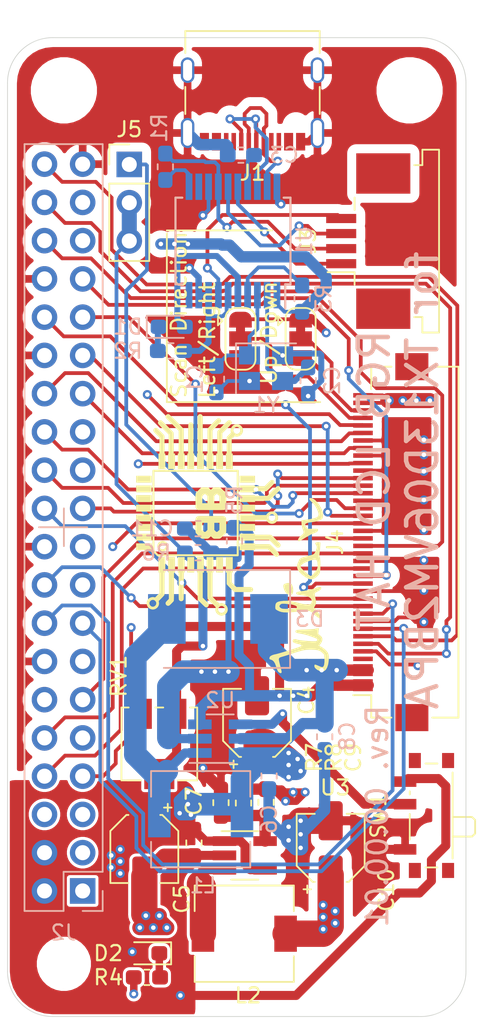
<source format=kicad_pcb>
(kicad_pcb (version 20171130) (host pcbnew 5.1.9)

  (general
    (thickness 1.6)
    (drawings 17)
    (tracks 676)
    (zones 0)
    (modules 43)
    (nets 65)
  )

  (page A4)
  (layers
    (0 F.Cu signal)
    (1 In1.Cu power)
    (2 In2.Cu power)
    (31 B.Cu signal)
    (32 B.Adhes user hide)
    (33 F.Adhes user hide)
    (34 B.Paste user hide)
    (35 F.Paste user hide)
    (36 B.SilkS user)
    (37 F.SilkS user)
    (38 B.Mask user)
    (39 F.Mask user)
    (40 Dwgs.User user)
    (41 Cmts.User user)
    (42 Eco1.User user)
    (43 Eco2.User user)
    (44 Edge.Cuts user)
    (45 Margin user)
    (46 B.CrtYd user hide)
    (47 F.CrtYd user hide)
    (48 B.Fab user hide)
    (49 F.Fab user hide)
  )

  (setup
    (last_trace_width 0.25)
    (user_trace_width 0.4)
    (user_trace_width 0.5)
    (user_trace_width 0.6)
    (user_trace_width 0.75)
    (user_trace_width 1)
    (user_trace_width 1.2)
    (user_trace_width 1.5)
    (user_trace_width 1.75)
    (user_trace_width 2)
    (user_trace_width 2.5)
    (trace_clearance 0.2)
    (zone_clearance 0.6)
    (zone_45_only no)
    (trace_min 0)
    (via_size 0.6)
    (via_drill 0.3)
    (via_min_size 0.4)
    (via_min_drill 0.3)
    (user_via 1.5 0.9)
    (user_via 2 1.8)
    (blind_buried_vias_allowed yes)
    (uvia_size 0.3)
    (uvia_drill 0.1)
    (uvias_allowed no)
    (uvia_min_size 0.2)
    (uvia_min_drill 0.1)
    (edge_width 0.05)
    (segment_width 0.2)
    (pcb_text_width 0.3)
    (pcb_text_size 1.5 1.5)
    (mod_edge_width 0.12)
    (mod_text_size 1 1)
    (mod_text_width 0.15)
    (pad_size 3.2 3.2)
    (pad_drill 3.2)
    (pad_to_mask_clearance 0.051)
    (solder_mask_min_width 0.25)
    (aux_axis_origin 0 0)
    (visible_elements 7FFFFFFF)
    (pcbplotparams
      (layerselection 0x010fc_ffffffff)
      (usegerberextensions false)
      (usegerberattributes false)
      (usegerberadvancedattributes false)
      (creategerberjobfile false)
      (excludeedgelayer true)
      (linewidth 0.100000)
      (plotframeref false)
      (viasonmask false)
      (mode 1)
      (useauxorigin false)
      (hpglpennumber 1)
      (hpglpenspeed 20)
      (hpglpendiameter 15.000000)
      (psnegative false)
      (psa4output false)
      (plotreference true)
      (plotvalue true)
      (plotinvisibletext false)
      (padsonsilk false)
      (subtractmaskfromsilk false)
      (outputformat 1)
      (mirror false)
      (drillshape 1)
      (scaleselection 1)
      (outputdirectory ""))
  )

  (net 0 "")
  (net 1 GND)
  (net 2 "Net-(C1-Pad1)")
  (net 3 "Net-(C2-Pad1)")
  (net 4 "Net-(C3-Pad2)")
  (net 5 +5V)
  (net 6 LED+)
  (net 7 +3.3VP)
  (net 8 "Net-(C9-Pad2)")
  (net 9 "Net-(D1-Pad2)")
  (net 10 "Net-(D1-Pad1)")
  (net 11 "Net-(D2-Pad1)")
  (net 12 "Net-(D3-Pad2)")
  (net 13 VSYNC)
  (net 14 HSYNC)
  (net 15 Blue0)
  (net 16 Green2)
  (net 17 Green3)
  (net 18 Green5)
  (net 19 "Net-(J2-Pad12)")
  (net 20 "Net-(J2-Pad13)")
  (net 21 Red2)
  (net 22 Red3)
  (net 23 Red4)
  (net 24 Blue5)
  (net 25 Red5)
  (net 26 Blue4)
  (net 27 Blue3)
  (net 28 CLK)
  (net 29 DEN)
  (net 30 Blue1)
  (net 31 Blue2)
  (net 32 Green0)
  (net 33 Green1)
  (net 34 Green4)
  (net 35 "Net-(J2-Pad37)")
  (net 36 Red0)
  (net 37 Red1)
  (net 38 "Net-(J3-Pad1)")
  (net 39 "Net-(J3-Pad2)")
  (net 40 "Net-(J3-Pad3)")
  (net 41 "Net-(J3-Pad4)")
  (net 42 LED-)
  (net 43 "Net-(J4-Pad5)")
  (net 44 L_R)
  (net 45 U_D)
  (net 46 "Net-(L2-Pad1)")
  (net 47 "Net-(R1-Pad1)")
  (net 48 "Net-(R3-Pad2)")
  (net 49 EN_BCKLIT)
  (net 50 "Net-(U1-Pad10)")
  (net 51 "Net-(U1-Pad12)")
  (net 52 RV2)
  (net 53 "Net-(J2-Pad1)")
  (net 54 "Net-(J2-Pad17)")
  (net 55 "Net-(J1-PadB5)")
  (net 56 "Net-(J1-PadA6)")
  (net 57 "Net-(J1-PadA8)")
  (net 58 "Net-(J1-PadA5)")
  (net 59 "Net-(J1-PadB8)")
  (net 60 "Net-(J1-PadA7)")
  (net 61 "Net-(J1-PadA4)")
  (net 62 "Net-(J2-Pad19)")
  (net 63 "Net-(J2-Pad23)")
  (net 64 "Net-(J2-Pad35)")

  (net_class Default "Dies ist die voreingestellte Netzklasse."
    (clearance 0.2)
    (trace_width 0.25)
    (via_dia 0.6)
    (via_drill 0.3)
    (uvia_dia 0.3)
    (uvia_drill 0.1)
    (add_net +3.3VP)
    (add_net +5V)
    (add_net Blue0)
    (add_net Blue1)
    (add_net Blue2)
    (add_net Blue3)
    (add_net Blue4)
    (add_net Blue5)
    (add_net CLK)
    (add_net DEN)
    (add_net EN_BCKLIT)
    (add_net GND)
    (add_net Green0)
    (add_net Green1)
    (add_net Green2)
    (add_net Green3)
    (add_net Green4)
    (add_net Green5)
    (add_net HSYNC)
    (add_net LED+)
    (add_net LED-)
    (add_net L_R)
    (add_net "Net-(C1-Pad1)")
    (add_net "Net-(C2-Pad1)")
    (add_net "Net-(C3-Pad2)")
    (add_net "Net-(C9-Pad2)")
    (add_net "Net-(D1-Pad1)")
    (add_net "Net-(D1-Pad2)")
    (add_net "Net-(D2-Pad1)")
    (add_net "Net-(D3-Pad2)")
    (add_net "Net-(J1-PadA4)")
    (add_net "Net-(J1-PadA5)")
    (add_net "Net-(J1-PadA6)")
    (add_net "Net-(J1-PadA7)")
    (add_net "Net-(J1-PadA8)")
    (add_net "Net-(J1-PadB5)")
    (add_net "Net-(J1-PadB8)")
    (add_net "Net-(J2-Pad1)")
    (add_net "Net-(J2-Pad12)")
    (add_net "Net-(J2-Pad13)")
    (add_net "Net-(J2-Pad17)")
    (add_net "Net-(J2-Pad19)")
    (add_net "Net-(J2-Pad23)")
    (add_net "Net-(J2-Pad35)")
    (add_net "Net-(J2-Pad37)")
    (add_net "Net-(J3-Pad1)")
    (add_net "Net-(J3-Pad2)")
    (add_net "Net-(J3-Pad3)")
    (add_net "Net-(J3-Pad4)")
    (add_net "Net-(J4-Pad5)")
    (add_net "Net-(L2-Pad1)")
    (add_net "Net-(R1-Pad1)")
    (add_net "Net-(R3-Pad2)")
    (add_net "Net-(U1-Pad10)")
    (add_net "Net-(U1-Pad12)")
    (add_net RV2)
    (add_net Red0)
    (add_net Red1)
    (add_net Red2)
    (add_net Red3)
    (add_net Red4)
    (add_net Red5)
    (add_net U_D)
    (add_net VSYNC)
  )

  (module footprints:julian_logo_4mm (layer F.Cu) (tedit 0) (tstamp 603239F1)
    (at 59.4 71.4 90)
    (fp_text reference G*** (at 0 0 90) (layer F.SilkS) hide
      (effects (font (size 1.524 1.524) (thickness 0.3)))
    )
    (fp_text value LOGO (at 0.75 0 90) (layer F.SilkS) hide
      (effects (font (size 1.524 1.524) (thickness 0.3)))
    )
    (fp_poly (pts (xy -4.788827 -1.970094) (xy -4.722839 -1.951831) (xy -4.671129 -1.902911) (xy -4.637045 -1.848555)
      (xy -4.591626 -1.744633) (xy -4.559677 -1.630872) (xy -4.555936 -1.608666) (xy -4.541015 -1.536349)
      (xy -4.511601 -1.422065) (xy -4.470387 -1.274433) (xy -4.420067 -1.102069) (xy -4.363335 -0.91359)
      (xy -4.302883 -0.717615) (xy -4.241406 -0.52276) (xy -4.181596 -0.337643) (xy -4.126147 -0.170881)
      (xy -4.077752 -0.031091) (xy -4.039106 0.073108) (xy -4.0129 0.133101) (xy -4.009949 0.138168)
      (xy -3.971279 0.167589) (xy -3.930547 0.146476) (xy -3.893484 0.0802) (xy -3.872737 0.009567)
      (xy -3.833513 -0.156711) (xy -3.798864 -0.274991) (xy -3.764528 -0.35302) (xy -3.726242 -0.398548)
      (xy -3.679742 -0.419325) (xy -3.634574 -0.423333) (xy -3.581919 -0.39884) (xy -3.548621 -0.336888)
      (xy -3.540304 -0.254768) (xy -3.556501 -0.183444) (xy -3.580583 -0.111893) (xy -3.601333 -0.021187)
      (xy -3.619804 0.096401) (xy -3.637049 0.248597) (xy -3.654121 0.443127) (xy -3.668781 0.640378)
      (xy -3.681006 0.836552) (xy -3.685665 0.983382) (xy -3.681768 1.087583) (xy -3.668324 1.15587)
      (xy -3.644342 1.194961) (xy -3.608831 1.21157) (xy -3.584222 1.213556) (xy -3.55491 1.209433)
      (xy -3.528764 1.19209) (xy -3.501899 1.154065) (xy -3.47043 1.087899) (xy -3.430472 0.98613)
      (xy -3.37814 0.841296) (xy -3.352488 0.768541) (xy -3.294946 0.600828) (xy -3.25263 0.465079)
      (xy -3.220185 0.3407) (xy -3.192255 0.207097) (xy -3.163485 0.043676) (xy -3.162572 0.038209)
      (xy -3.139222 -0.087219) (xy -3.116954 -0.167552) (xy -3.091493 -0.213884) (xy -3.058564 -0.23731)
      (xy -3.056026 -0.238318) (xy -3.000476 -0.234623) (xy -2.965782 -0.2121) (xy -2.950173 -0.186993)
      (xy -2.937675 -0.141769) (xy -2.927592 -0.069383) (xy -2.91923 0.037207) (xy -2.911896 0.185046)
      (xy -2.904894 0.381175) (xy -2.903777 0.416882) (xy -2.896809 0.597994) (xy -2.88782 0.764211)
      (xy -2.87755 0.905666) (xy -2.866736 1.012493) (xy -2.856119 1.074824) (xy -2.853984 1.081338)
      (xy -2.830114 1.165802) (xy -2.822222 1.233151) (xy -2.822222 1.305516) (xy -3.20492 1.267806)
      (xy -3.293148 1.392975) (xy -3.392017 1.495428) (xy -3.505396 1.543507) (xy -3.632564 1.537193)
      (xy -3.772799 1.476461) (xy -3.867016 1.410658) (xy -3.972353 1.32723) (xy -4.081591 1.514019)
      (xy -4.190019 1.672171) (xy -4.311914 1.804109) (xy -4.436976 1.900115) (xy -4.540316 1.946842)
      (xy -4.669818 1.967728) (xy -4.833682 1.972032) (xy -5.012529 1.960439) (xy -5.186981 1.933633)
      (xy -5.237725 1.922197) (xy -5.424263 1.86131) (xy -5.560204 1.782007) (xy -5.648987 1.682179)
      (xy -5.659284 1.663703) (xy -5.683262 1.565731) (xy -5.672599 1.448361) (xy -5.633758 1.324323)
      (xy -5.573205 1.206346) (xy -5.497402 1.10716) (xy -5.412813 1.039494) (xy -5.330385 1.016)
      (xy -5.267219 1.025241) (xy -5.23527 1.044144) (xy -5.238366 1.080948) (xy -5.261507 1.155178)
      (xy -5.300229 1.253419) (xy -5.319584 1.297547) (xy -5.369723 1.414339) (xy -5.395988 1.493128)
      (xy -5.401348 1.545564) (xy -5.391296 1.578853) (xy -5.334878 1.633233) (xy -5.232075 1.669479)
      (xy -5.080418 1.688105) (xy -4.877442 1.689623) (xy -4.861032 1.689095) (xy -4.574601 1.679223)
      (xy -4.463166 1.570351) (xy -4.37356 1.467372) (xy -4.308929 1.352945) (xy -4.26613 1.216535)
      (xy -4.242024 1.047608) (xy -4.233469 0.835628) (xy -4.233333 0.799469) (xy -4.235109 0.658807)
      (xy -4.24177 0.532296) (xy -4.255314 0.410407) (xy -4.277741 0.283607) (xy -4.311049 0.142365)
      (xy -4.357238 -0.022848) (xy -4.418306 -0.221565) (xy -4.496253 -0.463316) (xy -4.501635 -0.479777)
      (xy -4.555881 -0.647118) (xy -4.607606 -0.80939) (xy -4.652629 -0.953282) (xy -4.686769 -1.065484)
      (xy -4.70105 -1.114777) (xy -4.731464 -1.21814) (xy -4.762028 -1.290091) (xy -4.80188 -1.333512)
      (xy -4.860158 -1.351287) (xy -4.946 -1.346296) (xy -5.068541 -1.321424) (xy -5.229435 -1.281456)
      (xy -5.406633 -1.236498) (xy -5.537071 -1.204033) (xy -5.628705 -1.182691) (xy -5.689491 -1.171103)
      (xy -5.727383 -1.167901) (xy -5.750339 -1.171714) (xy -5.766314 -1.181175) (xy -5.774287 -1.187692)
      (xy -5.796426 -1.21802) (xy -5.787382 -1.260599) (xy -5.76409 -1.304037) (xy -5.727292 -1.356737)
      (xy -5.679438 -1.399505) (xy -5.610057 -1.437922) (xy -5.508677 -1.477572) (xy -5.364828 -1.524038)
      (xy -5.333556 -1.533575) (xy -5.14987 -1.603338) (xy -5.017759 -1.686886) (xy -4.933372 -1.787321)
      (xy -4.896881 -1.885428) (xy -4.877582 -1.948637) (xy -4.843754 -1.971216) (xy -4.788827 -1.970094)) (layer F.SilkS) (width 0.01))
    (fp_poly (pts (xy 3.080878 -0.066975) (xy 3.170989 -0.021914) (xy 3.269914 0.061914) (xy 3.351241 0.155256)
      (xy 3.422317 0.241114) (xy 3.482992 0.290236) (xy 3.548141 0.305645) (xy 3.632641 0.290364)
      (xy 3.751366 0.247417) (xy 3.769378 0.240244) (xy 3.985618 0.17928) (xy 4.152592 0.162633)
      (xy 4.360334 0.155223) (xy 4.367617 0.282223) (xy 4.379332 0.405958) (xy 4.400584 0.560889)
      (xy 4.428004 0.727206) (xy 4.458223 0.8851) (xy 4.487871 1.014764) (xy 4.499122 1.055308)
      (xy 4.547168 1.177051) (xy 4.609111 1.257051) (xy 4.690753 1.296407) (xy 4.797896 1.296222)
      (xy 4.936342 1.257596) (xy 5.111894 1.18163) (xy 5.126786 1.174425) (xy 5.263786 1.103316)
      (xy 5.367329 1.036283) (xy 5.457206 0.958672) (xy 5.546027 0.863981) (xy 5.650552 0.757016)
      (xy 5.73337 0.695448) (xy 5.791979 0.679285) (xy 5.823874 0.708537) (xy 5.826549 0.783212)
      (xy 5.809552 0.86304) (xy 5.754074 0.978888) (xy 5.654328 1.103122) (xy 5.520067 1.227758)
      (xy 5.361042 1.344808) (xy 5.187003 1.44629) (xy 5.007703 1.524217) (xy 4.997971 1.52763)
      (xy 4.869816 1.561187) (xy 4.736254 1.578377) (xy 4.612135 1.579107) (xy 4.512308 1.563284)
      (xy 4.45184 1.531056) (xy 4.379938 1.421458) (xy 4.317203 1.269108) (xy 4.268103 1.0875)
      (xy 4.237104 0.890131) (xy 4.235999 0.878946) (xy 4.210792 0.679589) (xy 4.177285 0.534196)
      (xy 4.133555 0.440649) (xy 4.077679 0.396827) (xy 4.007735 0.400613) (xy 3.921799 0.449888)
      (xy 3.878707 0.485187) (xy 3.776116 0.575263) (xy 3.786003 0.898351) (xy 3.789218 1.042015)
      (xy 3.787794 1.139317) (xy 3.780749 1.200222) (xy 3.7671 1.234694) (xy 3.751369 1.24956)
      (xy 3.68929 1.259407) (xy 3.622932 1.22186) (xy 3.560782 1.144507) (xy 3.511325 1.034935)
      (xy 3.511319 1.034918) (xy 3.477306 0.938092) (xy 3.438374 0.844642) (xy 3.389027 0.743869)
      (xy 3.323768 0.625074) (xy 3.237101 0.477559) (xy 3.157201 0.345663) (xy 3.084875 0.224341)
      (xy 3.024806 0.118153) (xy 2.982584 0.037384) (xy 2.963796 -0.00768) (xy 2.963334 -0.011151)
      (xy 2.986201 -0.054093) (xy 3.008242 -0.067638) (xy 3.080878 -0.066975)) (layer F.SilkS) (width 0.01))
    (fp_poly (pts (xy -1.264991 -1.571908) (xy -1.1737 -1.541783) (xy -1.106779 -1.483294) (xy -1.059374 -1.389667)
      (xy -1.026632 -1.254127) (xy -1.003701 -1.069899) (xy -1.00138 -1.044222) (xy -0.997108 -0.832483)
      (xy -1.015768 -0.597032) (xy -1.054279 -0.364247) (xy -1.101981 -0.183042) (xy -1.155026 0.005024)
      (xy -1.198532 0.207975) (xy -1.228658 0.404473) (xy -1.241564 0.573179) (xy -1.241777 0.593549)
      (xy -1.230038 0.716595) (xy -1.190202 0.7948) (xy -1.115347 0.835647) (xy -1.007549 0.846667)
      (xy -0.899347 0.824738) (xy -0.809259 0.757527) (xy -0.736131 0.642899) (xy -0.678812 0.47872)
      (xy -0.636148 0.262853) (xy -0.619111 0.127) (xy -0.597828 -0.022549) (xy -0.569522 -0.122207)
      (xy -0.53136 -0.178371) (xy -0.480507 -0.19744) (xy -0.475376 -0.197555) (xy -0.445664 -0.178877)
      (xy -0.41774 -0.120039) (xy -0.390455 -0.016833) (xy -0.36266 0.134945) (xy -0.337576 0.306755)
      (xy -0.289932 0.590322) (xy -0.227471 0.855127) (xy -0.187504 0.987778) (xy -0.13212 1.160202)
      (xy -0.096541 1.286668) (xy -0.080288 1.373894) (xy -0.082881 1.428595) (xy -0.103842 1.45749)
      (xy -0.142692 1.467294) (xy -0.1533 1.467556) (xy -0.22648 1.441357) (xy -0.276615 1.389945)
      (xy -0.324998 1.313767) (xy -0.377202 1.221026) (xy -0.389363 1.197557) (xy -0.437612 1.108748)
      (xy -0.482142 1.055297) (xy -0.536576 1.032592) (xy -0.614539 1.036025) (xy -0.729653 1.060984)
      (xy -0.766037 1.070098) (xy -0.932791 1.107763) (xy -1.060805 1.124116) (xy -1.163731 1.118852)
      (xy -1.25522 1.091661) (xy -1.323046 1.057553) (xy -1.446648 0.986896) (xy -1.577046 1.108494)
      (xy -1.696964 1.20939) (xy -1.819766 1.293887) (xy -1.936423 1.357716) (xy -2.037905 1.396607)
      (xy -2.115181 1.406292) (xy -2.158647 1.383461) (xy -2.1515 1.347641) (xy -2.114786 1.281794)
      (xy -2.056921 1.19764) (xy -1.986323 1.106902) (xy -1.91141 1.021301) (xy -1.864998 0.974541)
      (xy -1.744044 0.837686) (xy -1.67154 0.694314) (xy -1.640386 0.527914) (xy -1.637926 0.44653)
      (xy -1.645205 0.304649) (xy -1.662997 0.149247) (xy -1.681755 0.042334) (xy -1.69999 -0.061407)
      (xy -1.719267 -0.203864) (xy -1.737458 -0.367399) (xy -1.752436 -0.534374) (xy -1.754301 -0.558996)
      (xy -1.763345 -0.743793) (xy -1.537241 -0.743793) (xy -1.537201 -0.691444) (xy -1.534652 -0.495816)
      (xy -1.526936 -0.350305) (xy -1.512514 -0.248701) (xy -1.489848 -0.184793) (xy -1.457398 -0.152371)
      (xy -1.413625 -0.145226) (xy -1.402146 -0.146454) (xy -1.36486 -0.162875) (xy -1.331816 -0.207428)
      (xy -1.296419 -0.290812) (xy -1.274991 -0.352777) (xy -1.230449 -0.526124) (xy -1.202587 -0.732415)
      (xy -1.193702 -0.861983) (xy -1.187422 -0.999083) (xy -1.186175 -1.092285) (xy -1.19165 -1.154037)
      (xy -1.205535 -1.196786) (xy -1.229517 -1.232979) (xy -1.246808 -1.253655) (xy -1.319214 -1.310038)
      (xy -1.38974 -1.310357) (xy -1.456512 -1.254992) (xy -1.489031 -1.2045) (xy -1.508803 -1.159033)
      (xy -1.522561 -1.100333) (xy -1.531254 -1.018296) (xy -1.535831 -0.902818) (xy -1.537241 -0.743793)
      (xy -1.763345 -0.743793) (xy -1.766071 -0.799488) (xy -1.761075 -0.996974) (xy -1.737615 -1.162845)
      (xy -1.693991 -1.308494) (xy -1.628502 -1.445311) (xy -1.61978 -1.4605) (xy -1.578209 -1.527689)
      (xy -1.541126 -1.563484) (xy -1.489218 -1.57777) (xy -1.403177 -1.580436) (xy -1.385505 -1.580444)
      (xy -1.264991 -1.571908)) (layer F.SilkS) (width 0.01))
    (fp_poly (pts (xy 1.490546 -0.092159) (xy 1.540756 -0.070555) (xy 1.626628 -0.032911) (xy 1.691856 -0.007314)
      (xy 1.718018 0) (xy 1.768271 0.026789) (xy 1.822616 0.10237) (xy 1.877846 0.219563)
      (xy 1.930755 0.371191) (xy 1.978136 0.550073) (xy 1.991851 0.61308) (xy 2.028365 0.776319)
      (xy 2.065361 0.894598) (xy 2.11132 0.978831) (xy 2.174724 1.039932) (xy 2.264055 1.088816)
      (xy 2.387796 1.136396) (xy 2.40255 1.141559) (xy 2.520738 1.175676) (xy 2.607438 1.180223)
      (xy 2.67974 1.154374) (xy 2.720468 1.126188) (xy 2.781901 1.089732) (xy 2.830286 1.080553)
      (xy 2.83315 1.081429) (xy 2.866454 1.120195) (xy 2.889101 1.193826) (xy 2.896634 1.281084)
      (xy 2.888779 1.346441) (xy 2.870978 1.417367) (xy 2.599656 1.401458) (xy 2.457137 1.391102)
      (xy 2.313376 1.377345) (xy 2.192921 1.362635) (xy 2.160974 1.357741) (xy 2.047168 1.344106)
      (xy 1.963556 1.349379) (xy 1.896472 1.370523) (xy 1.831206 1.388663) (xy 1.732027 1.401097)
      (xy 1.591808 1.408375) (xy 1.403422 1.411051) (xy 1.372387 1.411089) (xy 1.202624 1.410248)
      (xy 1.078215 1.406947) (xy 0.988083 1.399988) (xy 0.92115 1.388172) (xy 0.86634 1.3703)
      (xy 0.826091 1.351988) (xy 0.677902 1.249429) (xy 0.548259 1.101204) (xy 0.477068 0.982466)
      (xy 0.437738 0.863634) (xy 0.439007 0.769079) (xy 0.649111 0.769079) (xy 0.670799 0.821148)
      (xy 0.728653 0.894184) (xy 0.811859 0.977869) (xy 0.909603 1.061886) (xy 1.011071 1.135915)
      (xy 1.072445 1.173002) (xy 1.149778 1.209947) (xy 1.224081 1.229805) (xy 1.316605 1.236407)
      (xy 1.415291 1.234813) (xy 1.540582 1.226779) (xy 1.623566 1.210843) (xy 1.678176 1.183916)
      (xy 1.690458 1.173825) (xy 1.727371 1.129107) (xy 1.744574 1.072589) (xy 1.741733 0.994052)
      (xy 1.718517 0.883274) (xy 1.676179 0.735234) (xy 1.60015 0.515466) (xy 1.520128 0.339169)
      (xy 1.438077 0.208999) (xy 1.355962 0.12761) (xy 1.275747 0.097658) (xy 1.215142 0.11204)
      (xy 1.166433 0.149534) (xy 1.094913 0.218613) (xy 1.00891 0.309611) (xy 0.916752 0.412862)
      (xy 0.826766 0.518699) (xy 0.747279 0.617455) (xy 0.686619 0.699466) (xy 0.653113 0.755063)
      (xy 0.649111 0.769079) (xy 0.439007 0.769079) (xy 0.43945 0.736074) (xy 0.483882 0.594533)
      (xy 0.572715 0.433756) (xy 0.707629 0.248492) (xy 0.714494 0.239889) (xy 0.824694 0.110291)
      (xy 0.920787 0.017784) (xy 1.016478 -0.049658) (xy 1.086556 -0.086508) (xy 1.218092 -0.13089)
      (xy 1.347253 -0.132966) (xy 1.490546 -0.092159)) (layer F.SilkS) (width 0.01))
    (fp_poly (pts (xy 0.050358 -1.037212) (xy 0.096866 -1.007816) (xy 0.125468 -0.962518) (xy 0.170237 -0.840931)
      (xy 0.188566 -0.712649) (xy 0.177518 -0.601655) (xy 0.171788 -0.584325) (xy 0.115864 -0.51127)
      (xy 0.017613 -0.453204) (xy -0.110047 -0.413548) (xy -0.254195 -0.395723) (xy -0.401914 -0.40315)
      (xy -0.465666 -0.415533) (xy -0.541773 -0.448079) (xy -0.581164 -0.506747) (xy -0.59266 -0.604905)
      (xy -0.592666 -0.608068) (xy -0.577767 -0.717316) (xy -0.525117 -0.809446) (xy -0.516034 -0.820519)
      (xy -0.420936 -0.902808) (xy -0.292419 -0.97456) (xy -0.153509 -1.025216) (xy -0.028142 -1.044222)
      (xy 0.050358 -1.037212)) (layer F.SilkS) (width 0.01))
  )

  (module Jumper:SolderJumper-3_P1.3mm_Bridged12_RoundedPad1.0x1.5mm (layer F.Cu) (tedit 5C745321) (tstamp 6031CC27)
    (at 59.5 55 270)
    (descr "SMD Solder 3-pad Jumper, 1x1.5mm rounded Pads, 0.3mm gap, pads 1-2 bridged with 1 copper strip")
    (tags "solder jumper open")
    (path /608943E0)
    (attr virtual)
    (fp_text reference JP2 (at 0 -1.8 90) (layer F.SilkS) hide
      (effects (font (size 1 1) (thickness 0.15)))
    )
    (fp_text value Jumper_3_Bridged12 (at 0 1.9 90) (layer F.Fab)
      (effects (font (size 1 1) (thickness 0.15)))
    )
    (fp_arc (start -1.35 -0.3) (end -1.35 -1) (angle -90) (layer F.SilkS) (width 0.12))
    (fp_arc (start -1.35 0.3) (end -2.05 0.3) (angle -90) (layer F.SilkS) (width 0.12))
    (fp_arc (start 1.35 0.3) (end 1.35 1) (angle -90) (layer F.SilkS) (width 0.12))
    (fp_arc (start 1.35 -0.3) (end 2.05 -0.3) (angle -90) (layer F.SilkS) (width 0.12))
    (fp_line (start -1.2 1.2) (end -0.9 1.5) (layer F.SilkS) (width 0.12))
    (fp_line (start -1.5 1.5) (end -0.9 1.5) (layer F.SilkS) (width 0.12))
    (fp_line (start -1.2 1.2) (end -1.5 1.5) (layer F.SilkS) (width 0.12))
    (fp_line (start -2.05 0.3) (end -2.05 -0.3) (layer F.SilkS) (width 0.12))
    (fp_line (start 1.4 1) (end -1.4 1) (layer F.SilkS) (width 0.12))
    (fp_line (start 2.05 -0.3) (end 2.05 0.3) (layer F.SilkS) (width 0.12))
    (fp_line (start -1.4 -1) (end 1.4 -1) (layer F.SilkS) (width 0.12))
    (fp_line (start -2.3 -1.25) (end 2.3 -1.25) (layer F.CrtYd) (width 0.05))
    (fp_line (start -2.3 -1.25) (end -2.3 1.25) (layer F.CrtYd) (width 0.05))
    (fp_line (start 2.3 1.25) (end 2.3 -1.25) (layer F.CrtYd) (width 0.05))
    (fp_line (start 2.3 1.25) (end -2.3 1.25) (layer F.CrtYd) (width 0.05))
    (fp_poly (pts (xy -0.9 -0.3) (xy -0.4 -0.3) (xy -0.4 0.3) (xy -0.9 0.3)) (layer F.Cu) (width 0))
    (pad 1 smd custom (at -1.3 0 270) (size 1 0.5) (layers F.Cu F.Mask)
      (net 7 +3.3VP) (zone_connect 2)
      (options (clearance outline) (anchor rect))
      (primitives
        (gr_circle (center 0 0.25) (end 0.5 0.25) (width 0))
        (gr_circle (center 0 -0.25) (end 0.5 -0.25) (width 0))
        (gr_poly (pts
           (xy 0.55 -0.75) (xy 0 -0.75) (xy 0 0.75) (xy 0.55 0.75)) (width 0))
      ))
    (pad 2 smd rect (at 0 0 270) (size 1 1.5) (layers F.Cu F.Mask)
      (net 45 U_D))
    (pad 3 smd custom (at 1.3 0 270) (size 1 0.5) (layers F.Cu F.Mask)
      (net 1 GND) (zone_connect 2)
      (options (clearance outline) (anchor rect))
      (primitives
        (gr_circle (center 0 0.25) (end 0.5 0.25) (width 0))
        (gr_circle (center 0 -0.25) (end 0.5 -0.25) (width 0))
        (gr_poly (pts
           (xy -0.55 -0.75) (xy 0 -0.75) (xy 0 0.75) (xy -0.55 0.75)) (width 0))
      ))
  )

  (module Jumper:SolderJumper-3_P1.3mm_Bridged12_RoundedPad1.0x1.5mm (layer F.Cu) (tedit 5C745321) (tstamp 6031CC10)
    (at 55.5 55 270)
    (descr "SMD Solder 3-pad Jumper, 1x1.5mm rounded Pads, 0.3mm gap, pads 1-2 bridged with 1 copper strip")
    (tags "solder jumper open")
    (path /60892CAD)
    (attr virtual)
    (fp_text reference JP1 (at 0 -1.8 90) (layer F.SilkS) hide
      (effects (font (size 1 1) (thickness 0.15)))
    )
    (fp_text value Jumper_3_Bridged12 (at 0 1.9 90) (layer F.Fab)
      (effects (font (size 1 1) (thickness 0.15)))
    )
    (fp_arc (start -1.35 -0.3) (end -1.35 -1) (angle -90) (layer F.SilkS) (width 0.12))
    (fp_arc (start -1.35 0.3) (end -2.05 0.3) (angle -90) (layer F.SilkS) (width 0.12))
    (fp_arc (start 1.35 0.3) (end 1.35 1) (angle -90) (layer F.SilkS) (width 0.12))
    (fp_arc (start 1.35 -0.3) (end 2.05 -0.3) (angle -90) (layer F.SilkS) (width 0.12))
    (fp_line (start -1.2 1.2) (end -0.9 1.5) (layer F.SilkS) (width 0.12))
    (fp_line (start -1.5 1.5) (end -0.9 1.5) (layer F.SilkS) (width 0.12))
    (fp_line (start -1.2 1.2) (end -1.5 1.5) (layer F.SilkS) (width 0.12))
    (fp_line (start -2.05 0.3) (end -2.05 -0.3) (layer F.SilkS) (width 0.12))
    (fp_line (start 1.4 1) (end -1.4 1) (layer F.SilkS) (width 0.12))
    (fp_line (start 2.05 -0.3) (end 2.05 0.3) (layer F.SilkS) (width 0.12))
    (fp_line (start -1.4 -1) (end 1.4 -1) (layer F.SilkS) (width 0.12))
    (fp_line (start -2.3 -1.25) (end 2.3 -1.25) (layer F.CrtYd) (width 0.05))
    (fp_line (start -2.3 -1.25) (end -2.3 1.25) (layer F.CrtYd) (width 0.05))
    (fp_line (start 2.3 1.25) (end 2.3 -1.25) (layer F.CrtYd) (width 0.05))
    (fp_line (start 2.3 1.25) (end -2.3 1.25) (layer F.CrtYd) (width 0.05))
    (fp_poly (pts (xy -0.9 -0.3) (xy -0.4 -0.3) (xy -0.4 0.3) (xy -0.9 0.3)) (layer F.Cu) (width 0))
    (pad 1 smd custom (at -1.3 0 270) (size 1 0.5) (layers F.Cu F.Mask)
      (net 7 +3.3VP) (zone_connect 2)
      (options (clearance outline) (anchor rect))
      (primitives
        (gr_circle (center 0 0.25) (end 0.5 0.25) (width 0))
        (gr_circle (center 0 -0.25) (end 0.5 -0.25) (width 0))
        (gr_poly (pts
           (xy 0.55 -0.75) (xy 0 -0.75) (xy 0 0.75) (xy 0.55 0.75)) (width 0))
      ))
    (pad 2 smd rect (at 0 0 270) (size 1 1.5) (layers F.Cu F.Mask)
      (net 44 L_R))
    (pad 3 smd custom (at 1.3 0 270) (size 1 0.5) (layers F.Cu F.Mask)
      (net 1 GND) (zone_connect 2)
      (options (clearance outline) (anchor rect))
      (primitives
        (gr_circle (center 0 0.25) (end 0.5 0.25) (width 0))
        (gr_circle (center 0 -0.25) (end 0.5 -0.25) (width 0))
        (gr_poly (pts
           (xy -0.55 -0.75) (xy 0 -0.75) (xy 0 0.75) (xy -0.55 0.75)) (width 0))
      ))
  )

  (module Connector_USB:USB_C_Receptacle_Palconn_UTC16-G (layer F.Cu) (tedit 5CF432E0) (tstamp 6031535F)
    (at 56.3 39.4 180)
    (descr http://www.palpilot.com/wp-content/uploads/2017/05/UTC027-GKN-OR-Rev-A.pdf)
    (tags "USB C Type-C Receptacle USB2.0")
    (path /60591EAA)
    (attr smd)
    (fp_text reference J1 (at 0 -4.58) (layer F.SilkS)
      (effects (font (size 1 1) (thickness 0.15)))
    )
    (fp_text value USB_C_Receptacle_USB2.0 (at 0 6.24) (layer F.Fab)
      (effects (font (size 1 1) (thickness 0.15)))
    )
    (fp_line (start 4.47 4.84) (end -4.47 4.84) (layer F.SilkS) (width 0.12))
    (fp_line (start 4.47 -0.67) (end 4.47 1.13) (layer F.SilkS) (width 0.12))
    (fp_line (start 4.47 4.84) (end 4.47 3.38) (layer F.SilkS) (width 0.12))
    (fp_line (start -4.47 4.84) (end -4.47 3.38) (layer F.SilkS) (width 0.12))
    (fp_line (start -4.47 -0.67) (end -4.47 1.13) (layer F.SilkS) (width 0.12))
    (fp_line (start -4.47 4.34) (end 4.47 4.34) (layer Dwgs.User) (width 0.1))
    (fp_line (start 5.27 5.34) (end 5.27 -3.59) (layer F.CrtYd) (width 0.05))
    (fp_line (start 5.27 -3.59) (end -5.27 -3.59) (layer F.CrtYd) (width 0.05))
    (fp_line (start -5.27 -3.59) (end -5.27 5.34) (layer F.CrtYd) (width 0.05))
    (fp_line (start -5.27 5.34) (end 5.27 5.34) (layer F.CrtYd) (width 0.05))
    (fp_line (start -4.47 -2.48) (end -4.47 4.84) (layer F.Fab) (width 0.1))
    (fp_line (start 4.47 4.84) (end -4.47 4.84) (layer F.Fab) (width 0.1))
    (fp_line (start 4.47 -2.48) (end 4.47 4.84) (layer F.Fab) (width 0.1))
    (fp_line (start -4.47 -2.48) (end 4.47 -2.48) (layer F.Fab) (width 0.1))
    (fp_text user "PCB Edge" (at 0 3.43) (layer Dwgs.User)
      (effects (font (size 1 1) (thickness 0.15)))
    )
    (fp_text user %R (at 0 1.18) (layer F.Fab)
      (effects (font (size 1 1) (thickness 0.15)))
    )
    (pad A12 smd rect (at 3.2 -2.51 180) (size 0.6 1.16) (layers F.Cu F.Paste F.Mask)
      (net 1 GND))
    (pad A9 smd rect (at 2.4 -2.51 180) (size 0.6 1.16) (layers F.Cu F.Paste F.Mask)
      (net 61 "Net-(J1-PadA4)"))
    (pad B1 smd rect (at 3.2 -2.51 180) (size 0.6 1.16) (layers F.Cu F.Paste F.Mask)
      (net 1 GND))
    (pad B4 smd rect (at 2.4 -2.51 180) (size 0.6 1.16) (layers F.Cu F.Paste F.Mask)
      (net 61 "Net-(J1-PadA4)"))
    (pad B12 smd rect (at -3.2 -2.51 180) (size 0.6 1.16) (layers F.Cu F.Paste F.Mask)
      (net 1 GND))
    (pad A1 smd rect (at -3.2 -2.51 180) (size 0.6 1.16) (layers F.Cu F.Paste F.Mask)
      (net 1 GND))
    (pad B9 smd rect (at -2.4 -2.51 180) (size 0.6 1.16) (layers F.Cu F.Paste F.Mask)
      (net 61 "Net-(J1-PadA4)"))
    (pad A4 smd rect (at -2.4 -2.51 180) (size 0.6 1.16) (layers F.Cu F.Paste F.Mask)
      (net 61 "Net-(J1-PadA4)"))
    (pad "" np_thru_hole circle (at -2.89 -1.45) (size 0.6 0.6) (drill 0.6) (layers *.Cu *.Mask))
    (pad "" np_thru_hole circle (at 2.89 -1.45) (size 0.6 0.6) (drill 0.6) (layers *.Cu *.Mask))
    (pad B5 smd rect (at 1.75 -2.51) (size 0.3 1.16) (layers F.Cu F.Paste F.Mask)
      (net 55 "Net-(J1-PadB5)"))
    (pad B6 smd rect (at 0.75 -2.51) (size 0.3 1.16) (layers F.Cu F.Paste F.Mask)
      (net 56 "Net-(J1-PadA6)"))
    (pad A8 smd rect (at 1.25 -2.51) (size 0.3 1.16) (layers F.Cu F.Paste F.Mask)
      (net 57 "Net-(J1-PadA8)"))
    (pad A5 smd rect (at -1.25 -2.51) (size 0.3 1.16) (layers F.Cu F.Paste F.Mask)
      (net 58 "Net-(J1-PadA5)"))
    (pad B8 smd rect (at -1.75 -2.51) (size 0.3 1.16) (layers F.Cu F.Paste F.Mask)
      (net 59 "Net-(J1-PadB8)"))
    (pad A7 smd rect (at 0.25 -2.51) (size 0.3 1.16) (layers F.Cu F.Paste F.Mask)
      (net 60 "Net-(J1-PadA7)"))
    (pad A6 smd rect (at -0.25 -2.51) (size 0.3 1.16) (layers F.Cu F.Paste F.Mask)
      (net 56 "Net-(J1-PadA6)"))
    (pad B7 smd rect (at -0.75 -2.51) (size 0.3 1.16) (layers F.Cu F.Paste F.Mask)
      (net 60 "Net-(J1-PadA7)"))
    (pad S1 thru_hole oval (at 4.32 2.24 270) (size 1.7 0.9) (drill oval 1.4 0.6) (layers *.Cu *.Mask)
      (net 1 GND))
    (pad S1 thru_hole oval (at -4.32 2.24 270) (size 1.7 0.9) (drill oval 1.4 0.6) (layers *.Cu *.Mask)
      (net 1 GND))
    (pad S1 thru_hole oval (at 4.32 -1.93 270) (size 2 0.9) (drill oval 1.7 0.6) (layers *.Cu *.Mask)
      (net 1 GND))
    (pad S1 thru_hole oval (at -4.32 -1.93 270) (size 2 0.9) (drill oval 1.7 0.6) (layers *.Cu *.Mask)
      (net 1 GND))
    (model ${KISYS3DMOD}/Connector_USB.3dshapes/USB_C_Receptacle_Palconn_UTC16-G.wrl
      (at (xyz 0 0 0))
      (scale (xyz 1 1 1))
      (rotate (xyz 0 0 0))
    )
  )

  (module Custom_logo:BB (layer F.Cu) (tedit 0) (tstamp 6031AC19)
    (at 53 66.9 90)
    (path /606925A8)
    (fp_text reference LOGO1 (at 0 0 90) (layer F.SilkS) hide
      (effects (font (size 1.524 1.524) (thickness 0.3)))
    )
    (fp_text value Logo (at 0.75 0 90) (layer F.SilkS) hide
      (effects (font (size 1.524 1.524) (thickness 0.3)))
    )
    (fp_poly (pts (xy -1.0414 3.462867) (xy -1.109133 3.462867) (xy -1.109319 3.985683) (xy -1.10938 4.093119)
      (xy -1.109506 4.184946) (xy -1.109735 4.262491) (xy -1.110106 4.327078) (xy -1.110657 4.380032)
      (xy -1.111425 4.422679) (xy -1.11245 4.456343) (xy -1.113769 4.482351) (xy -1.11542 4.502027)
      (xy -1.117443 4.516695) (xy -1.119875 4.527683) (xy -1.122754 4.536314) (xy -1.125384 4.542367)
      (xy -1.135356 4.556689) (xy -1.156035 4.581086) (xy -1.185935 4.614078) (xy -1.223568 4.654183)
      (xy -1.267446 4.699921) (xy -1.316083 4.749812) (xy -1.36799 4.802375) (xy -1.421681 4.85613)
      (xy -1.475668 4.909595) (xy -1.528464 4.961292) (xy -1.578581 5.009738) (xy -1.624531 5.053454)
      (xy -1.664829 5.09096) (xy -1.697985 5.120773) (xy -1.722513 5.141415) (xy -1.736926 5.151405)
      (xy -1.737512 5.151664) (xy -1.787418 5.163455) (xy -1.838166 5.158873) (xy -1.8669 5.148664)
      (xy -1.909965 5.120341) (xy -1.941116 5.082298) (xy -1.959215 5.037579) (xy -1.963123 4.989227)
      (xy -1.951703 4.940284) (xy -1.948019 4.931833) (xy -1.937027 4.915753) (xy -1.914037 4.888535)
      (xy -1.879433 4.850591) (xy -1.833603 4.802332) (xy -1.776931 4.744169) (xy -1.709803 4.676513)
      (xy -1.685738 4.652488) (xy -1.439333 4.407009) (xy -1.439333 3.462867) (xy -1.490133 3.462867)
      (xy -1.490133 2.4384) (xy -1.0414 2.4384) (xy -1.0414 3.462867)) (layer F.SilkS) (width 0.01))
    (fp_poly (pts (xy 1.515533 3.462867) (xy 1.4732 3.462867) (xy 1.4732 4.279987) (xy 1.7831 4.588977)
      (xy 1.864716 4.670728) (xy 1.934884 4.74181) (xy 1.993457 4.802068) (xy 2.040287 4.851347)
      (xy 2.075226 4.889491) (xy 2.098128 4.916345) (xy 2.108844 4.931754) (xy 2.108881 4.931833)
      (xy 2.123078 4.979407) (xy 2.122399 5.025581) (xy 2.108888 5.06831) (xy 2.084592 5.105549)
      (xy 2.051554 5.135253) (xy 2.011819 5.155378) (xy 1.967432 5.163879) (xy 1.920439 5.15871)
      (xy 1.8923 5.148413) (xy 1.878775 5.138841) (xy 1.854945 5.11845) (xy 1.822136 5.088574)
      (xy 1.781678 5.050547) (xy 1.734898 5.0057) (xy 1.683125 4.955368) (xy 1.627686 4.900884)
      (xy 1.569911 4.843581) (xy 1.511127 4.784792) (xy 1.452663 4.725851) (xy 1.395846 4.668091)
      (xy 1.342004 4.612845) (xy 1.292467 4.561447) (xy 1.248562 4.51523) (xy 1.211617 4.475526)
      (xy 1.182961 4.44367) (xy 1.163922 4.420995) (xy 1.155999 4.409288) (xy 1.153109 4.400354)
      (xy 1.15067 4.387785) (xy 1.148645 4.370209) (xy 1.146999 4.346251) (xy 1.145695 4.314538)
      (xy 1.144697 4.273697) (xy 1.143967 4.222354) (xy 1.143469 4.159136) (xy 1.143167 4.082668)
      (xy 1.143025 3.991579) (xy 1.143 3.920338) (xy 1.143 3.462867) (xy 1.0668 3.462867)
      (xy 1.0668 2.4384) (xy 1.515533 2.4384) (xy 1.515533 3.462867)) (layer F.SilkS) (width 0.01))
    (fp_poly (pts (xy -1.684867 3.462867) (xy -1.735667 3.462867) (xy -1.735853 3.94335) (xy -1.735919 4.046073)
      (xy -1.736059 4.133253) (xy -1.736318 4.206279) (xy -1.736738 4.266543) (xy -1.737364 4.315433)
      (xy -1.738237 4.35434) (xy -1.739403 4.384655) (xy -1.740904 4.407767) (xy -1.742783 4.425065)
      (xy -1.745084 4.437941) (xy -1.747851 4.447785) (xy -1.751127 4.455986) (xy -1.751917 4.4577)
      (xy -1.761952 4.472149) (xy -1.782678 4.496635) (xy -1.812583 4.529653) (xy -1.850153 4.569698)
      (xy -1.893876 4.615264) (xy -1.942241 4.664847) (xy -1.993736 4.716942) (xy -2.046847 4.770043)
      (xy -2.100063 4.822646) (xy -2.151872 4.873245) (xy -2.200762 4.920336) (xy -2.245219 4.962414)
      (xy -2.283732 4.997973) (xy -2.31479 5.025508) (xy -2.336878 5.043515) (xy -2.347112 5.050064)
      (xy -2.397017 5.061855) (xy -2.447765 5.057273) (xy -2.4765 5.047064) (xy -2.519565 5.01874)
      (xy -2.550716 4.980697) (xy -2.568815 4.935978) (xy -2.572723 4.887625) (xy -2.561303 4.838682)
      (xy -2.55762 4.830233) (xy -2.546573 4.814039) (xy -2.523565 4.786763) (xy -2.489026 4.748866)
      (xy -2.443385 4.700806) (xy -2.387074 4.643042) (xy -2.320522 4.576033) (xy -2.303806 4.559357)
      (xy -2.065867 4.322347) (xy -2.065867 3.462867) (xy -2.1336 3.462867) (xy -2.1336 2.4384)
      (xy -1.684867 2.4384) (xy -1.684867 3.462867)) (layer F.SilkS) (width 0.01))
    (fp_poly (pts (xy 0.237066 3.462867) (xy 0.194733 3.462867) (xy 0.194733 4.214791) (xy 0.23495 4.238227)
      (xy 0.2944 4.281893) (xy 0.34701 4.338112) (xy 0.389986 4.402992) (xy 0.420532 4.472641)
      (xy 0.43091 4.511033) (xy 0.439423 4.590135) (xy 0.432558 4.666383) (xy 0.411787 4.738347)
      (xy 0.378586 4.804599) (xy 0.334429 4.863709) (xy 0.280788 4.914247) (xy 0.219139 4.954783)
      (xy 0.150955 4.983889) (xy 0.077711 5.000134) (xy 0.00088 5.002089) (xy -0.064788 4.991779)
      (xy -0.139618 4.965321) (xy -0.207275 4.925095) (xy -0.266131 4.873153) (xy -0.314557 4.811548)
      (xy -0.350926 4.742331) (xy -0.37361 4.667556) (xy -0.381 4.593167) (xy -0.380948 4.592676)
      (xy -0.203502 4.592676) (xy -0.195696 4.648999) (xy -0.172037 4.703378) (xy -0.132526 4.753841)
      (xy -0.131627 4.754744) (xy -0.081264 4.794661) (xy -0.026631 4.818294) (xy 0.031599 4.825483)
      (xy 0.092755 4.816067) (xy 0.10637 4.811807) (xy 0.154956 4.786848) (xy 0.197507 4.749009)
      (xy 0.231374 4.702002) (xy 0.253906 4.649539) (xy 0.262453 4.595332) (xy 0.262466 4.593167)
      (xy 0.254439 4.536593) (xy 0.231988 4.483913) (xy 0.197562 4.437573) (xy 0.15361 4.400023)
      (xy 0.10258 4.373711) (xy 0.046921 4.361086) (xy 0.029633 4.360333) (xy -0.028923 4.368603)
      (xy -0.083645 4.393186) (xy -0.131786 4.431748) (xy -0.171547 4.482079) (xy -0.195452 4.536379)
      (xy -0.203502 4.592676) (xy -0.380948 4.592676) (xy -0.372889 4.517849) (xy -0.349758 4.443727)
      (xy -0.313412 4.373919) (xy -0.265654 4.311545) (xy -0.20829 4.259723) (xy -0.175684 4.238227)
      (xy -0.135467 4.214791) (xy -0.135467 3.462867) (xy -0.211667 3.462867) (xy -0.211667 2.4384)
      (xy 0.237066 2.4384) (xy 0.237066 3.462867)) (layer F.SilkS) (width 0.01))
    (fp_poly (pts (xy 2.159 3.462867) (xy 2.1082 3.462867) (xy 2.1082 4.102238) (xy 2.30381 4.296902)
      (xy 2.364125 4.357524) (xy 2.415442 4.410348) (xy 2.457037 4.454591) (xy 2.488185 4.48947)
      (xy 2.508163 4.514203) (xy 2.515291 4.525433) (xy 2.529481 4.573019) (xy 2.528794 4.6192)
      (xy 2.515277 4.661933) (xy 2.490973 4.699172) (xy 2.457928 4.728872) (xy 2.418185 4.74899)
      (xy 2.373789 4.75748) (xy 2.326786 4.752299) (xy 2.2987 4.74202) (xy 2.283515 4.731611)
      (xy 2.25852 4.710612) (xy 2.225363 4.680681) (xy 2.185693 4.643475) (xy 2.141159 4.600653)
      (xy 2.09341 4.553873) (xy 2.044095 4.504792) (xy 1.994861 4.455069) (xy 1.947359 4.406362)
      (xy 1.903236 4.360328) (xy 1.864143 4.318626) (xy 1.831726 4.282914) (xy 1.807636 4.25485)
      (xy 1.793521 4.236091) (xy 1.791006 4.231488) (xy 1.787797 4.221582) (xy 1.785148 4.207796)
      (xy 1.783006 4.188581) (xy 1.781323 4.162388) (xy 1.780047 4.12767) (xy 1.779128 4.082878)
      (xy 1.778517 4.026464) (xy 1.778162 3.956879) (xy 1.778013 3.872576) (xy 1.778 3.831438)
      (xy 1.778 3.462867) (xy 1.710267 3.462867) (xy 1.710267 2.4384) (xy 2.159 2.4384)
      (xy 2.159 3.462867)) (layer F.SilkS) (width 0.01))
    (fp_poly (pts (xy -0.397933 3.462867) (xy -0.846667 3.462867) (xy -0.846667 2.4384) (xy -0.397933 2.4384)
      (xy -0.397933 3.462867)) (layer F.SilkS) (width 0.01))
    (fp_poly (pts (xy 0.880533 3.462867) (xy 0.4318 3.462867) (xy 0.4318 2.4384) (xy 0.880533 2.4384)
      (xy 0.880533 3.462867)) (layer F.SilkS) (width 0.01))
    (fp_poly (pts (xy 2.802467 3.462867) (xy 2.353733 3.462867) (xy 2.353733 2.4384) (xy 2.802467 2.4384)
      (xy 2.802467 3.462867)) (layer F.SilkS) (width 0.01))
    (fp_poly (pts (xy -2.5908 1.9812) (xy -3.615267 1.9812) (xy -3.615267 1.913466) (xy -4.271605 1.913466)
      (xy -4.426036 2.068067) (xy -4.580467 2.222667) (xy -4.580653 2.71365) (xy -4.580719 2.817641)
      (xy -4.58086 2.906071) (xy -4.581118 2.980311) (xy -4.581534 3.041735) (xy -4.582149 3.091713)
      (xy -4.583005 3.131619) (xy -4.584142 3.162823) (xy -4.585602 3.186699) (xy -4.587427 3.204618)
      (xy -4.589658 3.217952) (xy -4.592337 3.228074) (xy -4.595504 3.236355) (xy -4.596469 3.2385)
      (xy -4.624857 3.281641) (xy -4.663004 3.312813) (xy -4.707881 3.330879) (xy -4.756458 3.334704)
      (xy -4.805706 3.323149) (xy -4.8133 3.319864) (xy -4.856108 3.2925) (xy -4.88669 3.254507)
      (xy -4.897563 3.232306) (xy -4.90025 3.224135) (xy -4.90255 3.21262) (xy -4.90449 3.196501)
      (xy -4.906099 3.174523) (xy -4.907405 3.145425) (xy -4.908438 3.107949) (xy -4.909225 3.060838)
      (xy -4.909795 3.002834) (xy -4.910176 2.932677) (xy -4.910397 2.849109) (xy -4.910485 2.750873)
      (xy -4.910481 2.660922) (xy -4.910422 2.551622) (xy -4.910301 2.457954) (xy -4.910082 2.378617)
      (xy -4.909728 2.31231) (xy -4.909204 2.257731) (xy -4.908472 2.213579) (xy -4.907496 2.178553)
      (xy -4.906241 2.151351) (xy -4.904668 2.130673) (xy -4.902743 2.115217) (xy -4.900428 2.103682)
      (xy -4.897687 2.094766) (xy -4.894484 2.087168) (xy -4.894421 2.087033) (xy -4.883925 2.071677)
      (xy -4.862861 2.046564) (xy -4.832923 2.013379) (xy -4.795802 1.973803) (xy -4.753192 1.929519)
      (xy -4.706785 1.88221) (xy -4.658272 1.833559) (xy -4.609348 1.785249) (xy -4.561704 1.738962)
      (xy -4.517033 1.696382) (xy -4.477027 1.65919) (xy -4.443379 1.629071) (xy -4.417782 1.607705)
      (xy -4.401927 1.596778) (xy -4.400822 1.596273) (xy -4.391026 1.5931) (xy -4.37738 1.590472)
      (xy -4.358356 1.588343) (xy -4.332425 1.586662) (xy -4.298056 1.585381) (xy -4.253723 1.584452)
      (xy -4.197895 1.583826) (xy -4.129044 1.583454) (xy -4.045641 1.583288) (xy -3.992305 1.583266)
      (xy -3.615267 1.583266) (xy -3.615267 1.532466) (xy -2.5908 1.532466) (xy -2.5908 1.9812)) (layer F.SilkS) (width 0.01))
    (fp_poly (pts (xy 4.284133 1.583266) (xy 4.813572 1.583266) (xy 4.923422 1.583311) (xy 5.017607 1.583464)
      (xy 5.097397 1.583755) (xy 5.16406 1.584214) (xy 5.218866 1.58487) (xy 5.263082 1.585752)
      (xy 5.297978 1.58689) (xy 5.324823 1.588313) (xy 5.344885 1.590051) (xy 5.359434 1.592133)
      (xy 5.369737 1.594589) (xy 5.374488 1.596287) (xy 5.392146 1.607371) (xy 5.419842 1.629733)
      (xy 5.456191 1.662149) (xy 5.499809 1.703396) (xy 5.537599 1.740523) (xy 5.669231 1.871738)
      (xy 5.723866 1.858861) (xy 5.795623 1.847381) (xy 5.863461 1.848693) (xy 5.902966 1.85509)
      (xy 5.978621 1.879238) (xy 6.048003 1.917751) (xy 6.109084 1.968602) (xy 6.159837 2.029764)
      (xy 6.198235 2.099208) (xy 6.22211 2.174233) (xy 6.230623 2.253335) (xy 6.223758 2.329583)
      (xy 6.202987 2.401547) (xy 6.169786 2.467799) (xy 6.125629 2.526909) (xy 6.071988 2.577447)
      (xy 6.010339 2.617983) (xy 5.942155 2.647089) (xy 5.868911 2.663334) (xy 5.79208 2.665289)
      (xy 5.726412 2.654979) (xy 5.651192 2.628399) (xy 5.583344 2.588028) (xy 5.524458 2.535885)
      (xy 5.476126 2.473988) (xy 5.439937 2.404357) (xy 5.417484 2.32901) (xy 5.41052 2.255876)
      (xy 5.587698 2.255876) (xy 5.595504 2.312199) (xy 5.619163 2.366578) (xy 5.658674 2.417041)
      (xy 5.659573 2.417944) (xy 5.709936 2.457861) (xy 5.764569 2.481494) (xy 5.822799 2.488683)
      (xy 5.883955 2.479267) (xy 5.89757 2.475007) (xy 5.938903 2.453848) (xy 5.979149 2.421047)
      (xy 6.013441 2.381468) (xy 6.036916 2.339976) (xy 6.039474 2.333103) (xy 6.052575 2.271378)
      (xy 6.049038 2.212551) (xy 6.028996 2.157173) (xy 5.992579 2.105792) (xy 5.982252 2.094948)
      (xy 5.931927 2.055199) (xy 5.877616 2.031297) (xy 5.821306 2.023242) (xy 5.764978 2.031033)
      (xy 5.710619 2.05467) (xy 5.660211 2.094154) (xy 5.659414 2.094948) (xy 5.619653 2.145279)
      (xy 5.595748 2.199579) (xy 5.587698 2.255876) (xy 5.41052 2.255876) (xy 5.410325 2.253833)
      (xy 5.41247 2.22341) (xy 5.417882 2.186187) (xy 5.42332 2.159429) (xy 5.436191 2.104824)
      (xy 5.340783 2.009145) (xy 5.245376 1.913466) (xy 4.284133 1.913466) (xy 4.284133 1.9812)
      (xy 3.259667 1.9812) (xy 3.259667 1.532466) (xy 4.284133 1.532466) (xy 4.284133 1.583266)) (layer F.SilkS) (width 0.01))
    (fp_poly (pts (xy 3.179618 -3.332018) (xy 3.2004 -3.311237) (xy 3.2004 2.33757) (xy 3.179618 2.358351)
      (xy 3.158836 2.379133) (xy -2.48997 2.379133) (xy -2.531533 2.33757) (xy -2.531533 -2.984719)
      (xy -2.404533 -2.984719) (xy -2.404533 2.252133) (xy 3.0734 2.252133) (xy 3.0734 -3.2258)
      (xy -2.163022 -3.2258) (xy -2.283778 -3.10526) (xy -2.404533 -2.984719) (xy -2.531533 -2.984719)
      (xy -2.531533 -3.034805) (xy -2.372536 -3.193803) (xy -2.213539 -3.3528) (xy 3.158836 -3.3528)
      (xy 3.179618 -3.332018)) (layer F.SilkS) (width 0.01))
    (fp_poly (pts (xy 4.284133 0.956733) (xy 5.008305 0.956733) (xy 5.137627 0.956762) (xy 5.251086 0.956863)
      (xy 5.349755 0.957052) (xy 5.434703 0.957349) (xy 5.507003 0.957772) (xy 5.567726 0.95834)
      (xy 5.617942 0.959071) (xy 5.658723 0.959983) (xy 5.69114 0.961096) (xy 5.716264 0.962426)
      (xy 5.735166 0.963993) (xy 5.748917 0.965815) (xy 5.758589 0.967911) (xy 5.763955 0.969733)
      (xy 5.776989 0.978654) (xy 5.800413 0.998414) (xy 5.832866 1.027657) (xy 5.872989 1.065029)
      (xy 5.919419 1.109174) (xy 5.970798 1.158739) (xy 6.025766 1.212367) (xy 6.082961 1.268705)
      (xy 6.141023 1.326396) (xy 6.198593 1.384087) (xy 6.25431 1.440422) (xy 6.306813 1.494047)
      (xy 6.354743 1.543606) (xy 6.396739 1.587745) (xy 6.431441 1.625108) (xy 6.457488 1.654341)
      (xy 6.47352 1.674089) (xy 6.47768 1.680633) (xy 6.491878 1.728207) (xy 6.4912 1.77438)
      (xy 6.47769 1.817109) (xy 6.453393 1.854348) (xy 6.420355 1.884052) (xy 6.380619 1.904177)
      (xy 6.336231 1.912678) (xy 6.289236 1.90751) (xy 6.2611 1.897215) (xy 6.245644 1.88653)
      (xy 6.218791 1.863685) (xy 6.180736 1.828866) (xy 6.131674 1.782257) (xy 6.071799 1.724044)
      (xy 6.001307 1.654411) (xy 5.930945 1.584135) (xy 5.634657 1.286933) (xy 4.284133 1.286933)
      (xy 4.284133 1.337733) (xy 3.259667 1.337733) (xy 3.259667 0.889) (xy 4.284133 0.889)
      (xy 4.284133 0.956733)) (layer F.SilkS) (width 0.01))
    (fp_poly (pts (xy -2.5908 0.694267) (xy -3.615267 0.694267) (xy -3.615267 0.635) (xy -5.228284 0.635)
      (xy -5.455019 0.861851) (xy -5.681753 1.088702) (xy -5.668868 1.143367) (xy -5.661856 1.179449)
      (xy -5.657124 1.215879) (xy -5.655859 1.237833) (xy -5.663512 1.31703) (xy -5.685848 1.390968)
      (xy -5.721168 1.458295) (xy -5.76777 1.517662) (xy -5.823953 1.567716) (xy -5.888018 1.607106)
      (xy -5.958262 1.634482) (xy -6.032986 1.648492) (xy -6.110489 1.647785) (xy -6.160788 1.638979)
      (xy -6.235618 1.612521) (xy -6.303275 1.572295) (xy -6.362131 1.520353) (xy -6.410557 1.458748)
      (xy -6.446926 1.389531) (xy -6.46961 1.314756) (xy -6.477 1.240366) (xy -6.476949 1.239876)
      (xy -6.299502 1.239876) (xy -6.291696 1.296199) (xy -6.268037 1.350578) (xy -6.228526 1.401041)
      (xy -6.227627 1.401944) (xy -6.177264 1.441861) (xy -6.122631 1.465494) (xy -6.064401 1.472683)
      (xy -6.003245 1.463267) (xy -5.98963 1.459007) (xy -5.948297 1.437848) (xy -5.908051 1.405047)
      (xy -5.873759 1.365468) (xy -5.850284 1.323976) (xy -5.847726 1.317103) (xy -5.834625 1.255378)
      (xy -5.838162 1.196551) (xy -5.858204 1.141173) (xy -5.894621 1.089792) (xy -5.904948 1.078948)
      (xy -5.955273 1.039199) (xy -6.009584 1.015297) (xy -6.065894 1.007242) (xy -6.122222 1.015033)
      (xy -6.176581 1.03867) (xy -6.226989 1.078154) (xy -6.227786 1.078948) (xy -6.267547 1.129279)
      (xy -6.291452 1.183579) (xy -6.299502 1.239876) (xy -6.476949 1.239876) (xy -6.468849 1.16226)
      (xy -6.445494 1.087831) (xy -6.408582 1.019091) (xy -6.359761 0.958053) (xy -6.300679 0.906729)
      (xy -6.232981 0.867131) (xy -6.158317 0.841272) (xy -6.1485 0.83909) (xy -6.079821 0.83057)
      (xy -6.011206 0.83474) (xy -5.969361 0.84287) (xy -5.914689 0.855756) (xy -5.651861 0.593281)
      (xy -5.57513 0.5171) (xy -5.509869 0.453269) (xy -5.456021 0.401737) (xy -5.413531 0.36245)
      (xy -5.382341 0.335354) (xy -5.362394 0.320397) (xy -5.357555 0.317803) (xy -5.350816 0.31566)
      (xy -5.340934 0.313762) (xy -5.32693 0.312094) (xy -5.307823 0.310641) (xy -5.282631 0.309391)
      (xy -5.250376 0.308327) (xy -5.210076 0.307436) (xy -5.160752 0.306703) (xy -5.101421 0.306114)
      (xy -5.031104 0.305655) (xy -4.948821 0.305311) (xy -4.853591 0.305068) (xy -4.744433 0.304911)
      (xy -4.620367 0.304827) (xy -4.480412 0.3048) (xy -3.615267 0.3048) (xy -3.615267 0.245533)
      (xy -2.5908 0.245533) (xy -2.5908 0.694267)) (layer F.SilkS) (width 0.01))
    (fp_poly (pts (xy -2.5908 1.337733) (xy -3.615267 1.337733) (xy -3.615267 0.889) (xy -2.5908 0.889)
      (xy -2.5908 1.337733)) (layer F.SilkS) (width 0.01))
    (fp_poly (pts (xy 4.284133 0.3048) (xy 5.09905 0.305022) (xy 5.235356 0.305075) (xy 5.355757 0.30517)
      (xy 5.461281 0.305322) (xy 5.552958 0.305551) (xy 5.631815 0.305875) (xy 5.69888 0.306311)
      (xy 5.755183 0.306877) (xy 5.801752 0.307592) (xy 5.839615 0.308473) (xy 5.8698 0.309539)
      (xy 5.893337 0.310808) (xy 5.911252 0.312297) (xy 5.924576 0.314025) (xy 5.934336 0.316009)
      (xy 5.94156 0.318267) (xy 5.945271 0.319839) (xy 5.959168 0.329494) (xy 5.983379 0.349816)
      (xy 6.016466 0.379387) (xy 6.05699 0.41679) (xy 6.103511 0.460608) (xy 6.15459 0.509425)
      (xy 6.208788 0.561824) (xy 6.264665 0.616388) (xy 6.320783 0.6717) (xy 6.375701 0.726343)
      (xy 6.427981 0.778901) (xy 6.476183 0.827956) (xy 6.518869 0.872093) (xy 6.554598 0.909893)
      (xy 6.581932 0.939941) (xy 6.599431 0.960819) (xy 6.605158 0.969433) (xy 6.618687 1.016906)
      (xy 6.61752 1.063145) (xy 6.603683 1.106049) (xy 6.579203 1.143516) (xy 6.546107 1.173441)
      (xy 6.50642 1.193724) (xy 6.46217 1.20226) (xy 6.415384 1.196949) (xy 6.393349 1.189181)
      (xy 6.38128 1.180688) (xy 6.358476 1.161449) (xy 6.326219 1.132649) (xy 6.285787 1.095475)
      (xy 6.238462 1.051111) (xy 6.185523 1.000743) (xy 6.128251 0.945558) (xy 6.087478 0.905879)
      (xy 5.810224 0.635) (xy 4.284133 0.635) (xy 4.284133 0.694267) (xy 3.259667 0.694267)
      (xy 3.259667 0.245533) (xy 4.284133 0.245533) (xy 4.284133 0.3048)) (layer F.SilkS) (width 0.01))
    (fp_poly (pts (xy -2.5908 0.059267) (xy -3.615267 0.059267) (xy -3.615267 -0.016933) (xy -5.287578 -0.016933)
      (xy -5.473772 0.170211) (xy -5.532589 0.2287) (xy -5.583937 0.278471) (xy -5.626945 0.318722)
      (xy -5.660743 0.348651) (xy -5.684463 0.367455) (xy -5.693833 0.373225) (xy -5.743001 0.38728)
      (xy -5.793616 0.385169) (xy -5.8293 0.373464) (xy -5.872413 0.345083) (xy -5.903663 0.306866)
      (xy -5.921831 0.261858) (xy -5.925697 0.213104) (xy -5.914044 0.163649) (xy -5.91366 0.162711)
      (xy -5.904019 0.148066) (xy -5.883751 0.123486) (xy -5.854537 0.090664) (xy -5.818062 0.051293)
      (xy -5.776006 0.007065) (xy -5.730055 -0.040328) (xy -5.681889 -0.089192) (xy -5.633192 -0.137836)
      (xy -5.585647 -0.184567) (xy -5.540937 -0.227692) (xy -5.500743 -0.265518) (xy -5.46675 -0.296354)
      (xy -5.44064 -0.318507) (xy -5.424095 -0.330284) (xy -5.4229 -0.330888) (xy -5.416924 -0.33343)
      (xy -5.409817 -0.335687) (xy -5.400589 -0.337674) (xy -5.388248 -0.33941) (xy -5.371804 -0.340912)
      (xy -5.350265 -0.342196) (xy -5.32264 -0.343281) (xy -5.287938 -0.344184) (xy -5.245166 -0.344921)
      (xy -5.193335 -0.345511) (xy -5.131453 -0.345969) (xy -5.058529 -0.346315) (xy -4.973571 -0.346565)
      (xy -4.875588 -0.346736) (xy -4.76359 -0.346845) (xy -4.636584 -0.346911) (xy -4.50215 -0.346948)
      (xy -3.615267 -0.347133) (xy -3.615267 -0.389467) (xy -2.5908 -0.389467) (xy -2.5908 0.059267)) (layer F.SilkS) (width 0.01))
    (fp_poly (pts (xy 4.284133 -0.347133) (xy 5.526617 -0.346948) (xy 5.696223 -0.346916) (xy 5.849724 -0.346866)
      (xy 5.987947 -0.346789) (xy 6.111722 -0.346673) (xy 6.221875 -0.346509) (xy 6.319234 -0.346286)
      (xy 6.404629 -0.345995) (xy 6.478886 -0.345624) (xy 6.542835 -0.345164) (xy 6.597301 -0.344605)
      (xy 6.643115 -0.343935) (xy 6.681104 -0.343145) (xy 6.712095 -0.342225) (xy 6.736918 -0.341164)
      (xy 6.756399 -0.339952) (xy 6.771367 -0.338579) (xy 6.78265 -0.337034) (xy 6.791076 -0.335307)
      (xy 6.797473 -0.333389) (xy 6.802669 -0.331268) (xy 6.802966 -0.331131) (xy 6.845774 -0.303767)
      (xy 6.876356 -0.265774) (xy 6.887229 -0.243573) (xy 6.899274 -0.194438) (xy 6.895805 -0.145817)
      (xy 6.878046 -0.100775) (xy 6.847225 -0.062376) (xy 6.804566 -0.033684) (xy 6.802966 -0.032936)
      (xy 6.797817 -0.030802) (xy 6.791518 -0.028872) (xy 6.78324 -0.027134) (xy 6.772156 -0.025578)
      (xy 6.757438 -0.024195) (xy 6.738257 -0.022973) (xy 6.713786 -0.021903) (xy 6.683197 -0.020974)
      (xy 6.645661 -0.020177) (xy 6.600351 -0.0195) (xy 6.546438 -0.018934) (xy 6.483095 -0.018468)
      (xy 6.409493 -0.018092) (xy 6.324805 -0.017796) (xy 6.228203 -0.01757) (xy 6.118858 -0.017403)
      (xy 5.995942 -0.017284) (xy 5.858628 -0.017205) (xy 5.706088 -0.017154) (xy 5.537493 -0.017121)
      (xy 5.526617 -0.017119) (xy 4.284133 -0.016933) (xy 4.284133 0.059267) (xy 3.259667 0.059267)
      (xy 3.259667 -0.389467) (xy 4.284133 -0.389467) (xy 4.284133 -0.347133)) (layer F.SilkS) (width 0.01))
    (fp_poly (pts (xy -2.5908 -0.5842) (xy -3.615267 -0.5842) (xy -3.615267 -1.032933) (xy -2.5908 -1.032933)
      (xy -2.5908 -0.5842)) (layer F.SilkS) (width 0.01))
    (fp_poly (pts (xy 4.284133 -0.973667) (xy 5.25145 -0.973481) (xy 5.400216 -0.973443) (xy 5.532995 -0.973379)
      (xy 5.650731 -0.973275) (xy 5.754371 -0.973114) (xy 5.84486 -0.972884) (xy 5.923144 -0.972568)
      (xy 5.990168 -0.972151) (xy 6.046878 -0.971619) (xy 6.094219 -0.970957) (xy 6.133137 -0.97015)
      (xy 6.164579 -0.969182) (xy 6.189488 -0.968039) (xy 6.208812 -0.966707) (xy 6.223494 -0.965169)
      (xy 6.234483 -0.963411) (xy 6.242721 -0.961419) (xy 6.249157 -0.959177) (xy 6.252633 -0.957664)
      (xy 6.295441 -0.9303) (xy 6.326023 -0.892307) (xy 6.336896 -0.870107) (xy 6.348941 -0.820971)
      (xy 6.345471 -0.77235) (xy 6.327713 -0.727308) (xy 6.296891 -0.688909) (xy 6.254232 -0.660217)
      (xy 6.252633 -0.659469) (xy 6.246838 -0.657066) (xy 6.239822 -0.654921) (xy 6.23064 -0.65302)
      (xy 6.218345 -0.651349) (xy 6.201992 -0.649892) (xy 6.180635 -0.648634) (xy 6.153329 -0.64756)
      (xy 6.119128 -0.646656) (xy 6.077087 -0.645906) (xy 6.02626 -0.645295) (xy 5.965701 -0.64481)
      (xy 5.894465 -0.644433) (xy 5.811606 -0.644152) (xy 5.716179 -0.64395) (xy 5.607238 -0.643813)
      (xy 5.483837 -0.643726) (xy 5.34503 -0.643674) (xy 5.25145 -0.643653) (xy 4.284133 -0.643467)
      (xy 4.284133 -0.5842) (xy 3.259667 -0.5842) (xy 3.259667 -1.032933) (xy 4.284133 -1.032933)
      (xy 4.284133 -0.973667)) (layer F.SilkS) (width 0.01))
    (fp_poly (pts (xy -2.5908 -1.2192) (xy -3.615267 -1.2192) (xy -3.615267 -1.278467) (xy -4.50215 -1.278653)
      (xy -4.644284 -1.278693) (xy -4.770475 -1.278763) (xy -4.881714 -1.27888) (xy -4.978992 -1.27906)
      (xy -5.063299 -1.27932) (xy -5.135625 -1.279678) (xy -5.196963 -1.28015) (xy -5.248301 -1.280754)
      (xy -5.290631 -1.281506) (xy -5.324943 -1.282424) (xy -5.352229 -1.283524) (xy -5.373478 -1.284824)
      (xy -5.389681 -1.286341) (xy -5.40183 -1.288091) (xy -5.410914 -1.290092) (xy -5.417924 -1.29236)
      (xy -5.4229 -1.294469) (xy -5.465668 -1.322347) (xy -5.496031 -1.358831) (xy -5.513989 -1.401002)
      (xy -5.519542 -1.44594) (xy -5.512691 -1.490726) (xy -5.493434 -1.532438) (xy -5.461772 -1.568159)
      (xy -5.4229 -1.592664) (xy -5.416862 -1.595169) (xy -5.409576 -1.597392) (xy -5.400053 -1.59935)
      (xy -5.3873 -1.60106) (xy -5.370328 -1.60254) (xy -5.348146 -1.603805) (xy -5.319763 -1.604874)
      (xy -5.284188 -1.605764) (xy -5.240432 -1.60649) (xy -5.187503 -1.607071) (xy -5.124411 -1.607523)
      (xy -5.050165 -1.607863) (xy -4.963775 -1.608109) (xy -4.864249 -1.608277) (xy -4.750597 -1.608385)
      (xy -4.621829 -1.608449) (xy -4.50215 -1.608481) (xy -3.615267 -1.608667) (xy -3.615267 -1.667934)
      (xy -2.5908 -1.667934) (xy -2.5908 -1.2192)) (layer F.SilkS) (width 0.01))
    (fp_poly (pts (xy 6.761366 -2.477912) (xy 6.804267 -2.464305) (xy 6.841669 -2.439841) (xy 6.871465 -2.406537)
      (xy 6.891547 -2.366411) (xy 6.899806 -2.321483) (xy 6.894135 -2.27377) (xy 6.887337 -2.253978)
      (xy 6.87887 -2.241984) (xy 6.859419 -2.219327) (xy 6.830132 -2.18716) (xy 6.792157 -2.146634)
      (xy 6.746642 -2.098899) (xy 6.694734 -2.045107) (xy 6.637583 -1.98641) (xy 6.576335 -1.923959)
      (xy 6.512138 -1.858904) (xy 6.446142 -1.792399) (xy 6.379492 -1.725593) (xy 6.313338 -1.659638)
      (xy 6.248827 -1.595685) (xy 6.187108 -1.534886) (xy 6.129328 -1.478392) (xy 6.076635 -1.427354)
      (xy 6.030177 -1.382924) (xy 5.991102 -1.346253) (xy 5.960558 -1.318492) (xy 5.939692 -1.300793)
      (xy 5.9309 -1.294724) (xy 5.924648 -1.292063) (xy 5.917243 -1.289715) (xy 5.907642 -1.287662)
      (xy 5.894801 -1.285883) (xy 5.877676 -1.284358) (xy 5.855225 -1.283068) (xy 5.826404 -1.281992)
      (xy 5.790169 -1.28111) (xy 5.745477 -1.280402) (xy 5.691285 -1.279849) (xy 5.626548 -1.279431)
      (xy 5.550225 -1.279127) (xy 5.461271 -1.278917) (xy 5.358643 -1.278783) (xy 5.241297 -1.278702)
      (xy 5.108191 -1.278657) (xy 5.090583 -1.278653) (xy 4.284133 -1.278467) (xy 4.284133 -1.2192)
      (xy 3.259667 -1.2192) (xy 3.259667 -1.667934) (xy 4.284133 -1.667934) (xy 4.284133 -1.608667)
      (xy 5.795497 -1.608667) (xy 6.214565 -2.02863) (xy 6.311294 -2.1253) (xy 6.396382 -2.209774)
      (xy 6.469883 -2.282103) (xy 6.531851 -2.342338) (xy 6.582338 -2.39053) (xy 6.621397 -2.42673)
      (xy 6.649082 -2.45099) (xy 6.665447 -2.463361) (xy 6.6675 -2.464477) (xy 6.715074 -2.478642)
      (xy 6.761366 -2.477912)) (layer F.SilkS) (width 0.01))
    (fp_poly (pts (xy -5.620188 -2.474743) (xy -5.592233 -2.46452) (xy -5.574262 -2.452862) (xy -5.547671 -2.431461)
      (xy -5.515445 -2.402902) (xy -5.48057 -2.369773) (xy -5.465378 -2.35464) (xy -5.372389 -2.2606)
      (xy -3.615267 -2.2606) (xy -3.615267 -2.3114) (xy -2.5908 -2.3114) (xy -2.5908 -1.862667)
      (xy -3.615267 -1.862667) (xy -3.615267 -1.9304) (xy -4.542639 -1.9304) (xy -4.6897 -1.930421)
      (xy -4.820769 -1.930493) (xy -4.936783 -1.930629) (xy -5.038685 -1.930841) (xy -5.127412 -1.931143)
      (xy -5.203907 -1.931546) (xy -5.269107 -1.932064) (xy -5.323954 -1.93271) (xy -5.369387 -1.933496)
      (xy -5.406346 -1.934434) (xy -5.435771 -1.935539) (xy -5.458603 -1.936822) (xy -5.47578 -1.938297)
      (xy -5.488243 -1.939975) (xy -5.496932 -1.94187) (xy -5.501489 -1.943422) (xy -5.518949 -1.954371)
      (xy -5.545436 -1.975622) (xy -5.578649 -2.004893) (xy -5.616283 -2.039903) (xy -5.656036 -2.078371)
      (xy -5.695605 -2.118013) (xy -5.732686 -2.15655) (xy -5.764976 -2.191699) (xy -5.790173 -2.221178)
      (xy -5.805973 -2.242707) (xy -5.808837 -2.2479) (xy -5.82302 -2.295507) (xy -5.822325 -2.341701)
      (xy -5.808796 -2.38444) (xy -5.784478 -2.421677) (xy -5.751414 -2.451371) (xy -5.711649 -2.471475)
      (xy -5.667225 -2.479947) (xy -5.620188 -2.474743)) (layer F.SilkS) (width 0.01))
    (fp_poly (pts (xy 6.354971 -2.98591) (xy 6.397873 -2.972301) (xy 6.435276 -2.947835) (xy 6.465071 -2.914529)
      (xy 6.485151 -2.874403) (xy 6.493407 -2.829475) (xy 6.487732 -2.781763) (xy 6.480935 -2.761978)
      (xy 6.472197 -2.749361) (xy 6.452563 -2.726243) (xy 6.423305 -2.6939) (xy 6.385693 -2.653609)
      (xy 6.341 -2.606645) (xy 6.290498 -2.554284) (xy 6.235457 -2.497802) (xy 6.177148 -2.438476)
      (xy 6.116845 -2.377581) (xy 6.055818 -2.316393) (xy 5.995338 -2.256189) (xy 5.936677 -2.198244)
      (xy 5.881107 -2.143834) (xy 5.829899 -2.094236) (xy 5.784324 -2.050725) (xy 5.745655 -2.014578)
      (xy 5.715162 -1.98707) (xy 5.694117 -1.969477) (xy 5.685367 -1.963588) (xy 5.678599 -1.960712)
      (xy 5.670625 -1.958204) (xy 5.660302 -1.956039) (xy 5.646489 -1.954192) (xy 5.628045 -1.952636)
      (xy 5.603828 -1.951347) (xy 5.572695 -1.950298) (xy 5.533506 -1.949465) (xy 5.485119 -1.948822)
      (xy 5.426391 -1.948342) (xy 5.356182 -1.948001) (xy 5.27335 -1.947774) (xy 5.176753 -1.947633)
      (xy 5.065249 -1.947554) (xy 4.967817 -1.947519) (xy 4.284133 -1.947334) (xy 4.284133 -1.862667)
      (xy 3.259667 -1.862667) (xy 3.259667 -2.3114) (xy 3.7719 -2.3114) (xy 3.877714 -2.31139)
      (xy 3.967852 -2.311332) (xy 4.04357 -2.311185) (xy 4.106124 -2.310907) (xy 4.156772 -2.310456)
      (xy 4.19677 -2.309791) (xy 4.227374 -2.308871) (xy 4.249842 -2.307653) (xy 4.26543 -2.306097)
      (xy 4.275395 -2.304161) (xy 4.280993 -2.301803) (xy 4.283481 -2.298982) (xy 4.284116 -2.295656)
      (xy 4.284133 -2.294467) (xy 4.284398 -2.291296) (xy 4.285948 -2.288548) (xy 4.289913 -2.286192)
      (xy 4.297423 -2.284199) (xy 4.309609 -2.282538) (xy 4.327602 -2.281178) (xy 4.352533 -2.280091)
      (xy 4.385531 -2.279244) (xy 4.427728 -2.278608) (xy 4.480254 -2.278154) (xy 4.54424 -2.27785)
      (xy 4.620816 -2.277666) (xy 4.711114 -2.277572) (xy 4.816262 -2.277538) (xy 4.917056 -2.277533)
      (xy 5.549979 -2.277533) (xy 5.888606 -2.617066) (xy 5.975114 -2.703462) (xy 6.050493 -2.778019)
      (xy 6.114667 -2.84066) (xy 6.167555 -2.891311) (xy 6.209079 -2.929897) (xy 6.239161 -2.956342)
      (xy 6.257722 -2.970572) (xy 6.2611 -2.97248) (xy 6.308677 -2.986642) (xy 6.354971 -2.98591)) (layer F.SilkS) (width 0.01))
    (fp_poly (pts (xy -5.587365 -3.734842) (xy -5.512952 -3.713247) (xy -5.442437 -3.676775) (xy -5.377819 -3.625425)
      (xy -5.371943 -3.619657) (xy -5.318138 -3.554609) (xy -5.27976 -3.483096) (xy -5.257165 -3.406368)
      (xy -5.250706 -3.32567) (xy -5.26074 -3.242253) (xy -5.262463 -3.234659) (xy -5.275341 -3.180019)
      (xy -4.982815 -2.887133) (xy -3.615267 -2.887133) (xy -3.615267 -2.954867) (xy -2.5908 -2.954867)
      (xy -2.5908 -2.506133) (xy -3.615267 -2.506133) (xy -3.615267 -2.556933) (xy -4.347905 -2.556933)
      (xy -4.477999 -2.556962) (xy -4.592225 -2.557061) (xy -4.691646 -2.557247) (xy -4.777329 -2.557539)
      (xy -4.850338 -2.557955) (xy -4.911738 -2.558513) (xy -4.962594 -2.559231) (xy -5.00397 -2.560128)
      (xy -5.036931 -2.561221) (xy -5.062542 -2.562529) (xy -5.081869 -2.56407) (xy -5.095975 -2.565862)
      (xy -5.105926 -2.567923) (xy -5.112022 -2.569945) (xy -5.128943 -2.580786) (xy -5.156772 -2.603661)
      (xy -5.194994 -2.6381) (xy -5.243096 -2.683635) (xy -5.300564 -2.739796) (xy -5.325912 -2.764985)
      (xy -5.508323 -2.947015) (xy -5.562978 -2.934133) (xy -5.646586 -2.922597) (xy -5.727582 -2.927584)
      (xy -5.804719 -2.948741) (xy -5.876752 -2.985714) (xy -5.942434 -3.038146) (xy -5.94799 -3.04361)
      (xy -6.000782 -3.107551) (xy -6.038697 -3.177582) (xy -6.061734 -3.251704) (xy -6.069893 -3.327921)
      (xy -6.069524 -3.332124) (xy -5.893102 -3.332124) (xy -5.885296 -3.275801) (xy -5.861637 -3.221422)
      (xy -5.822126 -3.170959) (xy -5.821227 -3.170056) (xy -5.770864 -3.130139) (xy -5.716231 -3.106506)
      (xy -5.658001 -3.099317) (xy -5.596845 -3.108733) (xy -5.58323 -3.112993) (xy -5.541897 -3.134152)
      (xy -5.501651 -3.166953) (xy -5.467359 -3.206532) (xy -5.443884 -3.248024) (xy -5.441326 -3.254897)
      (xy -5.428225 -3.316622) (xy -5.431762 -3.375449) (xy -5.451804 -3.430827) (xy -5.488221 -3.482208)
      (xy -5.498548 -3.493052) (xy -5.548873 -3.532801) (xy -5.603184 -3.556703) (xy -5.659494 -3.564758)
      (xy -5.715822 -3.556967) (xy -5.770181 -3.53333) (xy -5.820589 -3.493846) (xy -5.821386 -3.493052)
      (xy -5.861147 -3.442721) (xy -5.885052 -3.388421) (xy -5.893102 -3.332124) (xy -6.069524 -3.332124)
      (xy -6.063176 -3.404235) (xy -6.04158 -3.478648) (xy -6.005108 -3.549163) (xy -5.953758 -3.613782)
      (xy -5.94799 -3.619657) (xy -5.884049 -3.672449) (xy -5.814018 -3.710363) (xy -5.739896 -3.7334)
      (xy -5.663679 -3.74156) (xy -5.587365 -3.734842)) (layer F.SilkS) (width 0.01))
    (fp_poly (pts (xy 5.846869 -3.290794) (xy 5.889602 -3.277276) (xy 5.926841 -3.252971) (xy 5.956541 -3.219925)
      (xy 5.976658 -3.180181) (xy 5.985147 -3.135785) (xy 5.979964 -3.08878) (xy 5.969687 -3.0607)
      (xy 5.959191 -3.045344) (xy 5.938128 -3.020231) (xy 5.908189 -2.987046) (xy 5.871069 -2.94747)
      (xy 5.828458 -2.903186) (xy 5.782051 -2.855877) (xy 5.733539 -2.807226) (xy 5.684614 -2.758916)
      (xy 5.63697 -2.712629) (xy 5.592299 -2.670049) (xy 5.552293 -2.632857) (xy 5.518646 -2.602738)
      (xy 5.493048 -2.581372) (xy 5.477194 -2.570445) (xy 5.476088 -2.56994) (xy 5.468088 -2.567359)
      (xy 5.456681 -2.565136) (xy 5.44066 -2.563245) (xy 5.418819 -2.561661) (xy 5.389951 -2.560357)
      (xy 5.352849 -2.559308) (xy 5.306306 -2.558489) (xy 5.249115 -2.557873) (xy 5.18007 -2.557436)
      (xy 5.097964 -2.557151) (xy 5.001589 -2.556992) (xy 4.88974 -2.556935) (xy 4.864372 -2.556933)
      (xy 4.284133 -2.556933) (xy 4.284133 -2.506133) (xy 3.259667 -2.506133) (xy 3.259667 -2.954867)
      (xy 4.284133 -2.954867) (xy 4.284133 -2.887133) (xy 5.346844 -2.887133) (xy 5.533039 -3.074278)
      (xy 5.591856 -3.132767) (xy 5.643203 -3.182538) (xy 5.686211 -3.222789) (xy 5.72001 -3.252718)
      (xy 5.743729 -3.271522) (xy 5.7531 -3.277292) (xy 5.800687 -3.291481) (xy 5.846869 -3.290794)) (layer F.SilkS) (width 0.01))
    (fp_poly (pts (xy -1.684867 -3.412067) (xy -2.1336 -3.412067) (xy -2.1336 -4.436534) (xy -1.684867 -4.436534)
      (xy -1.684867 -3.412067)) (layer F.SilkS) (width 0.01))
    (fp_poly (pts (xy -1.0414 -3.412067) (xy -1.490133 -3.412067) (xy -1.490133 -4.436534) (xy -1.0414 -4.436534)
      (xy -1.0414 -3.412067)) (layer F.SilkS) (width 0.01))
    (fp_poly (pts (xy -0.397933 -3.412067) (xy -0.846667 -3.412067) (xy -0.846667 -4.436534) (xy -0.397933 -4.436534)
      (xy -0.397933 -3.412067)) (layer F.SilkS) (width 0.01))
    (fp_poly (pts (xy 0.237066 -3.412067) (xy -0.211667 -3.412067) (xy -0.211667 -4.436534) (xy 0.237066 -4.436534)
      (xy 0.237066 -3.412067)) (layer F.SilkS) (width 0.01))
    (fp_poly (pts (xy 0.880533 -3.412067) (xy 0.4318 -3.412067) (xy 0.4318 -4.436534) (xy 0.880533 -4.436534)
      (xy 0.880533 -3.412067)) (layer F.SilkS) (width 0.01))
    (fp_poly (pts (xy 1.515533 -3.412067) (xy 1.0668 -3.412067) (xy 1.0668 -4.436534) (xy 1.515533 -4.436534)
      (xy 1.515533 -3.412067)) (layer F.SilkS) (width 0.01))
    (fp_poly (pts (xy 2.159 -3.412067) (xy 1.710267 -3.412067) (xy 1.710267 -4.436534) (xy 2.159 -4.436534)
      (xy 2.159 -3.412067)) (layer F.SilkS) (width 0.01))
    (fp_poly (pts (xy 2.802467 -3.412067) (xy 2.353733 -3.412067) (xy 2.353733 -4.436534) (xy 2.802467 -4.436534)
      (xy 2.802467 -3.412067)) (layer F.SilkS) (width 0.01))
    (fp_poly (pts (xy -0.375311 -0.490897) (xy -0.278706 -0.490382) (xy -0.198188 -0.489513) (xy -0.133335 -0.488281)
      (xy -0.083726 -0.486678) (xy -0.048939 -0.484695) (xy -0.028552 -0.482323) (xy -0.025075 -0.481503)
      (xy 0.016735 -0.462151) (xy 0.057842 -0.431429) (xy 0.092544 -0.394142) (xy 0.109156 -0.3683)
      (xy 0.131233 -0.325967) (xy 0.131233 0.529167) (xy 0.131226 0.668375) (xy 0.13119 0.791662)
      (xy 0.131108 0.900039) (xy 0.13096 0.994517) (xy 0.130727 1.076108) (xy 0.130391 1.145823)
      (xy 0.129932 1.204674) (xy 0.129332 1.253672) (xy 0.128571 1.29383) (xy 0.12763 1.326157)
      (xy 0.126491 1.351667) (xy 0.125135 1.371369) (xy 0.123542 1.386277) (xy 0.121695 1.397402)
      (xy 0.119572 1.405754) (xy 0.117157 1.412346) (xy 0.114581 1.417886) (xy 0.08599 1.460897)
      (xy 0.047003 1.499891) (xy 0.003992 1.528494) (xy 0.003952 1.528514) (xy -0.004114 1.532184)
      (xy -0.013245 1.53528) (xy -0.024886 1.537859) (xy -0.040483 1.539973) (xy -0.061484 1.541677)
      (xy -0.089333 1.543028) (xy -0.125478 1.544077) (xy -0.171363 1.544882) (xy -0.228437 1.545495)
      (xy -0.298143 1.545972) (xy -0.38193 1.546368) (xy -0.478367 1.546726) (xy -0.57941 1.54702)
      (xy -0.664934 1.547119) (xy -0.73635 1.54699) (xy -0.795072 1.5466) (xy -0.842511 1.545917)
      (xy -0.88008 1.544906) (xy -0.909192 1.543535) (xy -0.931259 1.541771) (xy -0.947695 1.53958)
      (xy -0.95991 1.53693) (xy -0.9652 1.535313) (xy -0.978827 1.529399) (xy -0.994444 1.519686)
      (xy -1.013607 1.50479) (xy -1.037869 1.483324) (xy -1.068784 1.453901) (xy -1.107906 1.415137)
      (xy -1.156789 1.365644) (xy -1.16629 1.355953) (xy -1.219421 1.300976) (xy -1.265006 1.2523)
      (xy -1.301948 1.211157) (xy -1.329148 1.178783) (xy -1.345508 1.15641) (xy -1.348323 1.151466)
      (xy -1.35477 1.13747) (xy -1.359643 1.123015) (xy -1.363208 1.10545) (xy -1.365734 1.082123)
      (xy -1.367489 1.050381) (xy -1.368739 1.007571) (xy -1.369754 0.951042) (xy -1.369964 0.937081)
      (xy -1.370139 0.921428) (xy -0.922867 0.921428) (xy -0.922024 0.938559) (xy -0.918161 0.953468)
      (xy -0.909273 0.969511) (xy -0.893357 0.990049) (xy -0.868407 1.018437) (xy -0.858326 1.029576)
      (xy -0.793786 1.100666) (xy -0.313267 1.100666) (xy -0.313267 0.753533) (xy -0.791259 0.753533)
      (xy -0.857063 0.818951) (xy -0.886105 0.848242) (xy -0.905062 0.869146) (xy -0.916071 0.884994)
      (xy -0.921272 0.899116) (xy -0.922802 0.914843) (xy -0.922867 0.921428) (xy -1.370139 0.921428)
      (xy -1.370741 0.867798) (xy -1.370272 0.812697) (xy -1.367768 0.769034) (xy -1.362444 0.734063)
      (xy -1.353512 0.70504) (xy -1.340186 0.679221) (xy -1.321679 0.653859) (xy -1.297204 0.626212)
      (xy -1.27381 0.601652) (xy -1.203793 0.529021) (xy -1.273576 0.456846) (xy -1.303203 0.425613)
      (xy -1.326169 0.398799) (xy -1.343322 0.37359) (xy -1.355509 0.347172) (xy -1.363576 0.316732)
      (xy -1.368371 0.279457) (xy -1.37074 0.232533) (xy -1.371531 0.173146) (xy -1.3716 0.131233)
      (xy -1.3716 0.130847) (xy -0.922867 0.130847) (xy -0.922389 0.1499) (xy -0.919554 0.164903)
      (xy -0.912261 0.179333) (xy -0.898405 0.196664) (xy -0.875887 0.220372) (xy -0.857449 0.238996)
      (xy -0.792031 0.3048) (xy -0.313267 0.3048) (xy -0.313267 -0.042333) (xy -0.791259 -0.042333)
      (xy -0.857063 0.023085) (xy -0.885914 0.052066) (xy -0.904795 0.072644) (xy -0.915818 0.088276)
      (xy -0.921097 0.102422) (xy -0.922744 0.118542) (xy -0.922867 0.130847) (xy -1.3716 0.130847)
      (xy -1.371706 0.070484) (xy -1.371259 0.021167) (xy -1.369113 -0.019173) (xy -1.364122 -0.052992)
      (xy -1.35514 -0.082748) (xy -1.341021 -0.110897) (xy -1.320619 -0.139894) (xy -1.292787 -0.172196)
      (xy -1.256381 -0.21026) (xy -1.210253 -0.256542) (xy -1.173621 -0.293088) (xy -1.122338 -0.344144)
      (xy -1.081226 -0.384435) (xy -1.048675 -0.415357) (xy -1.023076 -0.438309) (xy -1.002819 -0.454689)
      (xy -0.986295 -0.465894) (xy -0.971895 -0.473323) (xy -0.961575 -0.477238) (xy -0.95037 -0.480389)
      (xy -0.936409 -0.483032) (xy -0.918211 -0.485209) (xy -0.894299 -0.486964) (xy -0.863192 -0.488341)
      (xy -0.823413 -0.489381) (xy -0.773481 -0.490129) (xy -0.711919 -0.490627) (xy -0.637247 -0.49092)
      (xy -0.547985 -0.491049) (xy -0.488424 -0.491067) (xy -0.375311 -0.490897)) (layer F.SilkS) (width 0.01))
    (fp_poly (pts (xy 1.453735 -0.48971) (xy 1.500286 -0.489157) (xy 1.53725 -0.48826) (xy 1.566093 -0.486981)
      (xy 1.588286 -0.485288) (xy 1.605297 -0.483144) (xy 1.618594 -0.480515) (xy 1.629101 -0.477543)
      (xy 1.643083 -0.472211) (xy 1.657516 -0.46455) (xy 1.674031 -0.453148) (xy 1.694261 -0.436597)
      (xy 1.719838 -0.413485) (xy 1.752394 -0.382402) (xy 1.793563 -0.341938) (xy 1.842487 -0.293172)
      (xy 1.895711 -0.240043) (xy 1.938453 -0.196769) (xy 1.971859 -0.160893) (xy 1.997076 -0.129961)
      (xy 2.015248 -0.101515) (xy 2.027521 -0.0731) (xy 2.035042 -0.042261) (xy 2.038955 -0.00654)
      (xy 2.040406 0.036517) (xy 2.040542 0.089367) (xy 2.040467 0.131233) (xy 2.040222 0.198902)
      (xy 2.038919 0.252472) (xy 2.035707 0.294778) (xy 2.029736 0.328652) (xy 2.020152 0.356929)
      (xy 2.006105 0.382441) (xy 1.986744 0.408024) (xy 1.961217 0.43651) (xy 1.942949 0.455794)
      (xy 1.872908 0.529167) (xy 1.9428 0.601725) (xy 1.972369 0.632991) (xy 1.995372 0.659865)
      (xy 2.012595 0.685091) (xy 2.024822 0.711414) (xy 2.032842 0.741579) (xy 2.037438 0.778331)
      (xy 2.039399 0.824416) (xy 2.039509 0.882577) (xy 2.03883 0.937081) (xy 2.037832 0.996835)
      (xy 2.036656 1.042308) (xy 2.035034 1.076152) (xy 2.032697 1.101019) (xy 2.029378 1.119562)
      (xy 2.024807 1.134433) (xy 2.018718 1.148283) (xy 2.017142 1.151466) (xy 2.004599 1.170222)
      (xy 1.98089 1.199364) (xy 1.947139 1.237629) (xy 1.90447 1.283754) (xy 1.854008 1.336479)
      (xy 1.835109 1.355853) (xy 1.785484 1.406274) (xy 1.745881 1.445866) (xy 1.714655 1.476076)
      (xy 1.690163 1.498347) (xy 1.670761 1.514126) (xy 1.654804 1.524858) (xy 1.640648 1.531988)
      (xy 1.630442 1.53577) (xy 1.619234 1.538859) (xy 1.605166 1.541445) (xy 1.586772 1.543568)
      (xy 1.562587 1.545269) (xy 1.531144 1.546585) (xy 1.490979 1.547558) (xy 1.440627 1.548227)
      (xy 1.37862 1.548632) (xy 1.303495 1.548812) (xy 1.213785 1.548807) (xy 1.152075 1.548731)
      (xy 1.036658 1.548368) (xy 0.937547 1.547659) (xy 0.854846 1.546606) (xy 0.788657 1.54521)
      (xy 0.739085 1.543475) (xy 0.706233 1.541402) (xy 0.690205 1.538994) (xy 0.690033 1.538934)
      (xy 0.635981 1.511093) (xy 0.590715 1.470882) (xy 0.557062 1.421264) (xy 0.542381 1.384105)
      (xy 0.540648 1.373076) (xy 0.539141 1.35226) (xy 0.537855 1.320988) (xy 0.536783 1.278589)
      (xy 0.535922 1.224395) (xy 0.535264 1.157733) (xy 0.534804 1.077936) (xy 0.534537 0.984332)
      (xy 0.534456 0.876252) (xy 0.534557 0.753533) (xy 0.982133 0.753533) (xy 0.982133 1.100666)
      (xy 1.462652 1.100666) (xy 1.527193 1.029576) (xy 1.555435 0.997973) (xy 1.574 0.975281)
      (xy 1.584892 0.958152) (xy 1.590117 0.943239) (xy 1.591679 0.927195) (xy 1.591733 0.921814)
      (xy 1.59095 0.90482) (xy 1.58718 0.890455) (xy 1.578295 0.875383) (xy 1.562166 0.856268)
      (xy 1.536662 0.829775) (xy 1.526315 0.819337) (xy 1.460897 0.753533) (xy 0.982133 0.753533)
      (xy 0.534557 0.753533) (xy 0.534558 0.753026) (xy 0.534835 0.613984) (xy 0.535115 0.512233)
      (xy 0.53678 -0.042333) (xy 0.982133 -0.042333) (xy 0.982133 0.3048) (xy 1.460125 0.3048)
      (xy 1.525929 0.239382) (xy 1.55478 0.2104) (xy 1.573661 0.189823) (xy 1.584685 0.174191)
      (xy 1.589964 0.160044) (xy 1.59161 0.143924) (xy 1.591733 0.131619) (xy 1.591255 0.112566)
      (xy 1.588421 0.097563) (xy 1.581127 0.083133) (xy 1.567272 0.065802) (xy 1.544753 0.042095)
      (xy 1.526315 0.02347) (xy 1.460897 -0.042333) (xy 0.982133 -0.042333) (xy 0.53678 -0.042333)
      (xy 0.537633 -0.325967) (xy 0.557442 -0.364067) (xy 0.585645 -0.408914) (xy 0.619174 -0.442065)
      (xy 0.658564 -0.466423) (xy 0.6985 -0.486833) (xy 1.142267 -0.489171) (xy 1.241861 -0.489648)
      (xy 1.325991 -0.48992) (xy 1.396126 -0.489953) (xy 1.453735 -0.48971)) (layer F.SilkS) (width 0.01))
    (fp_poly (pts (xy -1.79161 -3.020944) (xy -1.72263 -2.998664) (xy -1.670578 -2.970539) (xy -1.613123 -2.923918)
      (xy -1.568491 -2.868042) (xy -1.537046 -2.805122) (xy -1.519148 -2.737369) (xy -1.51516 -2.666992)
      (xy -1.525444 -2.596204) (xy -1.550363 -2.527214) (xy -1.587829 -2.465475) (xy -1.628252 -2.423587)
      (xy -1.68227 -2.386469) (xy -1.746785 -2.356062) (xy -1.781528 -2.344128) (xy -1.817547 -2.334564)
      (xy -1.848775 -2.33044) (xy -1.88246 -2.331351) (xy -1.921933 -2.336302) (xy -1.973949 -2.350955)
      (xy -2.028182 -2.377962) (xy -2.080196 -2.414107) (xy -2.125556 -2.456173) (xy -2.159824 -2.500943)
      (xy -2.167122 -2.514109) (xy -2.192533 -2.582008) (xy -2.204735 -2.655586) (xy -2.203986 -2.684175)
      (xy -2.078354 -2.684175) (xy -2.077481 -2.647749) (xy -2.073615 -2.621648) (xy -2.065323 -2.599335)
      (xy -2.056039 -2.582333) (xy -2.018466 -2.531679) (xy -1.971734 -2.493267) (xy -1.951567 -2.481512)
      (xy -1.910326 -2.468081) (xy -1.861246 -2.465717) (xy -1.80904 -2.474125) (xy -1.758423 -2.49301)
      (xy -1.757029 -2.49371) (xy -1.708902 -2.526824) (xy -1.673187 -2.569781) (xy -1.650755 -2.620036)
      (xy -1.642475 -2.675043) (xy -1.649214 -2.732258) (xy -1.662528 -2.770475) (xy -1.694001 -2.824498)
      (xy -1.733613 -2.863716) (xy -1.781691 -2.888348) (xy -1.838562 -2.898614) (xy -1.8542 -2.898962)
      (xy -1.916926 -2.892959) (xy -1.968763 -2.87496) (xy -2.011872 -2.843758) (xy -2.048412 -2.79815)
      (xy -2.055394 -2.78673) (xy -2.067886 -2.762473) (xy -2.074879 -2.738979) (xy -2.077861 -2.709599)
      (xy -2.078354 -2.684175) (xy -2.203986 -2.684175) (xy -2.202813 -2.728872) (xy -2.201495 -2.737956)
      (xy -2.182146 -2.810249) (xy -2.149811 -2.873691) (xy -2.106427 -2.927433) (xy -2.053934 -2.970627)
      (xy -1.994267 -3.002424) (xy -1.929366 -3.021976) (xy -1.861168 -3.028432) (xy -1.79161 -3.020944)) (layer F.SilkS) (width 0.01))
  )

  (module Resistor_SMD:R_0603_1608Metric_Pad1.05x0.95mm_HandSolder (layer B.Cu) (tedit 5B301BBD) (tstamp 602FE402)
    (at 50.5 43.575 90)
    (descr "Resistor SMD 0603 (1608 Metric), square (rectangular) end terminal, IPC_7351 nominal with elongated pad for handsoldering. (Body size source: http://www.tortai-tech.com/upload/download/2011102023233369053.pdf), generated with kicad-footprint-generator")
    (tags "resistor handsolder")
    (path /6030A9C5)
    (attr smd)
    (fp_text reference R1 (at 2.575 -0.4 90) (layer B.SilkS)
      (effects (font (size 1 1) (thickness 0.15)) (justify mirror))
    )
    (fp_text value 20k (at 0 -1.43 90) (layer B.Fab)
      (effects (font (size 1 1) (thickness 0.15)) (justify mirror))
    )
    (fp_line (start -0.8 -0.4) (end -0.8 0.4) (layer B.Fab) (width 0.1))
    (fp_line (start -0.8 0.4) (end 0.8 0.4) (layer B.Fab) (width 0.1))
    (fp_line (start 0.8 0.4) (end 0.8 -0.4) (layer B.Fab) (width 0.1))
    (fp_line (start 0.8 -0.4) (end -0.8 -0.4) (layer B.Fab) (width 0.1))
    (fp_line (start -0.171267 0.51) (end 0.171267 0.51) (layer B.SilkS) (width 0.12))
    (fp_line (start -0.171267 -0.51) (end 0.171267 -0.51) (layer B.SilkS) (width 0.12))
    (fp_line (start -1.65 -0.73) (end -1.65 0.73) (layer B.CrtYd) (width 0.05))
    (fp_line (start -1.65 0.73) (end 1.65 0.73) (layer B.CrtYd) (width 0.05))
    (fp_line (start 1.65 0.73) (end 1.65 -0.73) (layer B.CrtYd) (width 0.05))
    (fp_line (start 1.65 -0.73) (end -1.65 -0.73) (layer B.CrtYd) (width 0.05))
    (fp_text user %R (at 0 0 90) (layer B.Fab)
      (effects (font (size 0.4 0.4) (thickness 0.06)) (justify mirror))
    )
    (pad 2 smd roundrect (at 0.875 0 90) (size 1.05 0.95) (layers B.Cu B.Paste B.Mask) (roundrect_rratio 0.25)
      (net 39 "Net-(J3-Pad2)"))
    (pad 1 smd roundrect (at -0.875 0 90) (size 1.05 0.95) (layers B.Cu B.Paste B.Mask) (roundrect_rratio 0.25)
      (net 47 "Net-(R1-Pad1)"))
    (model ${KISYS3DMOD}/Resistor_SMD.3dshapes/R_0603_1608Metric.wrl
      (at (xyz 0 0 0))
      (scale (xyz 1 1 1))
      (rotate (xyz 0 0 0))
    )
  )

  (module Crystal:Crystal_SMD_3225-4Pin_3.2x2.5mm (layer B.Cu) (tedit 5A0FD1B2) (tstamp 603124F9)
    (at 57.2 56.95)
    (descr "SMD Crystal SERIES SMD3225/4 http://www.txccrystal.com/images/pdf/7m-accuracy.pdf, 3.2x2.5mm^2 package")
    (tags "SMD SMT crystal")
    (path /60467B7E)
    (attr smd)
    (fp_text reference Y1 (at 0 2.45) (layer B.SilkS)
      (effects (font (size 1 1) (thickness 0.15)) (justify mirror))
    )
    (fp_text value Crystal_GND24 (at 0 -2.45) (layer B.Fab)
      (effects (font (size 1 1) (thickness 0.15)) (justify mirror))
    )
    (fp_line (start -1.6 1.25) (end -1.6 -1.25) (layer B.Fab) (width 0.1))
    (fp_line (start -1.6 -1.25) (end 1.6 -1.25) (layer B.Fab) (width 0.1))
    (fp_line (start 1.6 -1.25) (end 1.6 1.25) (layer B.Fab) (width 0.1))
    (fp_line (start 1.6 1.25) (end -1.6 1.25) (layer B.Fab) (width 0.1))
    (fp_line (start -1.6 -0.25) (end -0.6 -1.25) (layer B.Fab) (width 0.1))
    (fp_line (start -2 1.65) (end -2 -1.65) (layer B.SilkS) (width 0.12))
    (fp_line (start -2 -1.65) (end 2 -1.65) (layer B.SilkS) (width 0.12))
    (fp_line (start -2.1 1.7) (end -2.1 -1.7) (layer B.CrtYd) (width 0.05))
    (fp_line (start -2.1 -1.7) (end 2.1 -1.7) (layer B.CrtYd) (width 0.05))
    (fp_line (start 2.1 -1.7) (end 2.1 1.7) (layer B.CrtYd) (width 0.05))
    (fp_line (start 2.1 1.7) (end -2.1 1.7) (layer B.CrtYd) (width 0.05))
    (fp_text user %R (at 0 0) (layer B.Fab)
      (effects (font (size 0.7 0.7) (thickness 0.105)) (justify mirror))
    )
    (pad 4 smd rect (at -1.1 0.85) (size 1.4 1.2) (layers B.Cu B.Paste B.Mask)
      (net 1 GND))
    (pad 3 smd rect (at 1.1 0.85) (size 1.4 1.2) (layers B.Cu B.Paste B.Mask)
      (net 3 "Net-(C2-Pad1)"))
    (pad 2 smd rect (at 1.1 -0.85) (size 1.4 1.2) (layers B.Cu B.Paste B.Mask)
      (net 1 GND))
    (pad 1 smd rect (at -1.1 -0.85) (size 1.4 1.2) (layers B.Cu B.Paste B.Mask)
      (net 2 "Net-(C1-Pad1)"))
    (model ${KISYS3DMOD}/Crystal.3dshapes/Crystal_SMD_3225-4Pin_3.2x2.5mm.wrl
      (at (xyz 0 0 0))
      (scale (xyz 1 1 1))
      (rotate (xyz 0 0 0))
    )
  )

  (module Capacitor_SMD:CP_Elec_4x5.3 (layer F.Cu) (tedit 5BCA39CF) (tstamp 602FE2A0)
    (at 61.5 88.8 90)
    (descr "SMD capacitor, aluminum electrolytic, Vishay, 4.0x5.3mm")
    (tags "capacitor electrolytic")
    (path /6046ECB3)
    (attr smd)
    (fp_text reference C10 (at -2.8 3.7 90) (layer F.SilkS)
      (effects (font (size 1 1) (thickness 0.15)))
    )
    (fp_text value 22u (at 0 3.2 90) (layer F.Fab)
      (effects (font (size 1 1) (thickness 0.15)))
    )
    (fp_circle (center 0 0) (end 2 0) (layer F.Fab) (width 0.1))
    (fp_line (start 2.15 -2.15) (end 2.15 2.15) (layer F.Fab) (width 0.1))
    (fp_line (start -1.15 -2.15) (end 2.15 -2.15) (layer F.Fab) (width 0.1))
    (fp_line (start -1.15 2.15) (end 2.15 2.15) (layer F.Fab) (width 0.1))
    (fp_line (start -2.15 -1.15) (end -2.15 1.15) (layer F.Fab) (width 0.1))
    (fp_line (start -2.15 -1.15) (end -1.15 -2.15) (layer F.Fab) (width 0.1))
    (fp_line (start -2.15 1.15) (end -1.15 2.15) (layer F.Fab) (width 0.1))
    (fp_line (start -1.574773 -1) (end -1.174773 -1) (layer F.Fab) (width 0.1))
    (fp_line (start -1.374773 -1.2) (end -1.374773 -0.8) (layer F.Fab) (width 0.1))
    (fp_line (start 2.26 2.26) (end 2.26 1.06) (layer F.SilkS) (width 0.12))
    (fp_line (start 2.26 -2.26) (end 2.26 -1.06) (layer F.SilkS) (width 0.12))
    (fp_line (start -1.195563 -2.26) (end 2.26 -2.26) (layer F.SilkS) (width 0.12))
    (fp_line (start -1.195563 2.26) (end 2.26 2.26) (layer F.SilkS) (width 0.12))
    (fp_line (start -2.26 1.195563) (end -2.26 1.06) (layer F.SilkS) (width 0.12))
    (fp_line (start -2.26 -1.195563) (end -2.26 -1.06) (layer F.SilkS) (width 0.12))
    (fp_line (start -2.26 -1.195563) (end -1.195563 -2.26) (layer F.SilkS) (width 0.12))
    (fp_line (start -2.26 1.195563) (end -1.195563 2.26) (layer F.SilkS) (width 0.12))
    (fp_line (start -3 -1.56) (end -2.5 -1.56) (layer F.SilkS) (width 0.12))
    (fp_line (start -2.75 -1.81) (end -2.75 -1.31) (layer F.SilkS) (width 0.12))
    (fp_line (start 2.4 -2.4) (end 2.4 -1.05) (layer F.CrtYd) (width 0.05))
    (fp_line (start 2.4 -1.05) (end 3.35 -1.05) (layer F.CrtYd) (width 0.05))
    (fp_line (start 3.35 -1.05) (end 3.35 1.05) (layer F.CrtYd) (width 0.05))
    (fp_line (start 3.35 1.05) (end 2.4 1.05) (layer F.CrtYd) (width 0.05))
    (fp_line (start 2.4 1.05) (end 2.4 2.4) (layer F.CrtYd) (width 0.05))
    (fp_line (start -1.25 2.4) (end 2.4 2.4) (layer F.CrtYd) (width 0.05))
    (fp_line (start -1.25 -2.4) (end 2.4 -2.4) (layer F.CrtYd) (width 0.05))
    (fp_line (start -2.4 1.25) (end -1.25 2.4) (layer F.CrtYd) (width 0.05))
    (fp_line (start -2.4 -1.25) (end -1.25 -2.4) (layer F.CrtYd) (width 0.05))
    (fp_line (start -2.4 -1.25) (end -2.4 -1.05) (layer F.CrtYd) (width 0.05))
    (fp_line (start -2.4 1.05) (end -2.4 1.25) (layer F.CrtYd) (width 0.05))
    (fp_line (start -2.4 -1.05) (end -3.35 -1.05) (layer F.CrtYd) (width 0.05))
    (fp_line (start -3.35 -1.05) (end -3.35 1.05) (layer F.CrtYd) (width 0.05))
    (fp_line (start -3.35 1.05) (end -2.4 1.05) (layer F.CrtYd) (width 0.05))
    (fp_text user %R (at 0 0 90) (layer F.Fab)
      (effects (font (size 0.8 0.8) (thickness 0.12)))
    )
    (pad 2 smd roundrect (at 1.8 0 90) (size 2.6 1.6) (layers F.Cu F.Paste F.Mask) (roundrect_rratio 0.15625)
      (net 1 GND))
    (pad 1 smd roundrect (at -1.8 0 90) (size 2.6 1.6) (layers F.Cu F.Paste F.Mask) (roundrect_rratio 0.15625)
      (net 7 +3.3VP))
    (model ${KISYS3DMOD}/Capacitor_SMD.3dshapes/CP_Elec_4x5.3.wrl
      (at (xyz 0 0 0))
      (scale (xyz 1 1 1))
      (rotate (xyz 0 0 0))
    )
  )

  (module MountingHole:MountingHole_3.2mm_M3 (layer F.Cu) (tedit 56D1B4CB) (tstamp 60302FFE)
    (at 66.75 96.5)
    (descr "Mounting Hole 3.2mm, no annular, M3")
    (tags "mounting hole 3.2mm no annular m3")
    (path /603BD2B0)
    (attr virtual)
    (fp_text reference H4 (at 0 -4.2) (layer F.SilkS) hide
      (effects (font (size 1 1) (thickness 0.15)))
    )
    (fp_text value MountingHole (at 0 4.2) (layer F.Fab)
      (effects (font (size 1 1) (thickness 0.15)))
    )
    (fp_circle (center 0 0) (end 3.2 0) (layer Cmts.User) (width 0.15))
    (fp_circle (center 0 0) (end 3.45 0) (layer F.CrtYd) (width 0.05))
    (fp_text user %R (at 0.3 0) (layer F.Fab)
      (effects (font (size 1 1) (thickness 0.15)))
    )
    (pad 1 np_thru_hole circle (at 0 0) (size 3.2 3.2) (drill 3.2) (layers *.Cu *.Mask))
  )

  (module MountingHole:MountingHole_3.2mm_M3 (layer F.Cu) (tedit 56D1B4CB) (tstamp 60302A19)
    (at 66.75 38.5)
    (descr "Mounting Hole 3.2mm, no annular, M3")
    (tags "mounting hole 3.2mm no annular m3")
    (path /603BD03E)
    (attr virtual)
    (fp_text reference H3 (at 0 -4.2) (layer F.SilkS) hide
      (effects (font (size 1 1) (thickness 0.15)))
    )
    (fp_text value MountingHole (at 0 4.2) (layer F.Fab)
      (effects (font (size 1 1) (thickness 0.15)))
    )
    (fp_circle (center 0 0) (end 3.2 0) (layer Cmts.User) (width 0.15))
    (fp_circle (center 0 0) (end 3.45 0) (layer F.CrtYd) (width 0.05))
    (fp_text user %R (at 0.3 0) (layer F.Fab)
      (effects (font (size 1 1) (thickness 0.15)))
    )
    (pad 1 np_thru_hole circle (at 0 0) (size 3.2 3.2) (drill 3.2) (layers *.Cu *.Mask))
  )

  (module MountingHole:MountingHole_3.2mm_M3 (layer F.Cu) (tedit 56D1B4CB) (tstamp 60302A11)
    (at 43.75 96.5)
    (descr "Mounting Hole 3.2mm, no annular, M3")
    (tags "mounting hole 3.2mm no annular m3")
    (path /603BCE2E)
    (attr virtual)
    (fp_text reference H2 (at 3.75 -3.5) (layer F.SilkS) hide
      (effects (font (size 1 1) (thickness 0.15)))
    )
    (fp_text value MountingHole (at 0 4.2) (layer F.Fab)
      (effects (font (size 1 1) (thickness 0.15)))
    )
    (fp_circle (center 0 0) (end 3.2 0) (layer Cmts.User) (width 0.15))
    (fp_circle (center 0 0) (end 3.45 0) (layer F.CrtYd) (width 0.05))
    (fp_text user %R (at 0.3 0) (layer F.Fab)
      (effects (font (size 1 1) (thickness 0.15)))
    )
    (pad 1 np_thru_hole circle (at 0 0) (size 3.2 3.2) (drill 3.2) (layers *.Cu *.Mask))
  )

  (module MountingHole:MountingHole_3.2mm_M3 (layer F.Cu) (tedit 56D1B4CB) (tstamp 60302FC3)
    (at 43.75 38.5)
    (descr "Mounting Hole 3.2mm, no annular, M3")
    (tags "mounting hole 3.2mm no annular m3")
    (path /603BBE19)
    (attr virtual)
    (fp_text reference H1 (at 0 -4.2) (layer F.SilkS) hide
      (effects (font (size 1 1) (thickness 0.15)))
    )
    (fp_text value MountingHole (at 0 4.2) (layer F.Fab)
      (effects (font (size 1 1) (thickness 0.15)))
    )
    (fp_circle (center 0 0) (end 3.2 0) (layer Cmts.User) (width 0.15))
    (fp_circle (center 0 0) (end 3.45 0) (layer F.CrtYd) (width 0.05))
    (fp_text user %R (at 0.3 0) (layer F.Fab)
      (effects (font (size 1 1) (thickness 0.15)))
    )
    (pad 1 np_thru_hole circle (at 0 0) (size 3.2 3.2) (drill 3.2) (layers *.Cu *.Mask))
  )

  (module Connector_PinSocket_2.54mm:PinSocket_2x20_P2.54mm_Vertical (layer B.Cu) (tedit 60300576) (tstamp 60301E81)
    (at 45 91.66)
    (descr "Through hole straight socket strip, 2x20, 2.54mm pitch, double cols (from Kicad 4.0.7), script generated")
    (tags "Through hole socket strip THT 2x20 2.54mm double row")
    (path /602EEB0B)
    (fp_text reference J2 (at -1.27 2.77) (layer B.SilkS)
      (effects (font (size 1 1) (thickness 0.15)) (justify mirror))
    )
    (fp_text value RPI40 (at -1.27 -51.03) (layer B.Fab)
      (effects (font (size 1 1) (thickness 0.15)) (justify mirror))
    )
    (fp_line (start -1.25 -22.9) (end -1.25 -25.4) (layer B.SilkS) (width 0.12))
    (fp_line (start -2.9 -24.15) (end 0.3 -24.15) (layer B.SilkS) (width 0.12))
    (fp_line (start -4.34 -50) (end -4.34 1.8) (layer B.CrtYd) (width 0.05))
    (fp_line (start 1.76 -50) (end -4.34 -50) (layer B.CrtYd) (width 0.05))
    (fp_line (start 1.76 1.8) (end 1.76 -50) (layer B.CrtYd) (width 0.05))
    (fp_line (start -4.34 1.8) (end 1.76 1.8) (layer B.CrtYd) (width 0.05))
    (fp_line (start 0 1.33) (end 1.33 1.33) (layer B.SilkS) (width 0.12))
    (fp_line (start 1.33 1.33) (end 1.33 0) (layer B.SilkS) (width 0.12))
    (fp_line (start -1.27 1.33) (end -1.27 -1.27) (layer B.SilkS) (width 0.12))
    (fp_line (start -1.27 -1.27) (end 1.33 -1.27) (layer B.SilkS) (width 0.12))
    (fp_line (start 1.33 -1.27) (end 1.33 -49.59) (layer B.SilkS) (width 0.12))
    (fp_line (start -3.87 -49.59) (end 1.33 -49.59) (layer B.SilkS) (width 0.12))
    (fp_line (start -3.87 1.33) (end -3.87 -49.59) (layer B.SilkS) (width 0.12))
    (fp_line (start -3.87 1.33) (end -1.27 1.33) (layer B.SilkS) (width 0.12))
    (fp_line (start -3.81 -49.53) (end -3.81 1.27) (layer B.Fab) (width 0.1))
    (fp_line (start 1.27 -49.53) (end -3.81 -49.53) (layer B.Fab) (width 0.1))
    (fp_line (start 1.27 0.27) (end 1.27 -49.53) (layer B.Fab) (width 0.1))
    (fp_line (start 0.27 1.27) (end 1.27 0.27) (layer B.Fab) (width 0.1))
    (fp_line (start -3.81 1.27) (end 0.27 1.27) (layer B.Fab) (width 0.1))
    (fp_text user %R (at -1.27 -24.13 270) (layer B.Fab)
      (effects (font (size 1 1) (thickness 0.15)) (justify mirror))
    )
    (pad 1 thru_hole rect (at 0 0) (size 1.7 1.7) (drill 1) (layers *.Cu *.Mask)
      (net 53 "Net-(J2-Pad1)"))
    (pad 2 thru_hole oval (at -2.54 0) (size 1.7 1.7) (drill 1) (layers *.Cu *.Mask)
      (net 5 +5V))
    (pad 3 thru_hole oval (at 0 -2.54) (size 1.7 1.7) (drill 1) (layers *.Cu *.Mask)
      (net 13 VSYNC))
    (pad 4 thru_hole oval (at -2.54 -2.54) (size 1.7 1.7) (drill 1) (layers *.Cu *.Mask)
      (net 5 +5V))
    (pad 5 thru_hole oval (at 0 -5.08) (size 1.7 1.7) (drill 1) (layers *.Cu *.Mask)
      (net 14 HSYNC))
    (pad 6 thru_hole oval (at -2.54 -5.08) (size 1.7 1.7) (drill 1) (layers *.Cu *.Mask)
      (net 1 GND))
    (pad 7 thru_hole oval (at 0 -7.62) (size 1.7 1.7) (drill 1) (layers *.Cu *.Mask)
      (net 15 Blue0))
    (pad 8 thru_hole oval (at -2.54 -7.62) (size 1.7 1.7) (drill 1) (layers *.Cu *.Mask)
      (net 16 Green2))
    (pad 9 thru_hole oval (at 0 -10.16) (size 1.7 1.7) (drill 1) (layers *.Cu *.Mask)
      (net 1 GND))
    (pad 10 thru_hole oval (at -2.54 -10.16) (size 1.7 1.7) (drill 1) (layers *.Cu *.Mask)
      (net 17 Green3))
    (pad 11 thru_hole oval (at 0 -12.7) (size 1.7 1.7) (drill 1) (layers *.Cu *.Mask)
      (net 18 Green5))
    (pad 12 thru_hole oval (at -2.54 -12.7) (size 1.7 1.7) (drill 1) (layers *.Cu *.Mask)
      (net 19 "Net-(J2-Pad12)"))
    (pad 13 thru_hole oval (at 0 -15.24) (size 1.7 1.7) (drill 1) (layers *.Cu *.Mask)
      (net 20 "Net-(J2-Pad13)"))
    (pad 14 thru_hole oval (at -2.54 -15.24) (size 1.7 1.7) (drill 1) (layers *.Cu *.Mask)
      (net 1 GND))
    (pad 15 thru_hole oval (at 0 -17.78) (size 1.7 1.7) (drill 1) (layers *.Cu *.Mask)
      (net 21 Red2))
    (pad 16 thru_hole oval (at -2.54 -17.78) (size 1.7 1.7) (drill 1) (layers *.Cu *.Mask)
      (net 22 Red3))
    (pad 17 thru_hole oval (at 0 -20.32) (size 1.7 1.7) (drill 1) (layers *.Cu *.Mask)
      (net 54 "Net-(J2-Pad17)"))
    (pad 18 thru_hole oval (at -2.54 -20.32) (size 1.7 1.7) (drill 1) (layers *.Cu *.Mask)
      (net 23 Red4))
    (pad 19 thru_hole oval (at 0 -22.86) (size 1.7 1.7) (drill 1) (layers *.Cu *.Mask)
      (net 62 "Net-(J2-Pad19)"))
    (pad 20 thru_hole oval (at -2.54 -22.86) (size 1.7 1.7) (drill 1) (layers *.Cu *.Mask)
      (net 1 GND))
    (pad 21 thru_hole oval (at 0 -25.4) (size 1.7 1.7) (drill 1) (layers *.Cu *.Mask)
      (net 24 Blue5))
    (pad 22 thru_hole oval (at -2.54 -25.4) (size 1.7 1.7) (drill 1) (layers *.Cu *.Mask)
      (net 25 Red5))
    (pad 23 thru_hole oval (at 0 -27.94) (size 1.7 1.7) (drill 1) (layers *.Cu *.Mask)
      (net 63 "Net-(J2-Pad23)"))
    (pad 24 thru_hole oval (at -2.54 -27.94) (size 1.7 1.7) (drill 1) (layers *.Cu *.Mask)
      (net 26 Blue4))
    (pad 25 thru_hole oval (at 0 -30.48) (size 1.7 1.7) (drill 1) (layers *.Cu *.Mask)
      (net 1 GND))
    (pad 26 thru_hole oval (at -2.54 -30.48) (size 1.7 1.7) (drill 1) (layers *.Cu *.Mask)
      (net 27 Blue3))
    (pad 27 thru_hole oval (at 0 -33.02) (size 1.7 1.7) (drill 1) (layers *.Cu *.Mask)
      (net 28 CLK))
    (pad 28 thru_hole oval (at -2.54 -33.02) (size 1.7 1.7) (drill 1) (layers *.Cu *.Mask)
      (net 29 DEN))
    (pad 29 thru_hole oval (at 0 -35.56) (size 1.7 1.7) (drill 1) (layers *.Cu *.Mask)
      (net 30 Blue1))
    (pad 30 thru_hole oval (at -2.54 -35.56) (size 1.7 1.7) (drill 1) (layers *.Cu *.Mask)
      (net 1 GND))
    (pad 31 thru_hole oval (at 0 -38.1) (size 1.7 1.7) (drill 1) (layers *.Cu *.Mask)
      (net 31 Blue2))
    (pad 32 thru_hole oval (at -2.54 -38.1) (size 1.7 1.7) (drill 1) (layers *.Cu *.Mask)
      (net 32 Green0))
    (pad 33 thru_hole oval (at 0 -40.64) (size 1.7 1.7) (drill 1) (layers *.Cu *.Mask)
      (net 33 Green1))
    (pad 34 thru_hole oval (at -2.54 -40.64) (size 1.7 1.7) (drill 1) (layers *.Cu *.Mask)
      (net 1 GND))
    (pad 35 thru_hole oval (at 0 -43.18) (size 1.7 1.7) (drill 1) (layers *.Cu *.Mask)
      (net 64 "Net-(J2-Pad35)"))
    (pad 36 thru_hole oval (at -2.54 -43.18) (size 1.7 1.7) (drill 1) (layers *.Cu *.Mask)
      (net 34 Green4))
    (pad 37 thru_hole oval (at 0 -45.72) (size 1.7 1.7) (drill 1) (layers *.Cu *.Mask)
      (net 35 "Net-(J2-Pad37)"))
    (pad 38 thru_hole oval (at -2.54 -45.72) (size 1.7 1.7) (drill 1) (layers *.Cu *.Mask)
      (net 36 Red0))
    (pad 39 thru_hole oval (at 0 -48.26) (size 1.7 1.7) (drill 1) (layers *.Cu *.Mask)
      (net 1 GND))
    (pad 40 thru_hole oval (at -2.54 -48.26) (size 1.7 1.7) (drill 1) (layers *.Cu *.Mask)
      (net 37 Red1))
    (model ${KISYS3DMOD}/Connector_PinSocket_2.54mm.3dshapes/PinSocket_2x20_P2.54mm_Vertical.wrl
      (at (xyz 0 0 0))
      (scale (xyz 1 1 1))
      (rotate (xyz 0 0 0))
    )
    (model "${KIPRJMOD}/3d models/Raspberry Pi 4 Model B.STEP"
      (offset (xyz 23.25 -34 11.5))
      (scale (xyz 1 1 1))
      (rotate (xyz 90 0 90))
    )
    (model "${KIPRJMOD}/3d models/RapberryPiZero.IGS"
      (offset (xyz -2.5 -75.5 29.5))
      (scale (xyz 1 1 1))
      (rotate (xyz 90 0 90))
    )
  )

  (module Capacitor_SMD:C_0603_1608Metric_Pad1.05x0.95mm_HandSolder (layer F.Cu) (tedit 5B301BBE) (tstamp 60316208)
    (at 52.404 88.472 270)
    (descr "Capacitor SMD 0603 (1608 Metric), square (rectangular) end terminal, IPC_7351 nominal with elongated pad for handsoldering. (Body size source: http://www.tortai-tech.com/upload/download/2011102023233369053.pdf), generated with kicad-footprint-generator")
    (tags "capacitor handsolder")
    (path /6044F274)
    (attr smd)
    (fp_text reference C7 (at -2.772 0.004 90) (layer F.SilkS)
      (effects (font (size 1 1) (thickness 0.15)))
    )
    (fp_text value 100n (at 0 1.43 90) (layer F.Fab)
      (effects (font (size 1 1) (thickness 0.15)))
    )
    (fp_line (start 1.65 0.73) (end -1.65 0.73) (layer F.CrtYd) (width 0.05))
    (fp_line (start 1.65 -0.73) (end 1.65 0.73) (layer F.CrtYd) (width 0.05))
    (fp_line (start -1.65 -0.73) (end 1.65 -0.73) (layer F.CrtYd) (width 0.05))
    (fp_line (start -1.65 0.73) (end -1.65 -0.73) (layer F.CrtYd) (width 0.05))
    (fp_line (start -0.171267 0.51) (end 0.171267 0.51) (layer F.SilkS) (width 0.12))
    (fp_line (start -0.171267 -0.51) (end 0.171267 -0.51) (layer F.SilkS) (width 0.12))
    (fp_line (start 0.8 0.4) (end -0.8 0.4) (layer F.Fab) (width 0.1))
    (fp_line (start 0.8 -0.4) (end 0.8 0.4) (layer F.Fab) (width 0.1))
    (fp_line (start -0.8 -0.4) (end 0.8 -0.4) (layer F.Fab) (width 0.1))
    (fp_line (start -0.8 0.4) (end -0.8 -0.4) (layer F.Fab) (width 0.1))
    (fp_text user %R (at 0 0 90) (layer F.Fab)
      (effects (font (size 0.4 0.4) (thickness 0.06)))
    )
    (pad 1 smd roundrect (at -0.875 0 270) (size 1.05 0.95) (layers F.Cu F.Paste F.Mask) (roundrect_rratio 0.25)
      (net 5 +5V))
    (pad 2 smd roundrect (at 0.875 0 270) (size 1.05 0.95) (layers F.Cu F.Paste F.Mask) (roundrect_rratio 0.25)
      (net 1 GND))
    (model ${KISYS3DMOD}/Capacitor_SMD.3dshapes/C_0603_1608Metric.wrl
      (at (xyz 0 0 0))
      (scale (xyz 1 1 1))
      (rotate (xyz 0 0 0))
    )
  )

  (module LED_SMD:LED_0603_1608Metric_Pad1.05x0.95mm_HandSolder (layer F.Cu) (tedit 5B4B45C9) (tstamp 602FF464)
    (at 49.225 95.8 180)
    (descr "LED SMD 0603 (1608 Metric), square (rectangular) end terminal, IPC_7351 nominal, (Body size source: http://www.tortai-tech.com/upload/download/2011102023233369053.pdf), generated with kicad-footprint-generator")
    (tags "LED handsolder")
    (path /606D6C3E)
    (attr smd)
    (fp_text reference D2 (at 2.525 0) (layer F.SilkS)
      (effects (font (size 1 1) (thickness 0.15)))
    )
    (fp_text value LED (at 0 1.43) (layer F.Fab)
      (effects (font (size 1 1) (thickness 0.15)))
    )
    (fp_line (start 1.65 0.73) (end -1.65 0.73) (layer F.CrtYd) (width 0.05))
    (fp_line (start 1.65 -0.73) (end 1.65 0.73) (layer F.CrtYd) (width 0.05))
    (fp_line (start -1.65 -0.73) (end 1.65 -0.73) (layer F.CrtYd) (width 0.05))
    (fp_line (start -1.65 0.73) (end -1.65 -0.73) (layer F.CrtYd) (width 0.05))
    (fp_line (start -1.66 0.735) (end 0.8 0.735) (layer F.SilkS) (width 0.12))
    (fp_line (start -1.66 -0.735) (end -1.66 0.735) (layer F.SilkS) (width 0.12))
    (fp_line (start 0.8 -0.735) (end -1.66 -0.735) (layer F.SilkS) (width 0.12))
    (fp_line (start 0.8 0.4) (end 0.8 -0.4) (layer F.Fab) (width 0.1))
    (fp_line (start -0.8 0.4) (end 0.8 0.4) (layer F.Fab) (width 0.1))
    (fp_line (start -0.8 -0.1) (end -0.8 0.4) (layer F.Fab) (width 0.1))
    (fp_line (start -0.5 -0.4) (end -0.8 -0.1) (layer F.Fab) (width 0.1))
    (fp_line (start 0.8 -0.4) (end -0.5 -0.4) (layer F.Fab) (width 0.1))
    (fp_text user %R (at 0 0) (layer F.Fab)
      (effects (font (size 0.4 0.4) (thickness 0.06)))
    )
    (pad 1 smd roundrect (at -0.875 0 180) (size 1.05 0.95) (layers F.Cu F.Paste F.Mask) (roundrect_rratio 0.25)
      (net 11 "Net-(D2-Pad1)"))
    (pad 2 smd roundrect (at 0.875 0 180) (size 1.05 0.95) (layers F.Cu F.Paste F.Mask) (roundrect_rratio 0.25)
      (net 5 +5V))
    (model ${KISYS3DMOD}/LED_SMD.3dshapes/LED_0603_1608Metric.wrl
      (at (xyz 0 0 0))
      (scale (xyz 1 1 1))
      (rotate (xyz 0 0 0))
    )
  )

  (module Capacitor_SMD:CP_Elec_4x5.3 (layer F.Cu) (tedit 5BCA39CF) (tstamp 60301269)
    (at 49.102 88.875 270)
    (descr "SMD capacitor, aluminum electrolytic, Vishay, 4.0x5.3mm")
    (tags "capacitor electrolytic")
    (path /6044FAF1)
    (attr smd)
    (fp_text reference C5 (at 3.325 -2.498 90) (layer F.SilkS)
      (effects (font (size 1 1) (thickness 0.15)))
    )
    (fp_text value 22u (at 0 3.2 90) (layer F.Fab)
      (effects (font (size 1 1) (thickness 0.15)))
    )
    (fp_line (start -3.35 1.05) (end -2.4 1.05) (layer F.CrtYd) (width 0.05))
    (fp_line (start -3.35 -1.05) (end -3.35 1.05) (layer F.CrtYd) (width 0.05))
    (fp_line (start -2.4 -1.05) (end -3.35 -1.05) (layer F.CrtYd) (width 0.05))
    (fp_line (start -2.4 1.05) (end -2.4 1.25) (layer F.CrtYd) (width 0.05))
    (fp_line (start -2.4 -1.25) (end -2.4 -1.05) (layer F.CrtYd) (width 0.05))
    (fp_line (start -2.4 -1.25) (end -1.25 -2.4) (layer F.CrtYd) (width 0.05))
    (fp_line (start -2.4 1.25) (end -1.25 2.4) (layer F.CrtYd) (width 0.05))
    (fp_line (start -1.25 -2.4) (end 2.4 -2.4) (layer F.CrtYd) (width 0.05))
    (fp_line (start -1.25 2.4) (end 2.4 2.4) (layer F.CrtYd) (width 0.05))
    (fp_line (start 2.4 1.05) (end 2.4 2.4) (layer F.CrtYd) (width 0.05))
    (fp_line (start 3.35 1.05) (end 2.4 1.05) (layer F.CrtYd) (width 0.05))
    (fp_line (start 3.35 -1.05) (end 3.35 1.05) (layer F.CrtYd) (width 0.05))
    (fp_line (start 2.4 -1.05) (end 3.35 -1.05) (layer F.CrtYd) (width 0.05))
    (fp_line (start 2.4 -2.4) (end 2.4 -1.05) (layer F.CrtYd) (width 0.05))
    (fp_line (start -2.75 -1.81) (end -2.75 -1.31) (layer F.SilkS) (width 0.12))
    (fp_line (start -3 -1.56) (end -2.5 -1.56) (layer F.SilkS) (width 0.12))
    (fp_line (start -2.26 1.195563) (end -1.195563 2.26) (layer F.SilkS) (width 0.12))
    (fp_line (start -2.26 -1.195563) (end -1.195563 -2.26) (layer F.SilkS) (width 0.12))
    (fp_line (start -2.26 -1.195563) (end -2.26 -1.06) (layer F.SilkS) (width 0.12))
    (fp_line (start -2.26 1.195563) (end -2.26 1.06) (layer F.SilkS) (width 0.12))
    (fp_line (start -1.195563 2.26) (end 2.26 2.26) (layer F.SilkS) (width 0.12))
    (fp_line (start -1.195563 -2.26) (end 2.26 -2.26) (layer F.SilkS) (width 0.12))
    (fp_line (start 2.26 -2.26) (end 2.26 -1.06) (layer F.SilkS) (width 0.12))
    (fp_line (start 2.26 2.26) (end 2.26 1.06) (layer F.SilkS) (width 0.12))
    (fp_line (start -1.374773 -1.2) (end -1.374773 -0.8) (layer F.Fab) (width 0.1))
    (fp_line (start -1.574773 -1) (end -1.174773 -1) (layer F.Fab) (width 0.1))
    (fp_line (start -2.15 1.15) (end -1.15 2.15) (layer F.Fab) (width 0.1))
    (fp_line (start -2.15 -1.15) (end -1.15 -2.15) (layer F.Fab) (width 0.1))
    (fp_line (start -2.15 -1.15) (end -2.15 1.15) (layer F.Fab) (width 0.1))
    (fp_line (start -1.15 2.15) (end 2.15 2.15) (layer F.Fab) (width 0.1))
    (fp_line (start -1.15 -2.15) (end 2.15 -2.15) (layer F.Fab) (width 0.1))
    (fp_line (start 2.15 -2.15) (end 2.15 2.15) (layer F.Fab) (width 0.1))
    (fp_circle (center 0 0) (end 2 0) (layer F.Fab) (width 0.1))
    (fp_text user %R (at 0 0 90) (layer F.Fab)
      (effects (font (size 0.8 0.8) (thickness 0.12)))
    )
    (pad 1 smd roundrect (at -1.8 0 270) (size 2.6 1.6) (layers F.Cu F.Paste F.Mask) (roundrect_rratio 0.15625)
      (net 5 +5V))
    (pad 2 smd roundrect (at 1.8 0 270) (size 2.6 1.6) (layers F.Cu F.Paste F.Mask) (roundrect_rratio 0.15625)
      (net 1 GND))
    (model ${KISYS3DMOD}/Capacitor_SMD.3dshapes/CP_Elec_4x5.3.wrl
      (at (xyz 0 0 0))
      (scale (xyz 1 1 1))
      (rotate (xyz 0 0 0))
    )
  )

  (module Resistor_SMD:R_0603_1608Metric_Pad1.05x0.95mm_HandSolder (layer F.Cu) (tedit 5B301BBD) (tstamp 602FE435)
    (at 49.275 97.4)
    (descr "Resistor SMD 0603 (1608 Metric), square (rectangular) end terminal, IPC_7351 nominal with elongated pad for handsoldering. (Body size source: http://www.tortai-tech.com/upload/download/2011102023233369053.pdf), generated with kicad-footprint-generator")
    (tags "resistor handsolder")
    (path /606D7C4E)
    (attr smd)
    (fp_text reference R4 (at -2.575 0) (layer F.SilkS)
      (effects (font (size 1 1) (thickness 0.15)))
    )
    (fp_text value 180 (at 0 1.43) (layer F.Fab)
      (effects (font (size 1 1) (thickness 0.15)))
    )
    (fp_line (start 1.65 0.73) (end -1.65 0.73) (layer F.CrtYd) (width 0.05))
    (fp_line (start 1.65 -0.73) (end 1.65 0.73) (layer F.CrtYd) (width 0.05))
    (fp_line (start -1.65 -0.73) (end 1.65 -0.73) (layer F.CrtYd) (width 0.05))
    (fp_line (start -1.65 0.73) (end -1.65 -0.73) (layer F.CrtYd) (width 0.05))
    (fp_line (start -0.171267 0.51) (end 0.171267 0.51) (layer F.SilkS) (width 0.12))
    (fp_line (start -0.171267 -0.51) (end 0.171267 -0.51) (layer F.SilkS) (width 0.12))
    (fp_line (start 0.8 0.4) (end -0.8 0.4) (layer F.Fab) (width 0.1))
    (fp_line (start 0.8 -0.4) (end 0.8 0.4) (layer F.Fab) (width 0.1))
    (fp_line (start -0.8 -0.4) (end 0.8 -0.4) (layer F.Fab) (width 0.1))
    (fp_line (start -0.8 0.4) (end -0.8 -0.4) (layer F.Fab) (width 0.1))
    (fp_text user %R (at 0 0) (layer F.Fab)
      (effects (font (size 0.4 0.4) (thickness 0.06)))
    )
    (pad 1 smd roundrect (at -0.875 0) (size 1.05 0.95) (layers F.Cu F.Paste F.Mask) (roundrect_rratio 0.25)
      (net 1 GND))
    (pad 2 smd roundrect (at 0.875 0) (size 1.05 0.95) (layers F.Cu F.Paste F.Mask) (roundrect_rratio 0.25)
      (net 11 "Net-(D2-Pad1)"))
    (model ${KISYS3DMOD}/Resistor_SMD.3dshapes/R_0603_1608Metric.wrl
      (at (xyz 0 0 0))
      (scale (xyz 1 1 1))
      (rotate (xyz 0 0 0))
    )
  )

  (module Connector_PinHeader_2.54mm:PinHeader_1x03_P2.54mm_Vertical (layer F.Cu) (tedit 59FED5CC) (tstamp 60300E19)
    (at 48.1 43.42)
    (descr "Through hole straight pin header, 1x03, 2.54mm pitch, single row")
    (tags "Through hole pin header THT 1x03 2.54mm single row")
    (path /60330AC4)
    (fp_text reference J5 (at 0 -2.33) (layer F.SilkS)
      (effects (font (size 1 1) (thickness 0.15)))
    )
    (fp_text value Conn_01x03 (at 0 7.41) (layer F.Fab)
      (effects (font (size 1 1) (thickness 0.15)))
    )
    (fp_line (start -0.635 -1.27) (end 1.27 -1.27) (layer F.Fab) (width 0.1))
    (fp_line (start 1.27 -1.27) (end 1.27 6.35) (layer F.Fab) (width 0.1))
    (fp_line (start 1.27 6.35) (end -1.27 6.35) (layer F.Fab) (width 0.1))
    (fp_line (start -1.27 6.35) (end -1.27 -0.635) (layer F.Fab) (width 0.1))
    (fp_line (start -1.27 -0.635) (end -0.635 -1.27) (layer F.Fab) (width 0.1))
    (fp_line (start -1.33 6.41) (end 1.33 6.41) (layer F.SilkS) (width 0.12))
    (fp_line (start -1.33 1.27) (end -1.33 6.41) (layer F.SilkS) (width 0.12))
    (fp_line (start 1.33 1.27) (end 1.33 6.41) (layer F.SilkS) (width 0.12))
    (fp_line (start -1.33 1.27) (end 1.33 1.27) (layer F.SilkS) (width 0.12))
    (fp_line (start -1.33 0) (end -1.33 -1.33) (layer F.SilkS) (width 0.12))
    (fp_line (start -1.33 -1.33) (end 0 -1.33) (layer F.SilkS) (width 0.12))
    (fp_line (start -1.8 -1.8) (end -1.8 6.85) (layer F.CrtYd) (width 0.05))
    (fp_line (start -1.8 6.85) (end 1.8 6.85) (layer F.CrtYd) (width 0.05))
    (fp_line (start 1.8 6.85) (end 1.8 -1.8) (layer F.CrtYd) (width 0.05))
    (fp_line (start 1.8 -1.8) (end -1.8 -1.8) (layer F.CrtYd) (width 0.05))
    (fp_text user %R (at 0 2.54 90) (layer F.Fab)
      (effects (font (size 1 1) (thickness 0.15)))
    )
    (pad 3 thru_hole oval (at 0 5.08) (size 1.7 1.7) (drill 1) (layers *.Cu *.Mask)
      (net 52 RV2))
    (pad 2 thru_hole oval (at 0 2.54) (size 1.7 1.7) (drill 1) (layers *.Cu *.Mask)
      (net 52 RV2))
    (pad 1 thru_hole rect (at 0 0) (size 1.7 1.7) (drill 1) (layers *.Cu *.Mask)
      (net 42 LED-))
    (model ${KISYS3DMOD}/Connector_PinHeader_2.54mm.3dshapes/PinHeader_1x03_P2.54mm_Vertical.wrl
      (at (xyz 0 0 0))
      (scale (xyz 1 1 1))
      (rotate (xyz 0 0 0))
    )
  )

  (module Capacitor_SMD:C_0603_1608Metric_Pad1.05x0.95mm_HandSolder (layer B.Cu) (tedit 5B301BBE) (tstamp 60300BCA)
    (at 52.675 67.6 180)
    (descr "Capacitor SMD 0603 (1608 Metric), square (rectangular) end terminal, IPC_7351 nominal with elongated pad for handsoldering. (Body size source: http://www.tortai-tech.com/upload/download/2011102023233369053.pdf), generated with kicad-footprint-generator")
    (tags "capacitor handsolder")
    (path /6030FE8B)
    (attr smd)
    (fp_text reference C11 (at 3.075 0) (layer B.SilkS)
      (effects (font (size 1 1) (thickness 0.15)) (justify mirror))
    )
    (fp_text value 100n (at 0 -1.43) (layer B.Fab)
      (effects (font (size 1 1) (thickness 0.15)) (justify mirror))
    )
    (fp_line (start -0.8 -0.4) (end -0.8 0.4) (layer B.Fab) (width 0.1))
    (fp_line (start -0.8 0.4) (end 0.8 0.4) (layer B.Fab) (width 0.1))
    (fp_line (start 0.8 0.4) (end 0.8 -0.4) (layer B.Fab) (width 0.1))
    (fp_line (start 0.8 -0.4) (end -0.8 -0.4) (layer B.Fab) (width 0.1))
    (fp_line (start -0.171267 0.51) (end 0.171267 0.51) (layer B.SilkS) (width 0.12))
    (fp_line (start -0.171267 -0.51) (end 0.171267 -0.51) (layer B.SilkS) (width 0.12))
    (fp_line (start -1.65 -0.73) (end -1.65 0.73) (layer B.CrtYd) (width 0.05))
    (fp_line (start -1.65 0.73) (end 1.65 0.73) (layer B.CrtYd) (width 0.05))
    (fp_line (start 1.65 0.73) (end 1.65 -0.73) (layer B.CrtYd) (width 0.05))
    (fp_line (start 1.65 -0.73) (end -1.65 -0.73) (layer B.CrtYd) (width 0.05))
    (fp_text user %R (at 0 0) (layer B.Fab)
      (effects (font (size 0.4 0.4) (thickness 0.06)) (justify mirror))
    )
    (pad 2 smd roundrect (at 0.875 0 180) (size 1.05 0.95) (layers B.Cu B.Paste B.Mask) (roundrect_rratio 0.25)
      (net 1 GND))
    (pad 1 smd roundrect (at -0.875 0 180) (size 1.05 0.95) (layers B.Cu B.Paste B.Mask) (roundrect_rratio 0.25)
      (net 42 LED-))
    (model ${KISYS3DMOD}/Capacitor_SMD.3dshapes/C_0603_1608Metric.wrl
      (at (xyz 0 0 0))
      (scale (xyz 1 1 1))
      (rotate (xyz 0 0 0))
    )
  )

  (module Inductor_SMD:L_6.3x6.3_H3 (layer F.Cu) (tedit 5990349C) (tstamp 602FE3F1)
    (at 55.75 94.5)
    (descr "Choke, SMD, 6.3x6.3mm 3mm height")
    (tags "Choke SMD")
    (path /6046DEF6)
    (attr smd)
    (fp_text reference L2 (at 0.25 4.1) (layer F.SilkS)
      (effects (font (size 1 1) (thickness 0.15)))
    )
    (fp_text value L_Small (at 0 4.45) (layer F.Fab)
      (effects (font (size 1 1) (thickness 0.15)))
    )
    (fp_line (start 3.3 1.5) (end 3.3 3.2) (layer F.SilkS) (width 0.12))
    (fp_line (start 3.3 3.2) (end -3.3 3.2) (layer F.SilkS) (width 0.12))
    (fp_line (start -3.3 3.2) (end -3.3 1.5) (layer F.SilkS) (width 0.12))
    (fp_line (start -3.3 -1.5) (end -3.3 -3.2) (layer F.SilkS) (width 0.12))
    (fp_line (start -3.3 -3.2) (end 3.3 -3.2) (layer F.SilkS) (width 0.12))
    (fp_line (start 3.3 -3.2) (end 3.3 -1.5) (layer F.SilkS) (width 0.12))
    (fp_line (start -3.75 -3.4) (end -3.75 3.4) (layer F.CrtYd) (width 0.05))
    (fp_line (start -3.75 3.4) (end 3.75 3.4) (layer F.CrtYd) (width 0.05))
    (fp_line (start 3.75 3.4) (end 3.75 -3.4) (layer F.CrtYd) (width 0.05))
    (fp_line (start 3.75 -3.4) (end -3.75 -3.4) (layer F.CrtYd) (width 0.05))
    (fp_line (start 3.15 3.15) (end 3.15 1.5) (layer F.Fab) (width 0.1))
    (fp_line (start 3.15 -3.15) (end 3.15 -1.5) (layer F.Fab) (width 0.1))
    (fp_line (start -3.15 3.15) (end -3.15 1.5) (layer F.Fab) (width 0.1))
    (fp_line (start -3.15 -3.15) (end -3.15 -1.5) (layer F.Fab) (width 0.1))
    (fp_line (start -3.15 -3.15) (end 3.15 -3.15) (layer F.Fab) (width 0.1))
    (fp_line (start -3.15 3.15) (end 3.15 3.15) (layer F.Fab) (width 0.1))
    (fp_arc (start 0 0) (end 1.91 1.91) (angle 90) (layer F.Fab) (width 0.1))
    (fp_arc (start 0 0) (end -1.91 -1.91) (angle 90) (layer F.Fab) (width 0.1))
    (fp_text user %R (at 0 0) (layer F.Fab)
      (effects (font (size 1 1) (thickness 0.15)))
    )
    (pad 2 smd rect (at 2.75 0) (size 1.5 2.4) (layers F.Cu F.Paste F.Mask)
      (net 7 +3.3VP))
    (pad 1 smd rect (at -2.75 0) (size 1.5 2.4) (layers F.Cu F.Paste F.Mask)
      (net 46 "Net-(L2-Pad1)"))
    (model ${KISYS3DMOD}/Inductor_SMD.3dshapes/L_6.3x6.3_H3.wrl
      (at (xyz 0 0 0))
      (scale (xyz 1 1 1))
      (rotate (xyz 0 0 0))
    )
  )

  (module Capacitor_SMD:C_0603_1608Metric_Pad1.05x0.95mm_HandSolder (layer B.Cu) (tedit 5B301BBE) (tstamp 602FE1C2)
    (at 53.9 57.675 270)
    (descr "Capacitor SMD 0603 (1608 Metric), square (rectangular) end terminal, IPC_7351 nominal with elongated pad for handsoldering. (Body size source: http://www.tortai-tech.com/upload/download/2011102023233369053.pdf), generated with kicad-footprint-generator")
    (tags "capacitor handsolder")
    (path /602FF7A8)
    (attr smd)
    (fp_text reference C1 (at 0 1.43 270) (layer B.SilkS)
      (effects (font (size 1 1) (thickness 0.15)) (justify mirror))
    )
    (fp_text value 22p (at 0 -1.43 270) (layer B.Fab)
      (effects (font (size 1 1) (thickness 0.15)) (justify mirror))
    )
    (fp_line (start -0.8 -0.4) (end -0.8 0.4) (layer B.Fab) (width 0.1))
    (fp_line (start -0.8 0.4) (end 0.8 0.4) (layer B.Fab) (width 0.1))
    (fp_line (start 0.8 0.4) (end 0.8 -0.4) (layer B.Fab) (width 0.1))
    (fp_line (start 0.8 -0.4) (end -0.8 -0.4) (layer B.Fab) (width 0.1))
    (fp_line (start -0.171267 0.51) (end 0.171267 0.51) (layer B.SilkS) (width 0.12))
    (fp_line (start -0.171267 -0.51) (end 0.171267 -0.51) (layer B.SilkS) (width 0.12))
    (fp_line (start -1.65 -0.73) (end -1.65 0.73) (layer B.CrtYd) (width 0.05))
    (fp_line (start -1.65 0.73) (end 1.65 0.73) (layer B.CrtYd) (width 0.05))
    (fp_line (start 1.65 0.73) (end 1.65 -0.73) (layer B.CrtYd) (width 0.05))
    (fp_line (start 1.65 -0.73) (end -1.65 -0.73) (layer B.CrtYd) (width 0.05))
    (fp_text user %R (at 0 0 270) (layer B.Fab)
      (effects (font (size 0.4 0.4) (thickness 0.06)) (justify mirror))
    )
    (pad 2 smd roundrect (at 0.875 0 270) (size 1.05 0.95) (layers B.Cu B.Paste B.Mask) (roundrect_rratio 0.25)
      (net 1 GND))
    (pad 1 smd roundrect (at -0.875 0 270) (size 1.05 0.95) (layers B.Cu B.Paste B.Mask) (roundrect_rratio 0.25)
      (net 2 "Net-(C1-Pad1)"))
    (model ${KISYS3DMOD}/Capacitor_SMD.3dshapes/C_0603_1608Metric.wrl
      (at (xyz 0 0 0))
      (scale (xyz 1 1 1))
      (rotate (xyz 0 0 0))
    )
  )

  (module Capacitor_SMD:C_0603_1608Metric_Pad1.05x0.95mm_HandSolder (layer B.Cu) (tedit 5B301BBE) (tstamp 602FE1D3)
    (at 60 57.775 270)
    (descr "Capacitor SMD 0603 (1608 Metric), square (rectangular) end terminal, IPC_7351 nominal with elongated pad for handsoldering. (Body size source: http://www.tortai-tech.com/upload/download/2011102023233369053.pdf), generated with kicad-footprint-generator")
    (tags "capacitor handsolder")
    (path /602FEB22)
    (attr smd)
    (fp_text reference C2 (at 0 -1.6 270) (layer B.SilkS)
      (effects (font (size 1 1) (thickness 0.15)) (justify mirror))
    )
    (fp_text value 22p (at 0 -1.43 270) (layer B.Fab)
      (effects (font (size 1 1) (thickness 0.15)) (justify mirror))
    )
    (fp_line (start -0.8 -0.4) (end -0.8 0.4) (layer B.Fab) (width 0.1))
    (fp_line (start -0.8 0.4) (end 0.8 0.4) (layer B.Fab) (width 0.1))
    (fp_line (start 0.8 0.4) (end 0.8 -0.4) (layer B.Fab) (width 0.1))
    (fp_line (start 0.8 -0.4) (end -0.8 -0.4) (layer B.Fab) (width 0.1))
    (fp_line (start -0.171267 0.51) (end 0.171267 0.51) (layer B.SilkS) (width 0.12))
    (fp_line (start -0.171267 -0.51) (end 0.171267 -0.51) (layer B.SilkS) (width 0.12))
    (fp_line (start -1.65 -0.73) (end -1.65 0.73) (layer B.CrtYd) (width 0.05))
    (fp_line (start -1.65 0.73) (end 1.65 0.73) (layer B.CrtYd) (width 0.05))
    (fp_line (start 1.65 0.73) (end 1.65 -0.73) (layer B.CrtYd) (width 0.05))
    (fp_line (start 1.65 -0.73) (end -1.65 -0.73) (layer B.CrtYd) (width 0.05))
    (fp_text user %R (at 0 0 270) (layer B.Fab)
      (effects (font (size 0.4 0.4) (thickness 0.06)) (justify mirror))
    )
    (pad 2 smd roundrect (at 0.875 0 270) (size 1.05 0.95) (layers B.Cu B.Paste B.Mask) (roundrect_rratio 0.25)
      (net 1 GND))
    (pad 1 smd roundrect (at -0.875 0 270) (size 1.05 0.95) (layers B.Cu B.Paste B.Mask) (roundrect_rratio 0.25)
      (net 3 "Net-(C2-Pad1)"))
    (model ${KISYS3DMOD}/Capacitor_SMD.3dshapes/C_0603_1608Metric.wrl
      (at (xyz 0 0 0))
      (scale (xyz 1 1 1))
      (rotate (xyz 0 0 0))
    )
  )

  (module Capacitor_SMD:C_0603_1608Metric_Pad1.05x0.95mm_HandSolder (layer B.Cu) (tedit 5B301BBE) (tstamp 602FE1E4)
    (at 55.525 42.8)
    (descr "Capacitor SMD 0603 (1608 Metric), square (rectangular) end terminal, IPC_7351 nominal with elongated pad for handsoldering. (Body size source: http://www.tortai-tech.com/upload/download/2011102023233369053.pdf), generated with kicad-footprint-generator")
    (tags "capacitor handsolder")
    (path /6031266B)
    (attr smd)
    (fp_text reference C3 (at 2.875 0) (layer B.SilkS)
      (effects (font (size 1 1) (thickness 0.15)) (justify mirror))
    )
    (fp_text value 10n (at 0 -1.43) (layer B.Fab)
      (effects (font (size 1 1) (thickness 0.15)) (justify mirror))
    )
    (fp_line (start 1.65 -0.73) (end -1.65 -0.73) (layer B.CrtYd) (width 0.05))
    (fp_line (start 1.65 0.73) (end 1.65 -0.73) (layer B.CrtYd) (width 0.05))
    (fp_line (start -1.65 0.73) (end 1.65 0.73) (layer B.CrtYd) (width 0.05))
    (fp_line (start -1.65 -0.73) (end -1.65 0.73) (layer B.CrtYd) (width 0.05))
    (fp_line (start -0.171267 -0.51) (end 0.171267 -0.51) (layer B.SilkS) (width 0.12))
    (fp_line (start -0.171267 0.51) (end 0.171267 0.51) (layer B.SilkS) (width 0.12))
    (fp_line (start 0.8 -0.4) (end -0.8 -0.4) (layer B.Fab) (width 0.1))
    (fp_line (start 0.8 0.4) (end 0.8 -0.4) (layer B.Fab) (width 0.1))
    (fp_line (start -0.8 0.4) (end 0.8 0.4) (layer B.Fab) (width 0.1))
    (fp_line (start -0.8 -0.4) (end -0.8 0.4) (layer B.Fab) (width 0.1))
    (fp_text user %R (at 0 0) (layer B.Fab)
      (effects (font (size 0.4 0.4) (thickness 0.06)) (justify mirror))
    )
    (pad 1 smd roundrect (at -0.875 0) (size 1.05 0.95) (layers B.Cu B.Paste B.Mask) (roundrect_rratio 0.25)
      (net 1 GND))
    (pad 2 smd roundrect (at 0.875 0) (size 1.05 0.95) (layers B.Cu B.Paste B.Mask) (roundrect_rratio 0.25)
      (net 4 "Net-(C3-Pad2)"))
    (model ${KISYS3DMOD}/Capacitor_SMD.3dshapes/C_0603_1608Metric.wrl
      (at (xyz 0 0 0))
      (scale (xyz 1 1 1))
      (rotate (xyz 0 0 0))
    )
  )

  (module Capacitor_SMD:CP_Elec_4x5.3 (layer F.Cu) (tedit 5BCA39CF) (tstamp 602FE20C)
    (at 56.6 80.5 90)
    (descr "SMD capacitor, aluminum electrolytic, Vishay, 4.0x5.3mm")
    (tags "capacitor electrolytic")
    (path /604F81AF)
    (attr smd)
    (fp_text reference C4 (at 1.5 3.3 90) (layer F.SilkS)
      (effects (font (size 1 1) (thickness 0.15)))
    )
    (fp_text value 22u (at 0 3.2 90) (layer F.Fab)
      (effects (font (size 1 1) (thickness 0.15)))
    )
    (fp_line (start -3.35 1.05) (end -2.4 1.05) (layer F.CrtYd) (width 0.05))
    (fp_line (start -3.35 -1.05) (end -3.35 1.05) (layer F.CrtYd) (width 0.05))
    (fp_line (start -2.4 -1.05) (end -3.35 -1.05) (layer F.CrtYd) (width 0.05))
    (fp_line (start -2.4 1.05) (end -2.4 1.25) (layer F.CrtYd) (width 0.05))
    (fp_line (start -2.4 -1.25) (end -2.4 -1.05) (layer F.CrtYd) (width 0.05))
    (fp_line (start -2.4 -1.25) (end -1.25 -2.4) (layer F.CrtYd) (width 0.05))
    (fp_line (start -2.4 1.25) (end -1.25 2.4) (layer F.CrtYd) (width 0.05))
    (fp_line (start -1.25 -2.4) (end 2.4 -2.4) (layer F.CrtYd) (width 0.05))
    (fp_line (start -1.25 2.4) (end 2.4 2.4) (layer F.CrtYd) (width 0.05))
    (fp_line (start 2.4 1.05) (end 2.4 2.4) (layer F.CrtYd) (width 0.05))
    (fp_line (start 3.35 1.05) (end 2.4 1.05) (layer F.CrtYd) (width 0.05))
    (fp_line (start 3.35 -1.05) (end 3.35 1.05) (layer F.CrtYd) (width 0.05))
    (fp_line (start 2.4 -1.05) (end 3.35 -1.05) (layer F.CrtYd) (width 0.05))
    (fp_line (start 2.4 -2.4) (end 2.4 -1.05) (layer F.CrtYd) (width 0.05))
    (fp_line (start -2.75 -1.81) (end -2.75 -1.31) (layer F.SilkS) (width 0.12))
    (fp_line (start -3 -1.56) (end -2.5 -1.56) (layer F.SilkS) (width 0.12))
    (fp_line (start -2.26 1.195563) (end -1.195563 2.26) (layer F.SilkS) (width 0.12))
    (fp_line (start -2.26 -1.195563) (end -1.195563 -2.26) (layer F.SilkS) (width 0.12))
    (fp_line (start -2.26 -1.195563) (end -2.26 -1.06) (layer F.SilkS) (width 0.12))
    (fp_line (start -2.26 1.195563) (end -2.26 1.06) (layer F.SilkS) (width 0.12))
    (fp_line (start -1.195563 2.26) (end 2.26 2.26) (layer F.SilkS) (width 0.12))
    (fp_line (start -1.195563 -2.26) (end 2.26 -2.26) (layer F.SilkS) (width 0.12))
    (fp_line (start 2.26 -2.26) (end 2.26 -1.06) (layer F.SilkS) (width 0.12))
    (fp_line (start 2.26 2.26) (end 2.26 1.06) (layer F.SilkS) (width 0.12))
    (fp_line (start -1.374773 -1.2) (end -1.374773 -0.8) (layer F.Fab) (width 0.1))
    (fp_line (start -1.574773 -1) (end -1.174773 -1) (layer F.Fab) (width 0.1))
    (fp_line (start -2.15 1.15) (end -1.15 2.15) (layer F.Fab) (width 0.1))
    (fp_line (start -2.15 -1.15) (end -1.15 -2.15) (layer F.Fab) (width 0.1))
    (fp_line (start -2.15 -1.15) (end -2.15 1.15) (layer F.Fab) (width 0.1))
    (fp_line (start -1.15 2.15) (end 2.15 2.15) (layer F.Fab) (width 0.1))
    (fp_line (start -1.15 -2.15) (end 2.15 -2.15) (layer F.Fab) (width 0.1))
    (fp_line (start 2.15 -2.15) (end 2.15 2.15) (layer F.Fab) (width 0.1))
    (fp_circle (center 0 0) (end 2 0) (layer F.Fab) (width 0.1))
    (fp_text user %R (at 0 0 90) (layer F.Fab)
      (effects (font (size 0.8 0.8) (thickness 0.12)))
    )
    (pad 1 smd roundrect (at -1.8 0 90) (size 2.6 1.6) (layers F.Cu F.Paste F.Mask) (roundrect_rratio 0.15625)
      (net 5 +5V))
    (pad 2 smd roundrect (at 1.8 0 90) (size 2.6 1.6) (layers F.Cu F.Paste F.Mask) (roundrect_rratio 0.15625)
      (net 1 GND))
    (model ${KISYS3DMOD}/Capacitor_SMD.3dshapes/CP_Elec_4x5.3.wrl
      (at (xyz 0 0 0))
      (scale (xyz 1 1 1))
      (rotate (xyz 0 0 0))
    )
  )

  (module Capacitor_SMD:C_0603_1608Metric_Pad1.05x0.95mm_HandSolder (layer B.Cu) (tedit 5B301BBE) (tstamp 602FE245)
    (at 57.4 84.025 270)
    (descr "Capacitor SMD 0603 (1608 Metric), square (rectangular) end terminal, IPC_7351 nominal with elongated pad for handsoldering. (Body size source: http://www.tortai-tech.com/upload/download/2011102023233369053.pdf), generated with kicad-footprint-generator")
    (tags "capacitor handsolder")
    (path /604F878F)
    (attr smd)
    (fp_text reference C6 (at 2.875 0 90) (layer B.SilkS)
      (effects (font (size 1 1) (thickness 0.15)) (justify mirror))
    )
    (fp_text value 100n (at 0 -1.43 90) (layer B.Fab)
      (effects (font (size 1 1) (thickness 0.15)) (justify mirror))
    )
    (fp_line (start 1.65 -0.73) (end -1.65 -0.73) (layer B.CrtYd) (width 0.05))
    (fp_line (start 1.65 0.73) (end 1.65 -0.73) (layer B.CrtYd) (width 0.05))
    (fp_line (start -1.65 0.73) (end 1.65 0.73) (layer B.CrtYd) (width 0.05))
    (fp_line (start -1.65 -0.73) (end -1.65 0.73) (layer B.CrtYd) (width 0.05))
    (fp_line (start -0.171267 -0.51) (end 0.171267 -0.51) (layer B.SilkS) (width 0.12))
    (fp_line (start -0.171267 0.51) (end 0.171267 0.51) (layer B.SilkS) (width 0.12))
    (fp_line (start 0.8 -0.4) (end -0.8 -0.4) (layer B.Fab) (width 0.1))
    (fp_line (start 0.8 0.4) (end 0.8 -0.4) (layer B.Fab) (width 0.1))
    (fp_line (start -0.8 0.4) (end 0.8 0.4) (layer B.Fab) (width 0.1))
    (fp_line (start -0.8 -0.4) (end -0.8 0.4) (layer B.Fab) (width 0.1))
    (fp_text user %R (at 0 0 90) (layer B.Fab)
      (effects (font (size 0.4 0.4) (thickness 0.06)) (justify mirror))
    )
    (pad 1 smd roundrect (at -0.875 0 270) (size 1.05 0.95) (layers B.Cu B.Paste B.Mask) (roundrect_rratio 0.25)
      (net 5 +5V))
    (pad 2 smd roundrect (at 0.875 0 270) (size 1.05 0.95) (layers B.Cu B.Paste B.Mask) (roundrect_rratio 0.25)
      (net 1 GND))
    (model ${KISYS3DMOD}/Capacitor_SMD.3dshapes/C_0603_1608Metric.wrl
      (at (xyz 0 0 0))
      (scale (xyz 1 1 1))
      (rotate (xyz 0 0 0))
    )
  )

  (module Capacitor_SMD:C_0603_1608Metric_Pad1.05x0.95mm_HandSolder (layer B.Cu) (tedit 5B301BBE) (tstamp 602FE267)
    (at 61.1 81.425 270)
    (descr "Capacitor SMD 0603 (1608 Metric), square (rectangular) end terminal, IPC_7351 nominal with elongated pad for handsoldering. (Body size source: http://www.tortai-tech.com/upload/download/2011102023233369053.pdf), generated with kicad-footprint-generator")
    (tags "capacitor handsolder")
    (path /605B8328)
    (attr smd)
    (fp_text reference C8 (at -0.025 -1.5 90) (layer B.SilkS)
      (effects (font (size 1 1) (thickness 0.15)) (justify mirror))
    )
    (fp_text value 220n (at 0 -1.43 90) (layer B.Fab)
      (effects (font (size 1 1) (thickness 0.15)) (justify mirror))
    )
    (fp_line (start -0.8 -0.4) (end -0.8 0.4) (layer B.Fab) (width 0.1))
    (fp_line (start -0.8 0.4) (end 0.8 0.4) (layer B.Fab) (width 0.1))
    (fp_line (start 0.8 0.4) (end 0.8 -0.4) (layer B.Fab) (width 0.1))
    (fp_line (start 0.8 -0.4) (end -0.8 -0.4) (layer B.Fab) (width 0.1))
    (fp_line (start -0.171267 0.51) (end 0.171267 0.51) (layer B.SilkS) (width 0.12))
    (fp_line (start -0.171267 -0.51) (end 0.171267 -0.51) (layer B.SilkS) (width 0.12))
    (fp_line (start -1.65 -0.73) (end -1.65 0.73) (layer B.CrtYd) (width 0.05))
    (fp_line (start -1.65 0.73) (end 1.65 0.73) (layer B.CrtYd) (width 0.05))
    (fp_line (start 1.65 0.73) (end 1.65 -0.73) (layer B.CrtYd) (width 0.05))
    (fp_line (start 1.65 -0.73) (end -1.65 -0.73) (layer B.CrtYd) (width 0.05))
    (fp_text user %R (at 0 0 90) (layer B.Fab)
      (effects (font (size 0.4 0.4) (thickness 0.06)) (justify mirror))
    )
    (pad 2 smd roundrect (at 0.875 0 270) (size 1.05 0.95) (layers B.Cu B.Paste B.Mask) (roundrect_rratio 0.25)
      (net 1 GND))
    (pad 1 smd roundrect (at -0.875 0 270) (size 1.05 0.95) (layers B.Cu B.Paste B.Mask) (roundrect_rratio 0.25)
      (net 6 LED+))
    (model ${KISYS3DMOD}/Capacitor_SMD.3dshapes/C_0603_1608Metric.wrl
      (at (xyz 0 0 0))
      (scale (xyz 1 1 1))
      (rotate (xyz 0 0 0))
    )
  )

  (module Capacitor_SMD:C_0603_1608Metric_Pad1.05x0.95mm_HandSolder (layer F.Cu) (tedit 5B301BBE) (tstamp 602FE278)
    (at 57.2 85.775 270)
    (descr "Capacitor SMD 0603 (1608 Metric), square (rectangular) end terminal, IPC_7351 nominal with elongated pad for handsoldering. (Body size source: http://www.tortai-tech.com/upload/download/2011102023233369053.pdf), generated with kicad-footprint-generator")
    (tags "capacitor handsolder")
    (path /6049F304)
    (attr smd)
    (fp_text reference C9 (at -2.975 -5.8 90) (layer F.SilkS)
      (effects (font (size 1 1) (thickness 0.15)))
    )
    (fp_text value 100n (at 0 1.43 90) (layer F.Fab)
      (effects (font (size 1 1) (thickness 0.15)))
    )
    (fp_line (start 1.65 0.73) (end -1.65 0.73) (layer F.CrtYd) (width 0.05))
    (fp_line (start 1.65 -0.73) (end 1.65 0.73) (layer F.CrtYd) (width 0.05))
    (fp_line (start -1.65 -0.73) (end 1.65 -0.73) (layer F.CrtYd) (width 0.05))
    (fp_line (start -1.65 0.73) (end -1.65 -0.73) (layer F.CrtYd) (width 0.05))
    (fp_line (start -0.171267 0.51) (end 0.171267 0.51) (layer F.SilkS) (width 0.12))
    (fp_line (start -0.171267 -0.51) (end 0.171267 -0.51) (layer F.SilkS) (width 0.12))
    (fp_line (start 0.8 0.4) (end -0.8 0.4) (layer F.Fab) (width 0.1))
    (fp_line (start 0.8 -0.4) (end 0.8 0.4) (layer F.Fab) (width 0.1))
    (fp_line (start -0.8 -0.4) (end 0.8 -0.4) (layer F.Fab) (width 0.1))
    (fp_line (start -0.8 0.4) (end -0.8 -0.4) (layer F.Fab) (width 0.1))
    (fp_text user %R (at 0 0 90) (layer F.Fab)
      (effects (font (size 0.4 0.4) (thickness 0.06)))
    )
    (pad 1 smd roundrect (at -0.875 0 270) (size 1.05 0.95) (layers F.Cu F.Paste F.Mask) (roundrect_rratio 0.25)
      (net 7 +3.3VP))
    (pad 2 smd roundrect (at 0.875 0 270) (size 1.05 0.95) (layers F.Cu F.Paste F.Mask) (roundrect_rratio 0.25)
      (net 8 "Net-(C9-Pad2)"))
    (model ${KISYS3DMOD}/Capacitor_SMD.3dshapes/C_0603_1608Metric.wrl
      (at (xyz 0 0 0))
      (scale (xyz 1 1 1))
      (rotate (xyz 0 0 0))
    )
  )

  (module LED_SMD:LED_0603_1608Metric_Pad1.05x0.95mm_HandSolder (layer B.Cu) (tedit 5B4B45C9) (tstamp 602FE2B3)
    (at 50.925 54.2)
    (descr "LED SMD 0603 (1608 Metric), square (rectangular) end terminal, IPC_7351 nominal, (Body size source: http://www.tortai-tech.com/upload/download/2011102023233369053.pdf), generated with kicad-footprint-generator")
    (tags "LED handsolder")
    (path /6030F27D)
    (attr smd)
    (fp_text reference D1 (at -2.925 0) (layer B.SilkS)
      (effects (font (size 1 1) (thickness 0.15)) (justify mirror))
    )
    (fp_text value LED (at 0 -1.43) (layer B.Fab)
      (effects (font (size 1 1) (thickness 0.15)) (justify mirror))
    )
    (fp_line (start 0.8 0.4) (end -0.5 0.4) (layer B.Fab) (width 0.1))
    (fp_line (start -0.5 0.4) (end -0.8 0.1) (layer B.Fab) (width 0.1))
    (fp_line (start -0.8 0.1) (end -0.8 -0.4) (layer B.Fab) (width 0.1))
    (fp_line (start -0.8 -0.4) (end 0.8 -0.4) (layer B.Fab) (width 0.1))
    (fp_line (start 0.8 -0.4) (end 0.8 0.4) (layer B.Fab) (width 0.1))
    (fp_line (start 0.8 0.735) (end -1.66 0.735) (layer B.SilkS) (width 0.12))
    (fp_line (start -1.66 0.735) (end -1.66 -0.735) (layer B.SilkS) (width 0.12))
    (fp_line (start -1.66 -0.735) (end 0.8 -0.735) (layer B.SilkS) (width 0.12))
    (fp_line (start -1.65 -0.73) (end -1.65 0.73) (layer B.CrtYd) (width 0.05))
    (fp_line (start -1.65 0.73) (end 1.65 0.73) (layer B.CrtYd) (width 0.05))
    (fp_line (start 1.65 0.73) (end 1.65 -0.73) (layer B.CrtYd) (width 0.05))
    (fp_line (start 1.65 -0.73) (end -1.65 -0.73) (layer B.CrtYd) (width 0.05))
    (fp_text user %R (at 0 0) (layer B.Fab)
      (effects (font (size 0.4 0.4) (thickness 0.06)) (justify mirror))
    )
    (pad 2 smd roundrect (at 0.875 0) (size 1.05 0.95) (layers B.Cu B.Paste B.Mask) (roundrect_rratio 0.25)
      (net 9 "Net-(D1-Pad2)"))
    (pad 1 smd roundrect (at -0.875 0) (size 1.05 0.95) (layers B.Cu B.Paste B.Mask) (roundrect_rratio 0.25)
      (net 10 "Net-(D1-Pad1)"))
    (model ${KISYS3DMOD}/LED_SMD.3dshapes/LED_0603_1608Metric.wrl
      (at (xyz 0 0 0))
      (scale (xyz 1 1 1))
      (rotate (xyz 0 0 0))
    )
  )

  (module Connector_FFC-FPC:TE_84953-4_1x04-1MP_P1.0mm_Horizontal (layer F.Cu) (tedit 5AEE14E3) (tstamp 602FE378)
    (at 64 48.51 90)
    (descr "TE FPC connector, 04 top-side contacts, 1.0mm pitch, 1.0mm height, SMT, http://www.te.com/commerce/DocumentDelivery/DDEController?Action=srchrtrv&DocNm=84953&DocType=Customer+Drawing&DocLang=English&DocFormat=pdf&PartCntxt=84953-4")
    (tags "te fpc 84953")
    (path /60301AC4)
    (attr smd)
    (fp_text reference J3 (at 0 -4 90) (layer F.SilkS)
      (effects (font (size 1 1) (thickness 0.15)))
    )
    (fp_text value TOUCH (at 0 7.7 90) (layer F.Fab)
      (effects (font (size 1 1) (thickness 0.15)))
    )
    (fp_line (start 6.46 -3.3) (end -6.46 -3.3) (layer F.CrtYd) (width 0.05))
    (fp_line (start 6.46 7) (end 6.46 -3.3) (layer F.CrtYd) (width 0.05))
    (fp_line (start -6.46 7) (end 6.46 7) (layer F.CrtYd) (width 0.05))
    (fp_line (start -6.46 -3.3) (end -6.46 7) (layer F.CrtYd) (width 0.05))
    (fp_line (start 2.065 -0.91) (end 2.89 -0.91) (layer F.SilkS) (width 0.12))
    (fp_line (start -2.065 -0.91) (end -2.065 -2.71) (layer F.SilkS) (width 0.12))
    (fp_line (start -2.89 -0.91) (end -2.065 -0.91) (layer F.SilkS) (width 0.12))
    (fp_line (start -5.045 3.6) (end -5.045 3.06) (layer F.SilkS) (width 0.12))
    (fp_line (start -6.07 3.6) (end -5.045 3.6) (layer F.SilkS) (width 0.12))
    (fp_line (start -6.07 4.71) (end -6.07 3.6) (layer F.SilkS) (width 0.12))
    (fp_line (start 6.07 4.71) (end -6.07 4.71) (layer F.SilkS) (width 0.12))
    (fp_line (start 6.07 3.6) (end 6.07 4.71) (layer F.SilkS) (width 0.12))
    (fp_line (start 5.045 3.6) (end 6.07 3.6) (layer F.SilkS) (width 0.12))
    (fp_line (start 5.045 3.06) (end 5.045 3.6) (layer F.SilkS) (width 0.12))
    (fp_line (start -4.935 5.61) (end -4.935 4.6) (layer F.Fab) (width 0.1))
    (fp_line (start -5.96 5.61) (end -4.935 5.61) (layer F.Fab) (width 0.1))
    (fp_line (start -5.96 6.5) (end -5.96 5.61) (layer F.Fab) (width 0.1))
    (fp_line (start 5.96 6.5) (end -5.96 6.5) (layer F.Fab) (width 0.1))
    (fp_line (start 5.96 5.61) (end 5.96 6.5) (layer F.Fab) (width 0.1))
    (fp_line (start 4.935 5.61) (end 5.96 5.61) (layer F.Fab) (width 0.1))
    (fp_line (start 4.935 4.6) (end 4.935 5.61) (layer F.Fab) (width 0.1))
    (fp_line (start -1.5 0.2) (end -1 -0.8) (layer F.Fab) (width 0.1))
    (fp_line (start -2 -0.8) (end -1.5 0.2) (layer F.Fab) (width 0.1))
    (fp_line (start -4.935 3.71) (end -4.935 -0.8) (layer F.Fab) (width 0.1))
    (fp_line (start -5.96 3.71) (end -4.935 3.71) (layer F.Fab) (width 0.1))
    (fp_line (start -5.96 4.6) (end -5.96 3.71) (layer F.Fab) (width 0.1))
    (fp_line (start 5.96 4.6) (end -5.96 4.6) (layer F.Fab) (width 0.1))
    (fp_line (start 5.96 3.71) (end 5.96 4.6) (layer F.Fab) (width 0.1))
    (fp_line (start 4.935 3.71) (end 5.96 3.71) (layer F.Fab) (width 0.1))
    (fp_line (start 4.935 -0.8) (end 4.935 3.71) (layer F.Fab) (width 0.1))
    (fp_line (start -4.935 -0.8) (end 4.935 -0.8) (layer F.Fab) (width 0.1))
    (fp_text user %R (at 0 1.9 90) (layer F.Fab)
      (effects (font (size 1 1) (thickness 0.15)))
    )
    (pad 1 smd rect (at -1.5 -1.8 90) (size 0.61 2) (layers F.Cu F.Paste F.Mask)
      (net 38 "Net-(J3-Pad1)"))
    (pad 2 smd rect (at -0.5 -1.8 90) (size 0.61 2) (layers F.Cu F.Paste F.Mask)
      (net 39 "Net-(J3-Pad2)"))
    (pad 3 smd rect (at 0.5 -1.8 90) (size 0.61 2) (layers F.Cu F.Paste F.Mask)
      (net 40 "Net-(J3-Pad3)"))
    (pad 4 smd rect (at 1.5 -1.8 90) (size 0.61 2) (layers F.Cu F.Paste F.Mask)
      (net 41 "Net-(J3-Pad4)"))
    (pad MP smd rect (at -4.49 1 90) (size 2.68 3.6) (layers F.Cu F.Paste F.Mask))
    (pad MP smd rect (at 4.49 1 90) (size 2.68 3.6) (layers F.Cu F.Paste F.Mask))
    (model ${KISYS3DMOD}/Connector_FFC-FPC.3dshapes/TE_84953-4_1x04-1MP_P1.0mm_Horizontal.wrl
      (at (xyz 0 0 0))
      (scale (xyz 1 1 1))
      (rotate (xyz 0 0 0))
    )
  )

  (module Connector_FFC-FPC:Hirose_FH12-40S-0.5SH_1x40-1MP_P0.50mm_Horizontal (layer F.Cu) (tedit 5D24667B) (tstamp 602FE3C3)
    (at 65.5 68.5 90)
    (descr "Hirose FH12, FFC/FPC connector, FH12-40S-0.5SH, 40 Pins per row (https://www.hirose.com/product/en/products/FH12/FH12-24S-0.5SH(55)/), generated with kicad-footprint-generator")
    (tags "connector Hirose FH12 horizontal")
    (path /6031CD19)
    (attr smd)
    (fp_text reference J4 (at 0 -3.7 90) (layer F.SilkS)
      (effects (font (size 1 1) (thickness 0.15)))
    )
    (fp_text value Conn_01x40 (at 0 5.6 90) (layer F.Fab)
      (effects (font (size 1 1) (thickness 0.15)))
    )
    (fp_line (start 13.05 -3) (end -13.05 -3) (layer F.CrtYd) (width 0.05))
    (fp_line (start 13.05 4.9) (end 13.05 -3) (layer F.CrtYd) (width 0.05))
    (fp_line (start -13.05 4.9) (end 13.05 4.9) (layer F.CrtYd) (width 0.05))
    (fp_line (start -13.05 -3) (end -13.05 4.9) (layer F.CrtYd) (width 0.05))
    (fp_line (start -9.75 -0.492893) (end -9.25 -1.2) (layer F.Fab) (width 0.1))
    (fp_line (start -10.25 -1.2) (end -9.75 -0.492893) (layer F.Fab) (width 0.1))
    (fp_line (start -10.16 -1.3) (end -10.16 -2.5) (layer F.SilkS) (width 0.12))
    (fp_line (start 11.65 4.5) (end 11.65 2.76) (layer F.SilkS) (width 0.12))
    (fp_line (start -11.65 4.5) (end 11.65 4.5) (layer F.SilkS) (width 0.12))
    (fp_line (start -11.65 2.76) (end -11.65 4.5) (layer F.SilkS) (width 0.12))
    (fp_line (start 11.65 -1.3) (end 11.65 0.04) (layer F.SilkS) (width 0.12))
    (fp_line (start 10.16 -1.3) (end 11.65 -1.3) (layer F.SilkS) (width 0.12))
    (fp_line (start -11.65 -1.3) (end -11.65 0.04) (layer F.SilkS) (width 0.12))
    (fp_line (start -10.16 -1.3) (end -11.65 -1.3) (layer F.SilkS) (width 0.12))
    (fp_line (start 11.45 4.4) (end 0 4.4) (layer F.Fab) (width 0.1))
    (fp_line (start 11.45 3.7) (end 11.45 4.4) (layer F.Fab) (width 0.1))
    (fp_line (start 10.95 3.7) (end 11.45 3.7) (layer F.Fab) (width 0.1))
    (fp_line (start 10.95 3.4) (end 10.95 3.7) (layer F.Fab) (width 0.1))
    (fp_line (start 11.55 3.4) (end 10.95 3.4) (layer F.Fab) (width 0.1))
    (fp_line (start 11.55 -1.2) (end 11.55 3.4) (layer F.Fab) (width 0.1))
    (fp_line (start 0 -1.2) (end 11.55 -1.2) (layer F.Fab) (width 0.1))
    (fp_line (start -11.45 4.4) (end 0 4.4) (layer F.Fab) (width 0.1))
    (fp_line (start -11.45 3.7) (end -11.45 4.4) (layer F.Fab) (width 0.1))
    (fp_line (start -10.95 3.7) (end -11.45 3.7) (layer F.Fab) (width 0.1))
    (fp_line (start -10.95 3.4) (end -10.95 3.7) (layer F.Fab) (width 0.1))
    (fp_line (start -11.55 3.4) (end -10.95 3.4) (layer F.Fab) (width 0.1))
    (fp_line (start -11.55 -1.2) (end -11.55 3.4) (layer F.Fab) (width 0.1))
    (fp_line (start 0 -1.2) (end -11.55 -1.2) (layer F.Fab) (width 0.1))
    (fp_text user %R (at 0 3.7 90) (layer F.Fab)
      (effects (font (size 1 1) (thickness 0.15)))
    )
    (pad MP smd rect (at 11.65 1.4 90) (size 1.8 2.2) (layers F.Cu F.Paste F.Mask))
    (pad MP smd rect (at -11.65 1.4 90) (size 1.8 2.2) (layers F.Cu F.Paste F.Mask))
    (pad 1 smd rect (at -9.75 -1.85 90) (size 0.3 1.3) (layers F.Cu F.Paste F.Mask)
      (net 42 LED-))
    (pad 2 smd rect (at -9.25 -1.85 90) (size 0.3 1.3) (layers F.Cu F.Paste F.Mask)
      (net 42 LED-))
    (pad 3 smd rect (at -8.75 -1.85 90) (size 0.3 1.3) (layers F.Cu F.Paste F.Mask)
      (net 6 LED+))
    (pad 4 smd rect (at -8.25 -1.85 90) (size 0.3 1.3) (layers F.Cu F.Paste F.Mask)
      (net 6 LED+))
    (pad 5 smd rect (at -7.75 -1.85 90) (size 0.3 1.3) (layers F.Cu F.Paste F.Mask)
      (net 43 "Net-(J4-Pad5)"))
    (pad 6 smd rect (at -7.25 -1.85 90) (size 0.3 1.3) (layers F.Cu F.Paste F.Mask)
      (net 1 GND))
    (pad 7 smd rect (at -6.75 -1.85 90) (size 0.3 1.3) (layers F.Cu F.Paste F.Mask)
      (net 36 Red0))
    (pad 8 smd rect (at -6.25 -1.85 90) (size 0.3 1.3) (layers F.Cu F.Paste F.Mask)
      (net 37 Red1))
    (pad 9 smd rect (at -5.75 -1.85 90) (size 0.3 1.3) (layers F.Cu F.Paste F.Mask)
      (net 21 Red2))
    (pad 10 smd rect (at -5.25 -1.85 90) (size 0.3 1.3) (layers F.Cu F.Paste F.Mask)
      (net 1 GND))
    (pad 11 smd rect (at -4.75 -1.85 90) (size 0.3 1.3) (layers F.Cu F.Paste F.Mask)
      (net 22 Red3))
    (pad 12 smd rect (at -4.25 -1.85 90) (size 0.3 1.3) (layers F.Cu F.Paste F.Mask)
      (net 23 Red4))
    (pad 13 smd rect (at -3.75 -1.85 90) (size 0.3 1.3) (layers F.Cu F.Paste F.Mask)
      (net 25 Red5))
    (pad 14 smd rect (at -3.25 -1.85 90) (size 0.3 1.3) (layers F.Cu F.Paste F.Mask)
      (net 1 GND))
    (pad 15 smd rect (at -2.75 -1.85 90) (size 0.3 1.3) (layers F.Cu F.Paste F.Mask)
      (net 32 Green0))
    (pad 16 smd rect (at -2.25 -1.85 90) (size 0.3 1.3) (layers F.Cu F.Paste F.Mask)
      (net 33 Green1))
    (pad 17 smd rect (at -1.75 -1.85 90) (size 0.3 1.3) (layers F.Cu F.Paste F.Mask)
      (net 16 Green2))
    (pad 18 smd rect (at -1.25 -1.85 90) (size 0.3 1.3) (layers F.Cu F.Paste F.Mask)
      (net 1 GND))
    (pad 19 smd rect (at -0.75 -1.85 90) (size 0.3 1.3) (layers F.Cu F.Paste F.Mask)
      (net 17 Green3))
    (pad 20 smd rect (at -0.25 -1.85 90) (size 0.3 1.3) (layers F.Cu F.Paste F.Mask)
      (net 34 Green4))
    (pad 21 smd rect (at 0.25 -1.85 90) (size 0.3 1.3) (layers F.Cu F.Paste F.Mask)
      (net 18 Green5))
    (pad 22 smd rect (at 0.75 -1.85 90) (size 0.3 1.3) (layers F.Cu F.Paste F.Mask)
      (net 1 GND))
    (pad 23 smd rect (at 1.25 -1.85 90) (size 0.3 1.3) (layers F.Cu F.Paste F.Mask)
      (net 15 Blue0))
    (pad 24 smd rect (at 1.75 -1.85 90) (size 0.3 1.3) (layers F.Cu F.Paste F.Mask)
      (net 30 Blue1))
    (pad 25 smd rect (at 2.25 -1.85 90) (size 0.3 1.3) (layers F.Cu F.Paste F.Mask)
      (net 31 Blue2))
    (pad 26 smd rect (at 2.75 -1.85 90) (size 0.3 1.3) (layers F.Cu F.Paste F.Mask)
      (net 1 GND))
    (pad 27 smd rect (at 3.25 -1.85 90) (size 0.3 1.3) (layers F.Cu F.Paste F.Mask)
      (net 27 Blue3))
    (pad 28 smd rect (at 3.75 -1.85 90) (size 0.3 1.3) (layers F.Cu F.Paste F.Mask)
      (net 26 Blue4))
    (pad 29 smd rect (at 4.25 -1.85 90) (size 0.3 1.3) (layers F.Cu F.Paste F.Mask)
      (net 24 Blue5))
    (pad 30 smd rect (at 4.75 -1.85 90) (size 0.3 1.3) (layers F.Cu F.Paste F.Mask)
      (net 1 GND))
    (pad 31 smd rect (at 5.25 -1.85 90) (size 0.3 1.3) (layers F.Cu F.Paste F.Mask)
      (net 14 HSYNC))
    (pad 32 smd rect (at 5.75 -1.85 90) (size 0.3 1.3) (layers F.Cu F.Paste F.Mask)
      (net 1 GND))
    (pad 33 smd rect (at 6.25 -1.85 90) (size 0.3 1.3) (layers F.Cu F.Paste F.Mask)
      (net 28 CLK))
    (pad 34 smd rect (at 6.75 -1.85 90) (size 0.3 1.3) (layers F.Cu F.Paste F.Mask)
      (net 1 GND))
    (pad 35 smd rect (at 7.25 -1.85 90) (size 0.3 1.3) (layers F.Cu F.Paste F.Mask)
      (net 29 DEN))
    (pad 36 smd rect (at 7.75 -1.85 90) (size 0.3 1.3) (layers F.Cu F.Paste F.Mask)
      (net 13 VSYNC))
    (pad 37 smd rect (at 8.25 -1.85 90) (size 0.3 1.3) (layers F.Cu F.Paste F.Mask)
      (net 44 L_R))
    (pad 38 smd rect (at 8.75 -1.85 90) (size 0.3 1.3) (layers F.Cu F.Paste F.Mask)
      (net 45 U_D))
    (pad 39 smd rect (at 9.25 -1.85 90) (size 0.3 1.3) (layers F.Cu F.Paste F.Mask)
      (net 7 +3.3VP))
    (pad 40 smd rect (at 9.75 -1.85 90) (size 0.3 1.3) (layers F.Cu F.Paste F.Mask)
      (net 7 +3.3VP))
    (model ${KISYS3DMOD}/Connector_FFC-FPC.3dshapes/Hirose_FH12-40S-0.5SH_1x40-1MP_P0.50mm_Horizontal.wrl
      (at (xyz 0 0 0))
      (scale (xyz 1 1 1))
      (rotate (xyz 0 0 0))
    )
  )

  (module Inductor_SMD:L_6.3x6.3_H3 (layer B.Cu) (tedit 5990349C) (tstamp 602FE3DC)
    (at 52.85 86.9 180)
    (descr "Choke, SMD, 6.3x6.3mm 3mm height")
    (tags "Choke SMD")
    (path /60531AA4)
    (attr smd)
    (fp_text reference L1 (at -0.15 -4.4) (layer B.SilkS)
      (effects (font (size 1 1) (thickness 0.15)) (justify mirror))
    )
    (fp_text value 22u (at 0 -4.45) (layer B.Fab)
      (effects (font (size 1 1) (thickness 0.15)) (justify mirror))
    )
    (fp_line (start -3.15 -3.15) (end 3.15 -3.15) (layer B.Fab) (width 0.1))
    (fp_line (start -3.15 3.15) (end 3.15 3.15) (layer B.Fab) (width 0.1))
    (fp_line (start -3.15 3.15) (end -3.15 1.5) (layer B.Fab) (width 0.1))
    (fp_line (start -3.15 -3.15) (end -3.15 -1.5) (layer B.Fab) (width 0.1))
    (fp_line (start 3.15 3.15) (end 3.15 1.5) (layer B.Fab) (width 0.1))
    (fp_line (start 3.15 -3.15) (end 3.15 -1.5) (layer B.Fab) (width 0.1))
    (fp_line (start 3.75 3.4) (end -3.75 3.4) (layer B.CrtYd) (width 0.05))
    (fp_line (start 3.75 -3.4) (end 3.75 3.4) (layer B.CrtYd) (width 0.05))
    (fp_line (start -3.75 -3.4) (end 3.75 -3.4) (layer B.CrtYd) (width 0.05))
    (fp_line (start -3.75 3.4) (end -3.75 -3.4) (layer B.CrtYd) (width 0.05))
    (fp_line (start 3.3 3.2) (end 3.3 1.5) (layer B.SilkS) (width 0.12))
    (fp_line (start -3.3 3.2) (end 3.3 3.2) (layer B.SilkS) (width 0.12))
    (fp_line (start -3.3 1.5) (end -3.3 3.2) (layer B.SilkS) (width 0.12))
    (fp_line (start -3.3 -3.2) (end -3.3 -1.5) (layer B.SilkS) (width 0.12))
    (fp_line (start 3.3 -3.2) (end -3.3 -3.2) (layer B.SilkS) (width 0.12))
    (fp_line (start 3.3 -1.5) (end 3.3 -3.2) (layer B.SilkS) (width 0.12))
    (fp_text user %R (at 0 0) (layer B.Fab)
      (effects (font (size 1 1) (thickness 0.15)) (justify mirror))
    )
    (fp_arc (start 0 0) (end -1.91 1.91) (angle -90) (layer B.Fab) (width 0.1))
    (fp_arc (start 0 0) (end 1.91 -1.91) (angle -90) (layer B.Fab) (width 0.1))
    (pad 1 smd rect (at -2.75 0 180) (size 1.5 2.4) (layers B.Cu B.Paste B.Mask)
      (net 5 +5V))
    (pad 2 smd rect (at 2.75 0 180) (size 1.5 2.4) (layers B.Cu B.Paste B.Mask)
      (net 12 "Net-(D3-Pad2)"))
    (model "${KIPRJMOD}/3d models/L1_coil.step"
      (offset (xyz 3 -3 0))
      (scale (xyz 1 1 1))
      (rotate (xyz 0 0 0))
    )
  )

  (module Resistor_SMD:R_0603_1608Metric_Pad1.05x0.95mm_HandSolder (layer B.Cu) (tedit 5B301BBD) (tstamp 602FE413)
    (at 50.875 55.8 180)
    (descr "Resistor SMD 0603 (1608 Metric), square (rectangular) end terminal, IPC_7351 nominal with elongated pad for handsoldering. (Body size source: http://www.tortai-tech.com/upload/download/2011102023233369053.pdf), generated with kicad-footprint-generator")
    (tags "resistor handsolder")
    (path /6030D01B)
    (attr smd)
    (fp_text reference R2 (at 2.875 0) (layer B.SilkS)
      (effects (font (size 1 1) (thickness 0.15)) (justify mirror))
    )
    (fp_text value 180 (at 0 -1.43) (layer B.Fab)
      (effects (font (size 1 1) (thickness 0.15)) (justify mirror))
    )
    (fp_line (start -0.8 -0.4) (end -0.8 0.4) (layer B.Fab) (width 0.1))
    (fp_line (start -0.8 0.4) (end 0.8 0.4) (layer B.Fab) (width 0.1))
    (fp_line (start 0.8 0.4) (end 0.8 -0.4) (layer B.Fab) (width 0.1))
    (fp_line (start 0.8 -0.4) (end -0.8 -0.4) (layer B.Fab) (width 0.1))
    (fp_line (start -0.171267 0.51) (end 0.171267 0.51) (layer B.SilkS) (width 0.12))
    (fp_line (start -0.171267 -0.51) (end 0.171267 -0.51) (layer B.SilkS) (width 0.12))
    (fp_line (start -1.65 -0.73) (end -1.65 0.73) (layer B.CrtYd) (width 0.05))
    (fp_line (start -1.65 0.73) (end 1.65 0.73) (layer B.CrtYd) (width 0.05))
    (fp_line (start 1.65 0.73) (end 1.65 -0.73) (layer B.CrtYd) (width 0.05))
    (fp_line (start 1.65 -0.73) (end -1.65 -0.73) (layer B.CrtYd) (width 0.05))
    (fp_text user %R (at 0 0) (layer B.Fab)
      (effects (font (size 0.4 0.4) (thickness 0.06)) (justify mirror))
    )
    (pad 2 smd roundrect (at 0.875 0 180) (size 1.05 0.95) (layers B.Cu B.Paste B.Mask) (roundrect_rratio 0.25)
      (net 10 "Net-(D1-Pad1)"))
    (pad 1 smd roundrect (at -0.875 0 180) (size 1.05 0.95) (layers B.Cu B.Paste B.Mask) (roundrect_rratio 0.25)
      (net 1 GND))
    (model ${KISYS3DMOD}/Resistor_SMD.3dshapes/R_0603_1608Metric.wrl
      (at (xyz 0 0 0))
      (scale (xyz 1 1 1))
      (rotate (xyz 0 0 0))
    )
  )

  (module Resistor_SMD:R_0603_1608Metric_Pad1.05x0.95mm_HandSolder (layer B.Cu) (tedit 5B301BBD) (tstamp 60305C42)
    (at 59.6 52.325 90)
    (descr "Resistor SMD 0603 (1608 Metric), square (rectangular) end terminal, IPC_7351 nominal with elongated pad for handsoldering. (Body size source: http://www.tortai-tech.com/upload/download/2011102023233369053.pdf), generated with kicad-footprint-generator")
    (tags "resistor handsolder")
    (path /60317EED)
    (attr smd)
    (fp_text reference R3 (at 0 1.43 90) (layer B.SilkS)
      (effects (font (size 1 1) (thickness 0.15)) (justify mirror))
    )
    (fp_text value 0R (at 0 -1.43 90) (layer B.Fab)
      (effects (font (size 1 1) (thickness 0.15)) (justify mirror))
    )
    (fp_line (start -0.8 -0.4) (end -0.8 0.4) (layer B.Fab) (width 0.1))
    (fp_line (start -0.8 0.4) (end 0.8 0.4) (layer B.Fab) (width 0.1))
    (fp_line (start 0.8 0.4) (end 0.8 -0.4) (layer B.Fab) (width 0.1))
    (fp_line (start 0.8 -0.4) (end -0.8 -0.4) (layer B.Fab) (width 0.1))
    (fp_line (start -0.171267 0.51) (end 0.171267 0.51) (layer B.SilkS) (width 0.12))
    (fp_line (start -0.171267 -0.51) (end 0.171267 -0.51) (layer B.SilkS) (width 0.12))
    (fp_line (start -1.65 -0.73) (end -1.65 0.73) (layer B.CrtYd) (width 0.05))
    (fp_line (start -1.65 0.73) (end 1.65 0.73) (layer B.CrtYd) (width 0.05))
    (fp_line (start 1.65 0.73) (end 1.65 -0.73) (layer B.CrtYd) (width 0.05))
    (fp_line (start 1.65 -0.73) (end -1.65 -0.73) (layer B.CrtYd) (width 0.05))
    (fp_text user %R (at 0 0 90) (layer B.Fab)
      (effects (font (size 0.4 0.4) (thickness 0.06)) (justify mirror))
    )
    (pad 2 smd roundrect (at 0.875 0 90) (size 1.05 0.95) (layers B.Cu B.Paste B.Mask) (roundrect_rratio 0.25)
      (net 48 "Net-(R3-Pad2)"))
    (pad 1 smd roundrect (at -0.875 0 90) (size 1.05 0.95) (layers B.Cu B.Paste B.Mask) (roundrect_rratio 0.25)
      (net 5 +5V))
    (model ${KISYS3DMOD}/Resistor_SMD.3dshapes/R_0603_1608Metric.wrl
      (at (xyz 0 0 0))
      (scale (xyz 1 1 1))
      (rotate (xyz 0 0 0))
    )
  )

  (module Resistor_SMD:R_0603_1608Metric_Pad1.05x0.95mm_HandSolder (layer B.Cu) (tedit 5B301BBD) (tstamp 602FE446)
    (at 55.1 68.425 90)
    (descr "Resistor SMD 0603 (1608 Metric), square (rectangular) end terminal, IPC_7351 nominal with elongated pad for handsoldering. (Body size source: http://www.tortai-tech.com/upload/download/2011102023233369053.pdf), generated with kicad-footprint-generator")
    (tags "resistor handsolder")
    (path /605765BB)
    (attr smd)
    (fp_text reference R5 (at 2.725 0 90) (layer B.SilkS)
      (effects (font (size 1 1) (thickness 0.15)) (justify mirror))
    )
    (fp_text value 1 (at 0 -1.43 90) (layer B.Fab)
      (effects (font (size 1 1) (thickness 0.15)) (justify mirror))
    )
    (fp_line (start 1.65 -0.73) (end -1.65 -0.73) (layer B.CrtYd) (width 0.05))
    (fp_line (start 1.65 0.73) (end 1.65 -0.73) (layer B.CrtYd) (width 0.05))
    (fp_line (start -1.65 0.73) (end 1.65 0.73) (layer B.CrtYd) (width 0.05))
    (fp_line (start -1.65 -0.73) (end -1.65 0.73) (layer B.CrtYd) (width 0.05))
    (fp_line (start -0.171267 -0.51) (end 0.171267 -0.51) (layer B.SilkS) (width 0.12))
    (fp_line (start -0.171267 0.51) (end 0.171267 0.51) (layer B.SilkS) (width 0.12))
    (fp_line (start 0.8 -0.4) (end -0.8 -0.4) (layer B.Fab) (width 0.1))
    (fp_line (start 0.8 0.4) (end 0.8 -0.4) (layer B.Fab) (width 0.1))
    (fp_line (start -0.8 0.4) (end 0.8 0.4) (layer B.Fab) (width 0.1))
    (fp_line (start -0.8 -0.4) (end -0.8 0.4) (layer B.Fab) (width 0.1))
    (fp_text user %R (at 0 0 90) (layer B.Fab)
      (effects (font (size 0.4 0.4) (thickness 0.06)) (justify mirror))
    )
    (pad 1 smd roundrect (at -0.875 0 90) (size 1.05 0.95) (layers B.Cu B.Paste B.Mask) (roundrect_rratio 0.25)
      (net 1 GND))
    (pad 2 smd roundrect (at 0.875 0 90) (size 1.05 0.95) (layers B.Cu B.Paste B.Mask) (roundrect_rratio 0.25)
      (net 42 LED-))
    (model ${KISYS3DMOD}/Resistor_SMD.3dshapes/R_0603_1608Metric.wrl
      (at (xyz 0 0 0))
      (scale (xyz 1 1 1))
      (rotate (xyz 0 0 0))
    )
  )

  (module Resistor_SMD:R_0603_1608Metric_Pad1.05x0.95mm_HandSolder (layer B.Cu) (tedit 5B301BBD) (tstamp 602FE457)
    (at 52.675 69.2 180)
    (descr "Resistor SMD 0603 (1608 Metric), square (rectangular) end terminal, IPC_7351 nominal with elongated pad for handsoldering. (Body size source: http://www.tortai-tech.com/upload/download/2011102023233369053.pdf), generated with kicad-footprint-generator")
    (tags "resistor handsolder")
    (path /60577198)
    (attr smd)
    (fp_text reference R6 (at 2.775 0) (layer B.SilkS)
      (effects (font (size 1 1) (thickness 0.15)) (justify mirror))
    )
    (fp_text value 10 (at 0 -1.43) (layer B.Fab)
      (effects (font (size 1 1) (thickness 0.15)) (justify mirror))
    )
    (fp_line (start -0.8 -0.4) (end -0.8 0.4) (layer B.Fab) (width 0.1))
    (fp_line (start -0.8 0.4) (end 0.8 0.4) (layer B.Fab) (width 0.1))
    (fp_line (start 0.8 0.4) (end 0.8 -0.4) (layer B.Fab) (width 0.1))
    (fp_line (start 0.8 -0.4) (end -0.8 -0.4) (layer B.Fab) (width 0.1))
    (fp_line (start -0.171267 0.51) (end 0.171267 0.51) (layer B.SilkS) (width 0.12))
    (fp_line (start -0.171267 -0.51) (end 0.171267 -0.51) (layer B.SilkS) (width 0.12))
    (fp_line (start -1.65 -0.73) (end -1.65 0.73) (layer B.CrtYd) (width 0.05))
    (fp_line (start -1.65 0.73) (end 1.65 0.73) (layer B.CrtYd) (width 0.05))
    (fp_line (start 1.65 0.73) (end 1.65 -0.73) (layer B.CrtYd) (width 0.05))
    (fp_line (start 1.65 -0.73) (end -1.65 -0.73) (layer B.CrtYd) (width 0.05))
    (fp_text user %R (at 0 0) (layer B.Fab)
      (effects (font (size 0.4 0.4) (thickness 0.06)) (justify mirror))
    )
    (pad 2 smd roundrect (at 0.875 0 180) (size 1.05 0.95) (layers B.Cu B.Paste B.Mask) (roundrect_rratio 0.25)
      (net 52 RV2))
    (pad 1 smd roundrect (at -0.875 0 180) (size 1.05 0.95) (layers B.Cu B.Paste B.Mask) (roundrect_rratio 0.25)
      (net 1 GND))
    (model ${KISYS3DMOD}/Resistor_SMD.3dshapes/R_0603_1608Metric.wrl
      (at (xyz 0 0 0))
      (scale (xyz 1 1 1))
      (rotate (xyz 0 0 0))
    )
  )

  (module Resistor_SMD:R_0603_1608Metric_Pad1.05x0.95mm_HandSolder (layer F.Cu) (tedit 5B301BBD) (tstamp 602FE468)
    (at 55.7 85.825 90)
    (descr "Resistor SMD 0603 (1608 Metric), square (rectangular) end terminal, IPC_7351 nominal with elongated pad for handsoldering. (Body size source: http://www.tortai-tech.com/upload/download/2011102023233369053.pdf), generated with kicad-footprint-generator")
    (tags "resistor handsolder")
    (path /6046FF62)
    (attr smd)
    (fp_text reference R7 (at 3.025 4.7 90) (layer F.SilkS)
      (effects (font (size 1 1) (thickness 0.15)))
    )
    (fp_text value 450k (at 0 1.43 90) (layer F.Fab)
      (effects (font (size 1 1) (thickness 0.15)))
    )
    (fp_line (start 1.65 0.73) (end -1.65 0.73) (layer F.CrtYd) (width 0.05))
    (fp_line (start 1.65 -0.73) (end 1.65 0.73) (layer F.CrtYd) (width 0.05))
    (fp_line (start -1.65 -0.73) (end 1.65 -0.73) (layer F.CrtYd) (width 0.05))
    (fp_line (start -1.65 0.73) (end -1.65 -0.73) (layer F.CrtYd) (width 0.05))
    (fp_line (start -0.171267 0.51) (end 0.171267 0.51) (layer F.SilkS) (width 0.12))
    (fp_line (start -0.171267 -0.51) (end 0.171267 -0.51) (layer F.SilkS) (width 0.12))
    (fp_line (start 0.8 0.4) (end -0.8 0.4) (layer F.Fab) (width 0.1))
    (fp_line (start 0.8 -0.4) (end 0.8 0.4) (layer F.Fab) (width 0.1))
    (fp_line (start -0.8 -0.4) (end 0.8 -0.4) (layer F.Fab) (width 0.1))
    (fp_line (start -0.8 0.4) (end -0.8 -0.4) (layer F.Fab) (width 0.1))
    (fp_text user %R (at 0 0 90) (layer F.Fab)
      (effects (font (size 0.4 0.4) (thickness 0.06)))
    )
    (pad 1 smd roundrect (at -0.875 0 90) (size 1.05 0.95) (layers F.Cu F.Paste F.Mask) (roundrect_rratio 0.25)
      (net 8 "Net-(C9-Pad2)"))
    (pad 2 smd roundrect (at 0.875 0 90) (size 1.05 0.95) (layers F.Cu F.Paste F.Mask) (roundrect_rratio 0.25)
      (net 7 +3.3VP))
    (model ${KISYS3DMOD}/Resistor_SMD.3dshapes/R_0603_1608Metric.wrl
      (at (xyz 0 0 0))
      (scale (xyz 1 1 1))
      (rotate (xyz 0 0 0))
    )
  )

  (module Resistor_SMD:R_0603_1608Metric_Pad1.05x0.95mm_HandSolder (layer F.Cu) (tedit 5B301BBD) (tstamp 602FE479)
    (at 54.2 85.8 270)
    (descr "Resistor SMD 0603 (1608 Metric), square (rectangular) end terminal, IPC_7351 nominal with elongated pad for handsoldering. (Body size source: http://www.tortai-tech.com/upload/download/2011102023233369053.pdf), generated with kicad-footprint-generator")
    (tags "resistor handsolder")
    (path /60470AEB)
    (attr smd)
    (fp_text reference R8 (at -3 -7.5 90) (layer F.SilkS)
      (effects (font (size 1 1) (thickness 0.15)))
    )
    (fp_text value 100k (at 0 1.43 90) (layer F.Fab)
      (effects (font (size 1 1) (thickness 0.15)))
    )
    (fp_line (start -0.8 0.4) (end -0.8 -0.4) (layer F.Fab) (width 0.1))
    (fp_line (start -0.8 -0.4) (end 0.8 -0.4) (layer F.Fab) (width 0.1))
    (fp_line (start 0.8 -0.4) (end 0.8 0.4) (layer F.Fab) (width 0.1))
    (fp_line (start 0.8 0.4) (end -0.8 0.4) (layer F.Fab) (width 0.1))
    (fp_line (start -0.171267 -0.51) (end 0.171267 -0.51) (layer F.SilkS) (width 0.12))
    (fp_line (start -0.171267 0.51) (end 0.171267 0.51) (layer F.SilkS) (width 0.12))
    (fp_line (start -1.65 0.73) (end -1.65 -0.73) (layer F.CrtYd) (width 0.05))
    (fp_line (start -1.65 -0.73) (end 1.65 -0.73) (layer F.CrtYd) (width 0.05))
    (fp_line (start 1.65 -0.73) (end 1.65 0.73) (layer F.CrtYd) (width 0.05))
    (fp_line (start 1.65 0.73) (end -1.65 0.73) (layer F.CrtYd) (width 0.05))
    (fp_text user %R (at 0 0 90) (layer F.Fab)
      (effects (font (size 0.4 0.4) (thickness 0.06)))
    )
    (pad 2 smd roundrect (at 0.875 0 270) (size 1.05 0.95) (layers F.Cu F.Paste F.Mask) (roundrect_rratio 0.25)
      (net 8 "Net-(C9-Pad2)"))
    (pad 1 smd roundrect (at -0.875 0 270) (size 1.05 0.95) (layers F.Cu F.Paste F.Mask) (roundrect_rratio 0.25)
      (net 1 GND))
    (model ${KISYS3DMOD}/Resistor_SMD.3dshapes/R_0603_1608Metric.wrl
      (at (xyz 0 0 0))
      (scale (xyz 1 1 1))
      (rotate (xyz 0 0 0))
    )
  )

  (module Potentiometer_SMD:Potentiometer_Bourns_3214J_Horizontal (layer F.Cu) (tedit 5A3D7171) (tstamp 602FE4DC)
    (at 50.1 81.9 90)
    (descr "Potentiometer, horizontal, Bourns 3214J, https://www.bourns.com/docs/Product-Datasheets/3214.pdf")
    (tags "Potentiometer horizontal Bourns 3214J")
    (path /60596FF2)
    (attr smd)
    (fp_text reference RV1 (at 4.5 -2.7 90) (layer F.SilkS)
      (effects (font (size 1 1) (thickness 0.15)))
    )
    (fp_text value 10 (at 0 3.65 90) (layer F.Fab)
      (effects (font (size 1 1) (thickness 0.15)))
    )
    (fp_line (start 3.25 -2.65) (end -3.25 -2.65) (layer F.CrtYd) (width 0.05))
    (fp_line (start 3.25 2.65) (end 3.25 -2.65) (layer F.CrtYd) (width 0.05))
    (fp_line (start -3.25 2.65) (end 3.25 2.65) (layer F.CrtYd) (width 0.05))
    (fp_line (start -3.25 -2.65) (end -3.25 2.65) (layer F.CrtYd) (width 0.05))
    (fp_line (start -2.42 -2.14) (end -2.42 -1.24) (layer F.SilkS) (width 0.12))
    (fp_line (start -2.42 -2.14) (end -2.42 -1.24) (layer F.SilkS) (width 0.12))
    (fp_line (start -2.42 -2.14) (end -2.42 -2.14) (layer F.SilkS) (width 0.12))
    (fp_line (start 2.42 2.04) (end 2.42 2.52) (layer F.SilkS) (width 0.12))
    (fp_line (start 2.42 -0.26) (end 2.42 0.26) (layer F.SilkS) (width 0.12))
    (fp_line (start 2.42 -2.52) (end 2.42 -2.04) (layer F.SilkS) (width 0.12))
    (fp_line (start -2.42 1.24) (end -2.42 2.52) (layer F.SilkS) (width 0.12))
    (fp_line (start -2.42 -2.52) (end -2.42 -1.24) (layer F.SilkS) (width 0.12))
    (fp_line (start -2.42 2.52) (end 2.42 2.52) (layer F.SilkS) (width 0.12))
    (fp_line (start -2.42 -2.52) (end 2.42 -2.52) (layer F.SilkS) (width 0.12))
    (fp_line (start -2.3 -1.13) (end -2.3 -1.13) (layer F.Fab) (width 0.1))
    (fp_line (start -2.3 -2.02) (end -2.3 -2.02) (layer F.Fab) (width 0.1))
    (fp_line (start -2.3 -0.24) (end -2.3 -2.02) (layer F.Fab) (width 0.1))
    (fp_line (start -2.3 -0.24) (end -2.3 -0.24) (layer F.Fab) (width 0.1))
    (fp_line (start -2.3 -2.02) (end -2.3 -0.24) (layer F.Fab) (width 0.1))
    (fp_line (start 2.3 -2.4) (end -2.3 -2.4) (layer F.Fab) (width 0.1))
    (fp_line (start 2.3 2.4) (end 2.3 -2.4) (layer F.Fab) (width 0.1))
    (fp_line (start -2.3 2.4) (end 2.3 2.4) (layer F.Fab) (width 0.1))
    (fp_line (start -2.3 -2.4) (end -2.3 2.4) (layer F.Fab) (width 0.1))
    (fp_text user %R (at 0 0 90) (layer F.Fab)
      (effects (font (size 1 1) (thickness 0.15)))
    )
    (pad 1 smd rect (at 2 -1.15 90) (size 2 1.3) (layers F.Cu F.Paste F.Mask)
      (net 42 LED-))
    (pad 2 smd rect (at -2 0 90) (size 2 2) (layers F.Cu F.Paste F.Mask)
      (net 52 RV2))
    (pad 3 smd rect (at 2 1.15 90) (size 2 1.3) (layers F.Cu F.Paste F.Mask)
      (net 52 RV2))
    (model ${KISYS3DMOD}/Potentiometer_SMD.3dshapes/Potentiometer_Bourns_3214J_Horizontal.wrl
      (at (xyz 0 0 0))
      (scale (xyz 1 1 1))
      (rotate (xyz 0 0 0))
    )
  )

  (module Button_Switch_SMD:SW_SPDT_PCM12 (layer F.Cu) (tedit 5A02FC95) (tstamp 602FE506)
    (at 67.88 86.65 90)
    (descr "Ultraminiature Surface Mount Slide Switch, right-angle, https://www.ckswitches.com/media/1424/pcm.pdf")
    (path /605E0D2C)
    (attr smd)
    (fp_text reference SW1 (at 0 -3.2 90) (layer F.SilkS)
      (effects (font (size 1 1) (thickness 0.15)))
    )
    (fp_text value SW_SPDT (at 0 4.25 90) (layer F.Fab)
      (effects (font (size 1 1) (thickness 0.15)))
    )
    (fp_line (start 3.45 0.72) (end 3.45 -0.07) (layer F.SilkS) (width 0.12))
    (fp_line (start -3.45 -0.07) (end -3.45 0.72) (layer F.SilkS) (width 0.12))
    (fp_line (start -1.6 -1.12) (end 0.1 -1.12) (layer F.SilkS) (width 0.12))
    (fp_line (start -2.85 1.73) (end 2.85 1.73) (layer F.SilkS) (width 0.12))
    (fp_line (start -0.1 3.02) (end -0.1 1.73) (layer F.SilkS) (width 0.12))
    (fp_line (start -1.2 3.23) (end -0.3 3.23) (layer F.SilkS) (width 0.12))
    (fp_line (start -1.4 1.73) (end -1.4 3.02) (layer F.SilkS) (width 0.12))
    (fp_line (start -0.1 3.02) (end -0.3 3.23) (layer F.SilkS) (width 0.12))
    (fp_line (start -1.4 3.02) (end -1.2 3.23) (layer F.SilkS) (width 0.12))
    (fp_line (start -4.4 2.1) (end -4.4 -2.45) (layer F.CrtYd) (width 0.05))
    (fp_line (start -1.65 2.1) (end -4.4 2.1) (layer F.CrtYd) (width 0.05))
    (fp_line (start -1.65 3.4) (end -1.65 2.1) (layer F.CrtYd) (width 0.05))
    (fp_line (start 1.65 3.4) (end -1.65 3.4) (layer F.CrtYd) (width 0.05))
    (fp_line (start 1.65 2.1) (end 1.65 3.4) (layer F.CrtYd) (width 0.05))
    (fp_line (start 4.4 2.1) (end 1.65 2.1) (layer F.CrtYd) (width 0.05))
    (fp_line (start 4.4 -2.45) (end 4.4 2.1) (layer F.CrtYd) (width 0.05))
    (fp_line (start -4.4 -2.45) (end 4.4 -2.45) (layer F.CrtYd) (width 0.05))
    (fp_line (start 1.4 -1.12) (end 1.6 -1.12) (layer F.SilkS) (width 0.12))
    (fp_line (start 3.35 -1) (end -3.35 -1) (layer F.Fab) (width 0.1))
    (fp_line (start 3.35 1.6) (end 3.35 -1) (layer F.Fab) (width 0.1))
    (fp_line (start -3.35 1.6) (end 3.35 1.6) (layer F.Fab) (width 0.1))
    (fp_line (start -3.35 -1) (end -3.35 1.6) (layer F.Fab) (width 0.1))
    (fp_line (start -0.1 2.9) (end -0.1 1.6) (layer F.Fab) (width 0.1))
    (fp_line (start -0.15 2.95) (end -0.1 2.9) (layer F.Fab) (width 0.1))
    (fp_line (start -0.35 3.15) (end -0.15 2.95) (layer F.Fab) (width 0.1))
    (fp_line (start -1.2 3.15) (end -0.35 3.15) (layer F.Fab) (width 0.1))
    (fp_line (start -1.4 2.95) (end -1.2 3.15) (layer F.Fab) (width 0.1))
    (fp_line (start -1.4 1.65) (end -1.4 2.95) (layer F.Fab) (width 0.1))
    (fp_text user %R (at 0 -3.2 90) (layer F.Fab)
      (effects (font (size 1 1) (thickness 0.15)))
    )
    (pad "" np_thru_hole circle (at -1.5 0.33 90) (size 0.9 0.9) (drill 0.9) (layers *.Cu *.Mask))
    (pad "" np_thru_hole circle (at 1.5 0.33 90) (size 0.9 0.9) (drill 0.9) (layers *.Cu *.Mask))
    (pad 1 smd rect (at -2.25 -1.43 90) (size 0.7 1.5) (layers F.Cu F.Paste F.Mask)
      (net 1 GND))
    (pad 2 smd rect (at 0.75 -1.43 90) (size 0.7 1.5) (layers F.Cu F.Paste F.Mask)
      (net 49 EN_BCKLIT))
    (pad 3 smd rect (at 2.25 -1.43 90) (size 0.7 1.5) (layers F.Cu F.Paste F.Mask)
      (net 5 +5V))
    (pad "" smd rect (at -3.65 1.43 90) (size 1 0.8) (layers F.Cu F.Paste F.Mask))
    (pad "" smd rect (at 3.65 1.43 90) (size 1 0.8) (layers F.Cu F.Paste F.Mask))
    (pad "" smd rect (at 3.65 -0.78 90) (size 1 0.8) (layers F.Cu F.Paste F.Mask))
    (pad "" smd rect (at -3.65 -0.78 90) (size 1 0.8) (layers F.Cu F.Paste F.Mask))
    (model ${KISYS3DMOD}/Button_Switch_SMD.3dshapes/SW_SPDT_PCM12.wrl
      (at (xyz 0 0 0))
      (scale (xyz 1 1 1))
      (rotate (xyz 0 0 0))
    )
  )

  (module Package_SO:SSOP-20_5.3x7.2mm_P0.65mm (layer B.Cu) (tedit 5A02F25C) (tstamp 602FF08D)
    (at 55 48.5 90)
    (descr "20-Lead Plastic Shrink Small Outline (SS)-5.30 mm Body [SSOP] (see Microchip Packaging Specification 00000049BS.pdf)")
    (tags "SSOP 0.65")
    (path /60304A53)
    (attr smd)
    (fp_text reference U1 (at 0 4.75 270) (layer B.SilkS)
      (effects (font (size 1 1) (thickness 0.15)) (justify mirror))
    )
    (fp_text value AR1100 (at 0 -4.75 270) (layer B.Fab)
      (effects (font (size 1 1) (thickness 0.15)) (justify mirror))
    )
    (fp_line (start -2.875 3.475) (end -4.475 3.475) (layer B.SilkS) (width 0.15))
    (fp_line (start -2.875 -3.825) (end 2.875 -3.825) (layer B.SilkS) (width 0.15))
    (fp_line (start -2.875 3.825) (end 2.875 3.825) (layer B.SilkS) (width 0.15))
    (fp_line (start -2.875 -3.825) (end -2.875 -3.375) (layer B.SilkS) (width 0.15))
    (fp_line (start 2.875 -3.825) (end 2.875 -3.375) (layer B.SilkS) (width 0.15))
    (fp_line (start 2.875 3.825) (end 2.875 3.375) (layer B.SilkS) (width 0.15))
    (fp_line (start -2.875 3.825) (end -2.875 3.475) (layer B.SilkS) (width 0.15))
    (fp_line (start -4.75 -4) (end 4.75 -4) (layer B.CrtYd) (width 0.05))
    (fp_line (start -4.75 4) (end 4.75 4) (layer B.CrtYd) (width 0.05))
    (fp_line (start 4.75 4) (end 4.75 -4) (layer B.CrtYd) (width 0.05))
    (fp_line (start -4.75 4) (end -4.75 -4) (layer B.CrtYd) (width 0.05))
    (fp_line (start -2.65 2.6) (end -1.65 3.6) (layer B.Fab) (width 0.15))
    (fp_line (start -2.65 -3.6) (end -2.65 2.6) (layer B.Fab) (width 0.15))
    (fp_line (start 2.65 -3.6) (end -2.65 -3.6) (layer B.Fab) (width 0.15))
    (fp_line (start 2.65 3.6) (end 2.65 -3.6) (layer B.Fab) (width 0.15))
    (fp_line (start -1.65 3.6) (end 2.65 3.6) (layer B.Fab) (width 0.15))
    (fp_text user %R (at 0 0 270) (layer B.Fab)
      (effects (font (size 0.8 0.8) (thickness 0.15)) (justify mirror))
    )
    (pad 1 smd rect (at -3.6 2.925 90) (size 1.75 0.45) (layers B.Cu B.Paste B.Mask)
      (net 5 +5V))
    (pad 2 smd rect (at -3.6 2.275 90) (size 1.75 0.45) (layers B.Cu B.Paste B.Mask)
      (net 3 "Net-(C2-Pad1)"))
    (pad 3 smd rect (at -3.6 1.625 90) (size 1.75 0.45) (layers B.Cu B.Paste B.Mask)
      (net 2 "Net-(C1-Pad1)"))
    (pad 4 smd rect (at -3.6 0.975 90) (size 1.75 0.45) (layers B.Cu B.Paste B.Mask)
      (net 48 "Net-(R3-Pad2)"))
    (pad 5 smd rect (at -3.6 0.325 90) (size 1.75 0.45) (layers B.Cu B.Paste B.Mask)
      (net 9 "Net-(D1-Pad2)"))
    (pad 6 smd rect (at -3.6 -0.325 90) (size 1.75 0.45) (layers B.Cu B.Paste B.Mask)
      (net 1 GND))
    (pad 7 smd rect (at -3.6 -0.975 90) (size 1.75 0.45) (layers B.Cu B.Paste B.Mask)
      (net 41 "Net-(J3-Pad4)"))
    (pad 8 smd rect (at -3.6 -1.625 90) (size 1.75 0.45) (layers B.Cu B.Paste B.Mask)
      (net 1 GND))
    (pad 9 smd rect (at -3.6 -2.275 90) (size 1.75 0.45) (layers B.Cu B.Paste B.Mask)
      (net 1 GND))
    (pad 10 smd rect (at -3.6 -2.925 90) (size 1.75 0.45) (layers B.Cu B.Paste B.Mask)
      (net 50 "Net-(U1-Pad10)"))
    (pad 11 smd rect (at 3.6 -2.925 90) (size 1.75 0.45) (layers B.Cu B.Paste B.Mask)
      (net 47 "Net-(R1-Pad1)"))
    (pad 12 smd rect (at 3.6 -2.275 90) (size 1.75 0.45) (layers B.Cu B.Paste B.Mask)
      (net 51 "Net-(U1-Pad12)"))
    (pad 13 smd rect (at 3.6 -1.625 90) (size 1.75 0.45) (layers B.Cu B.Paste B.Mask)
      (net 1 GND))
    (pad 14 smd rect (at 3.6 -0.975 90) (size 1.75 0.45) (layers B.Cu B.Paste B.Mask)
      (net 39 "Net-(J3-Pad2)"))
    (pad 15 smd rect (at 3.6 -0.325 90) (size 1.75 0.45) (layers B.Cu B.Paste B.Mask)
      (net 40 "Net-(J3-Pad3)"))
    (pad 16 smd rect (at 3.6 0.325 90) (size 1.75 0.45) (layers B.Cu B.Paste B.Mask)
      (net 38 "Net-(J3-Pad1)"))
    (pad 17 smd rect (at 3.6 0.975 90) (size 1.75 0.45) (layers B.Cu B.Paste B.Mask)
      (net 4 "Net-(C3-Pad2)"))
    (pad 18 smd rect (at 3.6 1.625 90) (size 1.75 0.45) (layers B.Cu B.Paste B.Mask)
      (net 56 "Net-(J1-PadA6)"))
    (pad 19 smd rect (at 3.6 2.275 90) (size 1.75 0.45) (layers B.Cu B.Paste B.Mask)
      (net 60 "Net-(J1-PadA7)"))
    (pad 20 smd rect (at 3.6 2.925 90) (size 1.75 0.45) (layers B.Cu B.Paste B.Mask)
      (net 1 GND))
    (model ${KISYS3DMOD}/Package_SO.3dshapes/SSOP-20_5.3x7.2mm_P0.65mm.wrl
      (at (xyz 0 0 0))
      (scale (xyz 1 1 1))
      (rotate (xyz 0 0 0))
    )
  )

  (module Package_TO_SOT_SMD:SOT-23-6_Handsoldering (layer B.Cu) (tedit 5A02FF57) (tstamp 6031690A)
    (at 54.15 81.55)
    (descr "6-pin SOT-23 package, Handsoldering")
    (tags "SOT-23-6 Handsoldering")
    (path /604F65F5)
    (attr smd)
    (fp_text reference U2 (at 0 -2.55) (layer B.SilkS)
      (effects (font (size 1 1) (thickness 0.15)) (justify mirror))
    )
    (fp_text value PT4103 (at 0 -2.9) (layer B.Fab)
      (effects (font (size 1 1) (thickness 0.15)) (justify mirror))
    )
    (fp_line (start 0.9 1.55) (end 0.9 -1.55) (layer B.Fab) (width 0.1))
    (fp_line (start 0.9 -1.55) (end -0.9 -1.55) (layer B.Fab) (width 0.1))
    (fp_line (start -0.9 0.9) (end -0.9 -1.55) (layer B.Fab) (width 0.1))
    (fp_line (start 0.9 1.55) (end -0.25 1.55) (layer B.Fab) (width 0.1))
    (fp_line (start -0.9 0.9) (end -0.25 1.55) (layer B.Fab) (width 0.1))
    (fp_line (start -2.4 1.8) (end 2.4 1.8) (layer B.CrtYd) (width 0.05))
    (fp_line (start 2.4 1.8) (end 2.4 -1.8) (layer B.CrtYd) (width 0.05))
    (fp_line (start 2.4 -1.8) (end -2.4 -1.8) (layer B.CrtYd) (width 0.05))
    (fp_line (start -2.4 -1.8) (end -2.4 1.8) (layer B.CrtYd) (width 0.05))
    (fp_line (start 0.9 1.61) (end -2.05 1.61) (layer B.SilkS) (width 0.12))
    (fp_line (start -0.9 -1.61) (end 0.9 -1.61) (layer B.SilkS) (width 0.12))
    (fp_text user %R (at 0 0 -90) (layer B.Fab)
      (effects (font (size 0.5 0.5) (thickness 0.075)) (justify mirror))
    )
    (pad 1 smd rect (at -1.35 0.95) (size 1.56 0.65) (layers B.Cu B.Paste B.Mask)
      (net 12 "Net-(D3-Pad2)"))
    (pad 2 smd rect (at -1.35 0) (size 1.56 0.65) (layers B.Cu B.Paste B.Mask)
      (net 1 GND))
    (pad 3 smd rect (at -1.35 -0.95) (size 1.56 0.65) (layers B.Cu B.Paste B.Mask)
      (net 42 LED-))
    (pad 4 smd rect (at 1.35 -0.95) (size 1.56 0.65) (layers B.Cu B.Paste B.Mask)
      (net 49 EN_BCKLIT))
    (pad 6 smd rect (at 1.35 0.95) (size 1.56 0.65) (layers B.Cu B.Paste B.Mask)
      (net 5 +5V))
    (pad 5 smd rect (at 1.35 0) (size 1.56 0.65) (layers B.Cu B.Paste B.Mask)
      (net 6 LED+))
    (model ${KISYS3DMOD}/Package_TO_SOT_SMD.3dshapes/SOT-23-6.wrl
      (at (xyz 0 0 0))
      (scale (xyz 1 1 1))
      (rotate (xyz 0 0 0))
    )
  )

  (module Package_TO_SOT_SMD:SOT-23-5_HandSoldering (layer F.Cu) (tedit 5A0AB76C) (tstamp 602FE55A)
    (at 55.786 89.3)
    (descr "5-pin SOT23 package")
    (tags "SOT-23-5 hand-soldering")
    (path /604417C3)
    (attr smd)
    (fp_text reference U3 (at 6.014 -4.5) (layer F.SilkS)
      (effects (font (size 1 1) (thickness 0.15)))
    )
    (fp_text value ME3102 (at 0 2.9) (layer F.Fab)
      (effects (font (size 1 1) (thickness 0.15)))
    )
    (fp_line (start 2.38 1.8) (end -2.38 1.8) (layer F.CrtYd) (width 0.05))
    (fp_line (start 2.38 1.8) (end 2.38 -1.8) (layer F.CrtYd) (width 0.05))
    (fp_line (start -2.38 -1.8) (end -2.38 1.8) (layer F.CrtYd) (width 0.05))
    (fp_line (start -2.38 -1.8) (end 2.38 -1.8) (layer F.CrtYd) (width 0.05))
    (fp_line (start 0.9 -1.55) (end 0.9 1.55) (layer F.Fab) (width 0.1))
    (fp_line (start 0.9 1.55) (end -0.9 1.55) (layer F.Fab) (width 0.1))
    (fp_line (start -0.9 -0.9) (end -0.9 1.55) (layer F.Fab) (width 0.1))
    (fp_line (start 0.9 -1.55) (end -0.25 -1.55) (layer F.Fab) (width 0.1))
    (fp_line (start -0.9 -0.9) (end -0.25 -1.55) (layer F.Fab) (width 0.1))
    (fp_line (start 0.9 -1.61) (end -1.55 -1.61) (layer F.SilkS) (width 0.12))
    (fp_line (start -0.9 1.61) (end 0.9 1.61) (layer F.SilkS) (width 0.12))
    (fp_text user %R (at 0 0 90) (layer F.Fab)
      (effects (font (size 0.5 0.5) (thickness 0.075)))
    )
    (pad 1 smd rect (at -1.35 -0.95) (size 1.56 0.65) (layers F.Cu F.Paste F.Mask)
      (net 5 +5V))
    (pad 2 smd rect (at -1.35 0) (size 1.56 0.65) (layers F.Cu F.Paste F.Mask)
      (net 1 GND))
    (pad 3 smd rect (at -1.35 0.95) (size 1.56 0.65) (layers F.Cu F.Paste F.Mask)
      (net 46 "Net-(L2-Pad1)"))
    (pad 4 smd rect (at 1.35 0.95) (size 1.56 0.65) (layers F.Cu F.Paste F.Mask)
      (net 5 +5V))
    (pad 5 smd rect (at 1.35 -0.95) (size 1.56 0.65) (layers F.Cu F.Paste F.Mask)
      (net 8 "Net-(C9-Pad2)"))
    (model ${KISYS3DMOD}/Package_TO_SOT_SMD.3dshapes/SOT-23-5.wrl
      (at (xyz 0 0 0))
      (scale (xyz 1 1 1))
      (rotate (xyz 0 0 0))
    )
  )

  (module Diode_SMD:D_SMC (layer B.Cu) (tedit 5864295D) (tstamp 6030C751)
    (at 54 73.6 180)
    (descr "Diode SMC (DO-214AB)")
    (tags "Diode SMC (DO-214AB)")
    (path /60545650)
    (attr smd)
    (fp_text reference D3 (at -6.1 0) (layer B.SilkS)
      (effects (font (size 1 1) (thickness 0.15)) (justify mirror))
    )
    (fp_text value D_Schottky_Small (at 0 -4.2) (layer B.Fab)
      (effects (font (size 1 1) (thickness 0.15)) (justify mirror))
    )
    (fp_line (start -4.8 3.25) (end 3.6 3.25) (layer B.SilkS) (width 0.12))
    (fp_line (start -4.8 -3.25) (end 3.6 -3.25) (layer B.SilkS) (width 0.12))
    (fp_line (start -0.64944 -0.00102) (end 0.50118 0.79908) (layer B.Fab) (width 0.1))
    (fp_line (start -0.64944 -0.00102) (end 0.50118 -0.75032) (layer B.Fab) (width 0.1))
    (fp_line (start 0.50118 -0.75032) (end 0.50118 0.79908) (layer B.Fab) (width 0.1))
    (fp_line (start -0.64944 0.79908) (end -0.64944 -0.80112) (layer B.Fab) (width 0.1))
    (fp_line (start 0.50118 -0.00102) (end 1.4994 -0.00102) (layer B.Fab) (width 0.1))
    (fp_line (start -0.64944 -0.00102) (end -1.55114 -0.00102) (layer B.Fab) (width 0.1))
    (fp_line (start -4.9 -3.35) (end -4.9 3.35) (layer B.CrtYd) (width 0.05))
    (fp_line (start 4.9 -3.35) (end -4.9 -3.35) (layer B.CrtYd) (width 0.05))
    (fp_line (start 4.9 3.35) (end 4.9 -3.35) (layer B.CrtYd) (width 0.05))
    (fp_line (start -4.9 3.35) (end 4.9 3.35) (layer B.CrtYd) (width 0.05))
    (fp_line (start 3.55 3.1) (end -3.55 3.1) (layer B.Fab) (width 0.1))
    (fp_line (start 3.55 3.1) (end 3.55 -3.1) (layer B.Fab) (width 0.1))
    (fp_line (start -3.55 -3.1) (end -3.55 3.1) (layer B.Fab) (width 0.1))
    (fp_line (start 3.55 -3.1) (end -3.55 -3.1) (layer B.Fab) (width 0.1))
    (fp_line (start -4.8 -3.25) (end -4.8 3.25) (layer B.SilkS) (width 0.12))
    (fp_text user %R (at 0 1.9) (layer B.Fab)
      (effects (font (size 1 1) (thickness 0.15)) (justify mirror))
    )
    (pad 1 smd rect (at -3.4 0 90) (size 3.3 2.5) (layers B.Cu B.Paste B.Mask)
      (net 6 LED+))
    (pad 2 smd rect (at 3.4 0 90) (size 3.3 2.5) (layers B.Cu B.Paste B.Mask)
      (net 12 "Net-(D3-Pad2)"))
    (model ${KISYS3DMOD}/Diode_SMD.3dshapes/D_SMC.wrl
      (at (xyz 0 0 0))
      (scale (xyz 1 1 1))
      (rotate (xyz 0 0 0))
    )
  )

  (gr_line (start 50.6 59.2) (end 60.8 59.2) (layer F.SilkS) (width 0.12))
  (gr_line (start 50.6 48) (end 50.6 59.2) (layer F.SilkS) (width 0.12))
  (gr_line (start 50.6 47.8) (end 57.6 47.8) (layer F.SilkS) (width 0.12))
  (gr_text "Scan Direction" (at 51.4 53.4 90) (layer F.SilkS)
    (effects (font (size 1 1) (thickness 0.15)))
  )
  (gr_text Up/Down (at 57.4 54.6 90) (layer F.SilkS)
    (effects (font (size 1 1) (thickness 0.15)))
  )
  (gr_text Left/Right (at 53.3 55.1 90) (layer F.SilkS)
    (effects (font (size 1 1) (thickness 0.15)))
  )
  (gr_text "Rev. 00.00.01" (at 64.6 86.7 90) (layer B.SilkS)
    (effects (font (size 1.4 1.4) (thickness 0.2)) (justify mirror))
  )
  (gr_text "RGB LCD HAT\nfor TX13D06VM2BPA" (at 66 64.4 90) (layer B.SilkS)
    (effects (font (size 2 2) (thickness 0.3)) (justify mirror))
  )
  (gr_arc (start 67.5 97) (end 67.5 100) (angle -90) (layer Edge.Cuts) (width 0.05))
  (gr_arc (start 67.5 38) (end 70.5 38) (angle -90) (layer Edge.Cuts) (width 0.05))
  (gr_arc (start 43 97) (end 40 97) (angle -90) (layer Edge.Cuts) (width 0.05))
  (gr_arc (start 43 38) (end 43 35) (angle -90) (layer Edge.Cuts) (width 0.05))
  (gr_line (start 40 38) (end 40 97) (layer Edge.Cuts) (width 0.05))
  (gr_line (start 43.75 35) (end 43.75 34.95) (layer B.Fab) (width 0.15))
  (gr_line (start 70.5 38) (end 70.5 97) (layer Edge.Cuts) (width 0.05) (tstamp 603016EC))
  (gr_line (start 43 35) (end 67.5 35) (layer Edge.Cuts) (width 0.05))
  (gr_line (start 43 100) (end 67.5 100) (layer Edge.Cuts) (width 0.05))

  (via blind (at 48.3 95.7) (size 0.6) (drill 0.3) (layers F.Cu B.Cu) (net 5))
  (segment (start 50.43 89.347) (end 49.102 90.675) (width 1) (layer F.Cu) (net 1) (status 20))
  (segment (start 52.404 89.347) (end 50.43 89.347) (width 1) (layer F.Cu) (net 1) (status 10))
  (segment (start 52.451 89.3) (end 52.404 89.347) (width 0.6) (layer F.Cu) (net 1) (status 30))
  (segment (start 54.436 89.3) (end 52.451 89.3) (width 0.6) (layer F.Cu) (net 1) (status 30))
  (via blind (at 48.4 98.5) (size 0.6) (drill 0.3) (layers F.Cu B.Cu) (net 1))
  (segment (start 48.4 97.4) (end 48.4 98.5) (width 0.5) (layer F.Cu) (net 1) (status 10))
  (segment (start 49.102 90.675) (end 49.102 93.202) (width 1.75) (layer F.Cu) (net 1) (status 10))
  (segment (start 49.102 93.202) (end 49.2 93.3) (width 1.75) (layer F.Cu) (net 1))
  (via blind (at 49.2 93.3) (size 0.6) (drill 0.3) (layers F.Cu B.Cu) (net 1))
  (via blind (at 48.8 94.1) (size 0.6) (drill 0.3) (layers F.Cu B.Cu) (net 1) (tstamp 60304837))
  (via blind (at 49.7 94.1) (size 0.6) (drill 0.3) (layers F.Cu B.Cu) (net 1) (tstamp 60304839))
  (via blind (at 50.1 93.3) (size 0.6) (drill 0.3) (layers F.Cu B.Cu) (net 1) (tstamp 6030483B))
  (via blind (at 50.6 94.1) (size 0.6) (drill 0.3) (layers F.Cu B.Cu) (net 1) (tstamp 6030483D))
  (segment (start 49.2 93.3) (end 50.1 93.3) (width 1) (layer F.Cu) (net 1))
  (segment (start 50.1 93.6) (end 50.6 94.1) (width 1) (layer F.Cu) (net 1))
  (segment (start 50.1 93.3) (end 50.1 93.6) (width 1) (layer F.Cu) (net 1))
  (segment (start 49.7 94.1) (end 50.6 94.1) (width 1) (layer F.Cu) (net 1))
  (segment (start 48.8 94.1) (end 49.7 94.1) (width 1) (layer F.Cu) (net 1))
  (via blind (at 59.5 87) (size 0.6) (drill 0.3) (layers F.Cu B.Cu) (net 1))
  (via blind (at 59.5 87.9) (size 0.6) (drill 0.3) (layers F.Cu B.Cu) (net 1))
  (via blind (at 59.5 88.8) (size 0.6) (drill 0.3) (layers F.Cu B.Cu) (net 1))
  (via blind (at 58.7 88.3) (size 0.6) (drill 0.3) (layers F.Cu B.Cu) (net 1))
  (via blind (at 58.7 87.4) (size 0.6) (drill 0.3) (layers F.Cu B.Cu) (net 1))
  (segment (start 61.5 87) (end 59.5 87) (width 1.75) (layer F.Cu) (net 1) (status 10))
  (segment (start 63.2 87) (end 61.5 87) (width 0.6) (layer F.Cu) (net 1) (status 20))
  (segment (start 66.45 88.9) (end 65.1 88.9) (width 0.6) (layer F.Cu) (net 1) (status 10))
  (segment (start 65.1 88.9) (end 63.2 87) (width 0.6) (layer F.Cu) (net 1))
  (segment (start 51.42 81.55) (end 51.37 81.5) (width 0.6) (layer B.Cu) (net 1))
  (segment (start 52.8 81.55) (end 51.42 81.55) (width 0.6) (layer B.Cu) (net 1) (status 10))
  (segment (start 51.37 81.5) (end 50.7 81.5) (width 0.6) (layer B.Cu) (net 1))
  (via blind (at 54.7 77.1) (size 0.6) (drill 0.3) (layers F.Cu B.Cu) (net 1))
  (segment (start 55 77.1) (end 56.6 78.7) (width 1.5) (layer F.Cu) (net 1) (status 20))
  (segment (start 54.7 77.1) (end 55 77.1) (width 1.5) (layer F.Cu) (net 1))
  (via blind (at 53.8 77.1) (size 0.6) (drill 0.3) (layers F.Cu B.Cu) (net 1) (tstamp 6030D25C))
  (via blind (at 52.9 77.1) (size 0.6) (drill 0.3) (layers F.Cu B.Cu) (net 1) (tstamp 6030D25E))
  (segment (start 54.7 77.1) (end 52.9 77.1) (width 1.5) (layer F.Cu) (net 1))
  (segment (start 55 69.2) (end 55.1 69.3) (width 0.6) (layer B.Cu) (net 1) (status 30))
  (segment (start 53.55 69.2) (end 55 69.2) (width 0.6) (layer B.Cu) (net 1) (status 30))
  (segment (start 51.95 67.6) (end 53.55 69.2) (width 0.6) (layer B.Cu) (net 1) (status 30))
  (segment (start 51.8 67.6) (end 51.95 67.6) (width 0.6) (layer B.Cu) (net 1) (status 30))
  (segment (start 57.4 87) (end 58.7 88.3) (width 0.75) (layer B.Cu) (net 1))
  (segment (start 57.4 84.9) (end 57.4 87) (width 0.75) (layer B.Cu) (net 1) (status 10))
  (segment (start 61.1 86.3) (end 59.5 87.9) (width 0.75) (layer B.Cu) (net 1))
  (segment (start 61.1 82.3) (end 61.1 86.3) (width 0.75) (layer B.Cu) (net 1) (status 10))
  (via blind (at 67.7 73.8) (size 0.6) (drill 0.3) (layers F.Cu B.Cu) (net 1))
  (via blind (at 67.7 71.7) (size 0.6) (drill 0.3) (layers F.Cu B.Cu) (net 1))
  (segment (start 63.65 71.75) (end 67.65 71.75) (width 0.25) (layer F.Cu) (net 1) (status 10))
  (segment (start 67.65 71.75) (end 67.7 71.7) (width 0.25) (layer F.Cu) (net 1))
  (via blind (at 67.7 69.7) (size 0.6) (drill 0.3) (layers F.Cu B.Cu) (net 1))
  (segment (start 63.65 69.75) (end 67.65 69.75) (width 0.25) (layer F.Cu) (net 1) (status 10))
  (segment (start 67.65 69.75) (end 67.7 69.7) (width 0.25) (layer F.Cu) (net 1))
  (via blind (at 67.7 67.7) (size 0.6) (drill 0.3) (layers F.Cu B.Cu) (net 1))
  (segment (start 63.65 67.75) (end 67.65 67.75) (width 0.25) (layer F.Cu) (net 1) (status 10))
  (segment (start 67.65 67.75) (end 67.7 67.7) (width 0.25) (layer F.Cu) (net 1))
  (via blind (at 67.7 65.7) (size 0.6) (drill 0.3) (layers F.Cu B.Cu) (net 1))
  (segment (start 63.65 65.75) (end 67.65 65.75) (width 0.25) (layer F.Cu) (net 1) (status 10))
  (segment (start 67.65 65.75) (end 67.7 65.7) (width 0.25) (layer F.Cu) (net 1))
  (via blind (at 67.7 63.8) (size 0.6) (drill 0.3) (layers F.Cu B.Cu) (net 1))
  (segment (start 63.65 63.75) (end 67.65 63.75) (width 0.25) (layer F.Cu) (net 1) (status 10))
  (segment (start 67.65 63.75) (end 67.7 63.8) (width 0.25) (layer F.Cu) (net 1))
  (via blind (at 67.7 62.7) (size 0.6) (drill 0.3) (layers F.Cu B.Cu) (net 1))
  (segment (start 63.65 62.75) (end 67.65 62.75) (width 0.25) (layer F.Cu) (net 1) (status 10))
  (segment (start 67.65 62.75) (end 67.7 62.7) (width 0.25) (layer F.Cu) (net 1))
  (via blind (at 67.7 61.7) (size 0.6) (drill 0.3) (layers F.Cu B.Cu) (net 1))
  (segment (start 63.65 61.75) (end 67.65 61.75) (width 0.25) (layer F.Cu) (net 1) (status 10))
  (segment (start 67.65 61.75) (end 67.7 61.7) (width 0.25) (layer F.Cu) (net 1))
  (segment (start 52.8 55.8) (end 51.75 55.8) (width 0.4) (layer B.Cu) (net 1) (status 20))
  (segment (start 53.375 55.225) (end 52.8 55.8) (width 0.4) (layer B.Cu) (net 1))
  (segment (start 54.65 42.8) (end 54.65 42.75) (width 0.25) (layer B.Cu) (net 1) (status 30))
  (segment (start 55.1 69.3) (end 55.1 70) (width 0.4) (layer B.Cu) (net 1) (status 10))
  (segment (start 54.7 70.4) (end 54.7 77.1) (width 0.4) (layer B.Cu) (net 1))
  (segment (start 55.1 70) (end 54.7 70.4) (width 0.4) (layer B.Cu) (net 1))
  (segment (start 53.375 52.1) (end 53.375 54.475) (width 0.4) (layer B.Cu) (net 1) (status 10))
  (segment (start 53.375 54.475) (end 53.375 55.225) (width 0.4) (layer B.Cu) (net 1))
  (segment (start 67.134315 73.8) (end 67.7 73.8) (width 0.25) (layer F.Cu) (net 1))
  (segment (start 65.756543 73.75) (end 66.006563 73.49998) (width 0.25) (layer F.Cu) (net 1))
  (segment (start 65.410012 76.62501) (end 67.22501 76.62501) (width 0.25) (layer F.Cu) (net 1))
  (segment (start 66.834295 73.49998) (end 67.134315 73.8) (width 0.25) (layer F.Cu) (net 1))
  (segment (start 66.006563 73.49998) (end 66.834295 73.49998) (width 0.25) (layer F.Cu) (net 1))
  (segment (start 63.65 75.75) (end 64.535002 75.75) (width 0.25) (layer F.Cu) (net 1) (status 10))
  (segment (start 63.65 73.75) (end 65.756543 73.75) (width 0.25) (layer F.Cu) (net 1) (status 10))
  (segment (start 64.535002 75.75) (end 65.410012 76.62501) (width 0.25) (layer F.Cu) (net 1))
  (segment (start 53.375 44.9) (end 53.375 45.844119) (width 0.25) (layer B.Cu) (net 1) (status 10))
  (segment (start 59.8 58.65) (end 59.8 58.9) (width 0.25) (layer B.Cu) (net 1) (status 30))
  (segment (start 54.65 57.8) (end 53.9 58.55) (width 0.25) (layer B.Cu) (net 1) (status 20))
  (segment (start 56.1 57.8) (end 54.65 57.8) (width 0.25) (layer B.Cu) (net 1) (status 10))
  (via blind (at 52.100938 50.300011) (size 0.6) (drill 0.3) (layers F.Cu B.Cu) (net 1))
  (via blind (at 58.194416 46.049989) (size 0.6) (drill 0.3) (layers F.Cu B.Cu) (net 1))
  (segment (start 57.925 46.025) (end 57.949989 46.049989) (width 0.25) (layer B.Cu) (net 1))
  (segment (start 57.949989 46.049989) (end 58.194416 46.049989) (width 0.25) (layer B.Cu) (net 1))
  (segment (start 57.925 44.9) (end 57.925 46.025) (width 0.25) (layer B.Cu) (net 1) (status 10))
  (segment (start 54.65 42.225) (end 54.525 42.1) (width 0.75) (layer B.Cu) (net 1))
  (segment (start 54.65 42.8) (end 54.65 42.225) (width 0.75) (layer B.Cu) (net 1) (status 10))
  (segment (start 52.75 42.1) (end 51.98 41.33) (width 0.75) (layer B.Cu) (net 1) (status 20))
  (segment (start 54.525 42.1) (end 52.75 42.1) (width 0.75) (layer B.Cu) (net 1))
  (segment (start 53.1 41.91) (end 52.3 41.91) (width 0.5) (layer F.Cu) (net 1) (status 30))
  (segment (start 51.98 41.59) (end 51.98 41.33) (width 0.5) (layer F.Cu) (net 1) (status 30))
  (segment (start 52.3 41.91) (end 51.98 41.59) (width 0.5) (layer F.Cu) (net 1) (status 30))
  (segment (start 58.7 88.3) (end 58.7 87.4) (width 1) (layer B.Cu) (net 1))
  (segment (start 59.1 87.4) (end 59.5 87) (width 1) (layer B.Cu) (net 1))
  (segment (start 58.7 87.4) (end 59.1 87.4) (width 1) (layer B.Cu) (net 1))
  (segment (start 59.5 87) (end 59.5 87.9) (width 1) (layer B.Cu) (net 1))
  (segment (start 59.5 88.8) (end 59.5 87.9) (width 1) (layer B.Cu) (net 1))
  (segment (start 59.2 88.8) (end 58.7 88.3) (width 1) (layer B.Cu) (net 1))
  (segment (start 59.5 88.8) (end 59.2 88.8) (width 1) (layer B.Cu) (net 1))
  (via blind (at 67.3 76.7) (size 0.6) (drill 0.3) (layers F.Cu B.Cu) (net 1))
  (segment (start 67.22501 76.62501) (end 67.3 76.7) (width 0.25) (layer F.Cu) (net 1))
  (segment (start 58.52501 55.97499) (end 60.77499 55.97499) (width 0.4) (layer B.Cu) (net 1) (status 10))
  (segment (start 58.3 56.1) (end 58.4 56.1) (width 0.4) (layer B.Cu) (net 1) (status 30))
  (segment (start 58.4 56.1) (end 58.52501 55.97499) (width 0.4) (layer B.Cu) (net 1) (status 30))
  (segment (start 60.87501 57.77499) (end 60 58.65) (width 0.4) (layer B.Cu) (net 1) (status 20))
  (segment (start 60.87501 56.07501) (end 60.87501 57.77499) (width 0.4) (layer B.Cu) (net 1))
  (segment (start 60.77499 55.97499) (end 60.87501 56.07501) (width 0.4) (layer B.Cu) (net 1))
  (via blind (at 53 46.8) (size 0.6) (drill 0.3) (layers F.Cu B.Cu) (net 1))
  (segment (start 53.375 44.9) (end 53.375 46.425) (width 0.25) (layer B.Cu) (net 1))
  (segment (start 53.375 46.425) (end 53 46.8) (width 0.25) (layer B.Cu) (net 1))
  (segment (start 53.9 58.55) (end 53.9 58.5) (width 0.25) (layer B.Cu) (net 1))
  (via blind (at 53.9 58.5) (size 0.6) (drill 0.3) (layers F.Cu B.Cu) (net 1))
  (segment (start 53 83.725) (end 53 83.5) (width 0.75) (layer F.Cu) (net 1))
  (segment (start 54.2 84.925) (end 53 83.725) (width 0.75) (layer F.Cu) (net 1))
  (via blind (at 53 83.5) (size 0.6) (drill 0.3) (layers F.Cu B.Cu) (net 1))
  (segment (start 51.7 77.1) (end 54.7 77.1) (width 1.5) (layer B.Cu) (net 1))
  (segment (start 50.7 78.1) (end 51.7 77.1) (width 1.5) (layer B.Cu) (net 1))
  (segment (start 50.7 81.5) (end 50.7 78.1) (width 1.5) (layer B.Cu) (net 1))
  (via blind (at 56.1 57.8) (size 0.6) (drill 0.3) (layers F.Cu B.Cu) (net 1))
  (segment (start 55.5 57.2) (end 56.1 57.8) (width 0.25) (layer F.Cu) (net 1))
  (segment (start 55.5 56.3) (end 55.5 57.2) (width 0.25) (layer F.Cu) (net 1))
  (segment (start 58.5 56.3) (end 58.3 56.1) (width 0.25) (layer F.Cu) (net 1))
  (via blind (at 58.3 56.1) (size 0.6) (drill 0.3) (layers F.Cu B.Cu) (net 1))
  (segment (start 59.5 56.3) (end 58.5 56.3) (width 0.25) (layer F.Cu) (net 1))
  (segment (start 53.3 53.5) (end 53.375 53.575) (width 0.25) (layer B.Cu) (net 1))
  (segment (start 54.310002 53.5) (end 53.3 53.5) (width 0.25) (layer B.Cu) (net 1))
  (segment (start 54.575001 53.235001) (end 54.310002 53.5) (width 0.25) (layer B.Cu) (net 1))
  (segment (start 54.575001 52.224999) (end 54.575001 53.235001) (width 0.25) (layer B.Cu) (net 1))
  (segment (start 54.675 52.125) (end 54.575001 52.224999) (width 0.25) (layer B.Cu) (net 1))
  (segment (start 53.375 53.575) (end 53.375 54.475) (width 0.25) (layer B.Cu) (net 1))
  (segment (start 54.675 52.1) (end 54.675 52.125) (width 0.25) (layer B.Cu) (net 1))
  (segment (start 52.725 50.924073) (end 52.100938 50.300011) (width 0.4) (layer B.Cu) (net 1))
  (segment (start 52.725 52.1) (end 52.725 50.924073) (width 0.4) (layer B.Cu) (net 1))
  (segment (start 52.7 50.899073) (end 52.100938 50.300011) (width 0.4) (layer B.Cu) (net 1))
  (segment (start 52.7 52.1) (end 52.7 50.899073) (width 0.4) (layer B.Cu) (net 1))
  (segment (start 53.375 52.1) (end 52.7 52.1) (width 0.4) (layer B.Cu) (net 1))
  (segment (start 60.04 41.91) (end 60.62 41.33) (width 0.5) (layer F.Cu) (net 1))
  (segment (start 59.5 41.91) (end 60.04 41.91) (width 0.5) (layer F.Cu) (net 1))
  (via blind (at 60 58.8) (size 0.6) (drill 0.3) (layers F.Cu B.Cu) (net 1))
  (segment (start 60 58.65) (end 60 58.8) (width 0.4) (layer B.Cu) (net 1))
  (segment (start 56.625 54.325) (end 56.625 52.1) (width 0.25) (layer B.Cu) (net 2) (status 20))
  (segment (start 56.1 54.85) (end 56.625 54.325) (width 0.25) (layer B.Cu) (net 2))
  (segment (start 56.1 54.85) (end 56.1 56.1) (width 0.25) (layer B.Cu) (net 2) (status 20))
  (segment (start 54.6 56.1) (end 53.9 56.8) (width 0.25) (layer B.Cu) (net 2) (status 20))
  (segment (start 56.1 56.1) (end 54.6 56.1) (width 0.25) (layer B.Cu) (net 2) (status 10))
  (segment (start 57.275 52.1) (end 57.275 54.425) (width 0.25) (layer B.Cu) (net 3) (status 10))
  (segment (start 57.275 54.425) (end 57.274999 56.960001) (width 0.25) (layer B.Cu) (net 3))
  (segment (start 58.3 57.8) (end 57.6 57.1) (width 0.25) (layer B.Cu) (net 3) (status 10))
  (segment (start 57.414998 57.1) (end 57.274999 56.960001) (width 0.25) (layer B.Cu) (net 3))
  (segment (start 57.6 57.1) (end 57.414998 57.1) (width 0.25) (layer B.Cu) (net 3))
  (segment (start 58.3 57.8) (end 58.9 57.8) (width 0.25) (layer B.Cu) (net 3) (status 30))
  (segment (start 59.1 57.8) (end 58.3 57.8) (width 0.4) (layer B.Cu) (net 3) (status 20))
  (segment (start 60 56.9) (end 59.1 57.8) (width 0.4) (layer B.Cu) (net 3) (status 10))
  (segment (start 55.975 43.225) (end 56.4 42.8) (width 0.25) (layer B.Cu) (net 4) (status 30))
  (segment (start 55.975 44.9) (end 55.975 43.225) (width 0.25) (layer B.Cu) (net 4) (status 30))
  (segment (start 49.624 87.597) (end 49.102 87.075) (width 1) (layer F.Cu) (net 5) (status 30))
  (segment (start 52.404 87.597) (end 49.624 87.597) (width 1) (layer F.Cu) (net 5) (status 30))
  (segment (start 53.157 88.35) (end 52.404 87.597) (width 0.6) (layer F.Cu) (net 5) (status 20))
  (segment (start 54.436 88.35) (end 53.157 88.35) (width 0.6) (layer F.Cu) (net 5) (status 10))
  (segment (start 55.491002 88.35) (end 55.8 88.658998) (width 0.6) (layer F.Cu) (net 5))
  (segment (start 54.436 88.35) (end 55.491002 88.35) (width 0.6) (layer F.Cu) (net 5) (status 10))
  (segment (start 55.8 88.658998) (end 55.8 89.9) (width 0.6) (layer F.Cu) (net 5))
  (segment (start 56.15 90.25) (end 57.136 90.25) (width 0.6) (layer F.Cu) (net 5) (status 20))
  (segment (start 55.8 89.9) (end 56.15 90.25) (width 0.6) (layer F.Cu) (net 5))
  (via blind (at 51.5 98.6) (size 0.6) (drill 0.3) (layers F.Cu B.Cu) (net 5))
  (segment (start 55.6 86.9) (end 55.6 84.2) (width 1.5) (layer B.Cu) (net 5) (status 10))
  (segment (start 55.6 84.2) (end 56.65 83.15) (width 1.5) (layer B.Cu) (net 5))
  (via blind (at 52.2 86.6) (size 0.6) (drill 0.3) (layers F.Cu B.Cu) (net 5))
  (via blind (at 52 85.9) (size 0.6) (drill 0.3) (layers F.Cu B.Cu) (net 5))
  (segment (start 52.2 86.1) (end 52 85.9) (width 0.75) (layer B.Cu) (net 5))
  (segment (start 52.2 86.6) (end 52.2 86.1) (width 0.75) (layer B.Cu) (net 5))
  (via blind (at 51.450002 86.5) (size 0.6) (drill 0.3) (layers F.Cu B.Cu) (net 5))
  (segment (start 52.2 86.6) (end 51.550002 86.6) (width 0.75) (layer B.Cu) (net 5))
  (segment (start 51.550002 86.6) (end 51.450002 86.5) (width 0.75) (layer B.Cu) (net 5))
  (segment (start 52 85.9) (end 52 85.1) (width 0.75) (layer B.Cu) (net 5))
  (via blind (at 52 85.1) (size 0.6) (drill 0.3) (layers F.Cu B.Cu) (net 5))
  (segment (start 52 85.1) (end 51.42501 85.67499) (width 0.75) (layer B.Cu) (net 5))
  (segment (start 51.450002 85.699982) (end 51.450002 86.5) (width 0.75) (layer B.Cu) (net 5))
  (segment (start 51.42501 85.67499) (end 51.450002 85.699982) (width 0.75) (layer B.Cu) (net 5))
  (via blind (at 50.2 48.7) (size 0.6) (drill 0.3) (layers F.Cu B.Cu) (net 5))
  (via blind (at 51.1 48.7) (size 0.6) (drill 0.3) (layers F.Cu B.Cu) (net 5) (tstamp 603114B3))
  (via blind (at 52 48.7) (size 0.6) (drill 0.3) (layers F.Cu B.Cu) (net 5) (tstamp 603114B5))
  (segment (start 55.223003 85.9) (end 52 85.9) (width 1.5) (layer B.Cu) (net 5))
  (segment (start 55.6 85.523003) (end 55.223003 85.9) (width 1.5) (layer B.Cu) (net 5))
  (segment (start 55.6 84.2) (end 55.6 85.523003) (width 1.5) (layer B.Cu) (net 5))
  (via blind (at 58.7 82.5) (size 0.6) (drill 0.3) (layers F.Cu B.Cu) (net 5))
  (via blind (at 59.3 82.9) (size 0.6) (drill 0.3) (layers F.Cu B.Cu) (net 5))
  (via blind (at 58.7 83.3) (size 0.6) (drill 0.3) (layers F.Cu B.Cu) (net 5))
  (via blind (at 59.5 83.7) (size 0.6) (drill 0.3) (layers F.Cu B.Cu) (net 5))
  (via blind (at 58.7 84.1) (size 0.6) (drill 0.3) (layers F.Cu B.Cu) (net 5))
  (via blind (at 47.5 88.9) (size 0.6) (drill 0.3) (layers F.Cu B.Cu) (net 5))
  (via blind (at 46.9 89.3) (size 0.6) (drill 0.3) (layers F.Cu B.Cu) (net 5))
  (via blind (at 47.5 89.7) (size 0.6) (drill 0.3) (layers F.Cu B.Cu) (net 5))
  (via blind (at 46.9 90.1) (size 0.6) (drill 0.3) (layers F.Cu B.Cu) (net 5))
  (via blind (at 47.5 90.5) (size 0.6) (drill 0.3) (layers F.Cu B.Cu) (net 5))
  (segment (start 57.925 52.7) (end 57.925 52.1) (width 0.25) (layer B.Cu) (net 5))
  (segment (start 58.425 53.2) (end 57.925 52.7) (width 0.25) (layer B.Cu) (net 5))
  (segment (start 59.6 53.2) (end 58.425 53.2) (width 0.25) (layer B.Cu) (net 5))
  (segment (start 54.204996 48.7) (end 50.2 48.7) (width 0.75) (layer B.Cu) (net 5))
  (segment (start 54.279996 48.775) (end 54.204996 48.7) (width 0.75) (layer B.Cu) (net 5))
  (segment (start 61.2 51.6) (end 61.2 50.906578) (width 0.75) (layer B.Cu) (net 5))
  (segment (start 55.553289 49.553289) (end 54.775 48.775) (width 0.75) (layer B.Cu) (net 5))
  (segment (start 54.775 48.775) (end 54.279996 48.775) (width 0.75) (layer B.Cu) (net 5))
  (segment (start 61.2 50.906578) (end 59.846711 49.553289) (width 0.75) (layer B.Cu) (net 5))
  (segment (start 59.6 53.2) (end 61.2 51.6) (width 0.75) (layer B.Cu) (net 5))
  (segment (start 59.846711 49.553289) (end 55.553289 49.553289) (width 0.75) (layer B.Cu) (net 5))
  (segment (start 59.2 98.6) (end 51.5 98.6) (width 0.6) (layer F.Cu) (net 5))
  (segment (start 66 91.8) (end 59.2 98.6) (width 0.6) (layer F.Cu) (net 5))
  (segment (start 67.400002 91.8) (end 66 91.8) (width 0.6) (layer F.Cu) (net 5))
  (segment (start 69.160001 88.649997) (end 68.2 89.609998) (width 0.6) (layer F.Cu) (net 5))
  (segment (start 69.160001 84.693999) (end 69.160001 88.649997) (width 0.6) (layer F.Cu) (net 5))
  (segment (start 68.666001 84.199999) (end 69.160001 84.693999) (width 0.6) (layer F.Cu) (net 5))
  (segment (start 68.2 89.609998) (end 68.2 91.000002) (width 0.6) (layer F.Cu) (net 5))
  (segment (start 66.650001 84.199999) (end 68.666001 84.199999) (width 0.6) (layer F.Cu) (net 5))
  (segment (start 68.2 91.000002) (end 67.400002 91.8) (width 0.6) (layer F.Cu) (net 5))
  (segment (start 66.45 84.4) (end 66.650001 84.199999) (width 0.6) (layer F.Cu) (net 5))
  (segment (start 55.5 81.55) (end 58.65 81.55) (width 0.75) (layer B.Cu) (net 6) (status 10))
  (segment (start 59.65 80.55) (end 61.1 80.55) (width 0.75) (layer B.Cu) (net 6) (status 20))
  (segment (start 58.65 81.55) (end 59.65 80.55) (width 0.75) (layer B.Cu) (net 6))
  (via blind (at 59.9 77) (size 0.6) (drill 0.3) (layers F.Cu B.Cu) (net 6))
  (segment (start 59.65 77.25) (end 59.9 77) (width 0.75) (layer B.Cu) (net 6))
  (via blind (at 60.9 77) (size 0.6) (drill 0.3) (layers F.Cu B.Cu) (net 6) (tstamp 6030CEA1))
  (via blind (at 61.9 77) (size 0.6) (drill 0.3) (layers F.Cu B.Cu) (net 6) (tstamp 6030CEA3))
  (segment (start 62.15 76.75) (end 61.9 77) (width 0.25) (layer F.Cu) (net 6))
  (segment (start 63.65 76.75) (end 62.15 76.75) (width 0.25) (layer F.Cu) (net 6) (status 10))
  (segment (start 62.15 77.25) (end 61.9 77) (width 0.25) (layer F.Cu) (net 6))
  (segment (start 63.65 77.25) (end 62.15 77.25) (width 0.25) (layer F.Cu) (net 6) (status 10))
  (segment (start 59.9 77) (end 61.9 77) (width 0.75) (layer B.Cu) (net 6))
  (segment (start 61.1 77.2) (end 60.9 77) (width 1.2) (layer B.Cu) (net 6))
  (segment (start 61.1 80.55) (end 61.1 77.2) (width 1.2) (layer B.Cu) (net 6) (status 10))
  (segment (start 59.9 77) (end 60.9 77) (width 1.5) (layer B.Cu) (net 6))
  (segment (start 61.9 77) (end 60.9 77) (width 1.5) (layer B.Cu) (net 6))
  (segment (start 57.4 75.6) (end 57.4 73.6) (width 1.5) (layer B.Cu) (net 6))
  (segment (start 58.8 77) (end 57.4 75.6) (width 1.5) (layer B.Cu) (net 6))
  (segment (start 59.9 77) (end 58.8 77) (width 1.5) (layer B.Cu) (net 6))
  (segment (start 59.9 77) (end 64 77) (width 0.75) (layer F.Cu) (net 6))
  (segment (start 61 94.5) (end 58.5 94.5) (width 1.75) (layer F.Cu) (net 7) (status 20))
  (segment (start 61.5 94) (end 61 94.5) (width 1.75) (layer F.Cu) (net 7))
  (segment (start 61.5 90.6) (end 61.5 94) (width 1.75) (layer F.Cu) (net 7) (status 10))
  (segment (start 55.75 84.9) (end 55.7 84.95) (width 0.75) (layer F.Cu) (net 7) (status 30))
  (segment (start 57.2 84.9) (end 55.75 84.9) (width 0.75) (layer F.Cu) (net 7) (status 30))
  (via blind (at 61 93.4) (size 0.6) (drill 0.3) (layers F.Cu B.Cu) (net 7))
  (via blind (at 61 92.6) (size 0.6) (drill 0.3) (layers F.Cu B.Cu) (net 7))
  (via blind (at 61.8 93) (size 0.6) (drill 0.3) (layers F.Cu B.Cu) (net 7))
  (via blind (at 61 94.2) (size 0.6) (drill 0.3) (layers F.Cu B.Cu) (net 7))
  (via blind (at 61.8 93.8) (size 0.6) (drill 0.3) (layers F.Cu B.Cu) (net 7))
  (segment (start 57.2 84.9) (end 57.8 84.9) (width 0.6) (layer F.Cu) (net 7) (status 10))
  (segment (start 63.65 59.25) (end 65.15 59.25) (width 0.25) (layer F.Cu) (net 7) (status 10))
  (segment (start 65.15 59.25) (end 65.3 59.1) (width 0.25) (layer F.Cu) (net 7))
  (segment (start 64.95 58.75) (end 63.65 58.75) (width 0.25) (layer F.Cu) (net 7) (status 20))
  (segment (start 65.3 59.1) (end 64.95 58.75) (width 0.25) (layer F.Cu) (net 7))
  (via blind (at 68.1 59.1) (size 0.6) (drill 0.3) (layers F.Cu B.Cu) (net 7))
  (segment (start 65.3 59.1) (end 68.1 59.1) (width 1) (layer F.Cu) (net 7))
  (via blind (at 67.2 59.1) (size 0.6) (drill 0.3) (layers F.Cu B.Cu) (net 7) (tstamp 6030E9F7))
  (via blind (at 66.3 59.1) (size 0.6) (drill 0.3) (layers F.Cu B.Cu) (net 7) (tstamp 6030E9F9))
  (via blind (at 65.4 59.1) (size 0.6) (drill 0.3) (layers F.Cu B.Cu) (net 7) (tstamp 6030E9FB))
  (via blind (at 58.5 85.7) (size 0.6) (drill 0.3) (layers F.Cu B.Cu) (net 7))
  (segment (start 57.8 84.9) (end 57.8 85) (width 0.5) (layer F.Cu) (net 7))
  (segment (start 57.8 85) (end 58.5 85.7) (width 0.5) (layer F.Cu) (net 7))
  (via blind (at 59 85.1) (size 0.6) (drill 0.3) (layers F.Cu B.Cu) (net 7))
  (segment (start 58.5 85.7) (end 58.5 85.6) (width 0.5) (layer F.Cu) (net 7))
  (segment (start 58.5 85.6) (end 59 85.1) (width 0.5) (layer F.Cu) (net 7))
  (via blind (at 59.8 85.1) (size 0.6) (drill 0.3) (layers F.Cu B.Cu) (net 7))
  (segment (start 58.5 85.7) (end 59.2 85.7) (width 0.5) (layer F.Cu) (net 7))
  (segment (start 59.2 85.7) (end 59.8 85.1) (width 0.5) (layer F.Cu) (net 7))
  (segment (start 57.9 85.1) (end 59.8 85.1) (width 0.5) (layer F.Cu) (net 7))
  (segment (start 57.8 85) (end 57.9 85.1) (width 0.5) (layer F.Cu) (net 7))
  (segment (start 58.234315 84.9) (end 57.8 84.9) (width 0.5) (layer F.Cu) (net 7))
  (segment (start 58.434315 85.1) (end 58.234315 84.9) (width 0.5) (layer F.Cu) (net 7))
  (segment (start 59 85.1) (end 58.434315 85.1) (width 0.5) (layer F.Cu) (net 7))
  (segment (start 55.5 53.7) (end 59.5 53.7) (width 0.25) (layer F.Cu) (net 7))
  (via blind (at 61.2 54.59999) (size 0.6) (drill 0.3) (layers F.Cu B.Cu) (net 7))
  (segment (start 59.4 53.6) (end 60.20001 53.6) (width 0.5) (layer F.Cu) (net 7))
  (segment (start 60.20001 53.6) (end 60.900001 54.299991) (width 0.5) (layer F.Cu) (net 7))
  (segment (start 60.900001 54.299991) (end 61.2 54.59999) (width 0.5) (layer F.Cu) (net 7))
  (segment (start 55.75 86.65) (end 55.7 86.7) (width 0.75) (layer F.Cu) (net 8) (status 30))
  (segment (start 57.2 86.65) (end 55.75 86.65) (width 0.75) (layer F.Cu) (net 8) (status 30))
  (segment (start 54.225 86.7) (end 54.2 86.675) (width 0.75) (layer F.Cu) (net 8) (status 30))
  (segment (start 55.7 86.7) (end 54.225 86.7) (width 0.75) (layer F.Cu) (net 8) (status 30))
  (segment (start 57.136 86.714) (end 57.2 86.65) (width 0.75) (layer F.Cu) (net 8) (status 30))
  (segment (start 57.136 88.35) (end 57.136 86.714) (width 0.75) (layer F.Cu) (net 8) (status 30))
  (segment (start 55.325 50.898969) (end 53.926032 49.500001) (width 0.4) (layer B.Cu) (net 9))
  (segment (start 53.926032 49.500001) (end 51.515995 49.500001) (width 0.4) (layer B.Cu) (net 9))
  (segment (start 55.325 52.1) (end 55.325 50.898969) (width 0.4) (layer B.Cu) (net 9))
  (segment (start 51.515995 49.500001) (end 51.300928 49.715068) (width 0.4) (layer B.Cu) (net 9))
  (segment (start 51.300928 49.715068) (end 51.300928 53.700928) (width 0.4) (layer B.Cu) (net 9))
  (segment (start 51.300928 53.700928) (end 51.8 54.2) (width 0.4) (layer B.Cu) (net 9))
  (segment (start 50 54.25) (end 50.05 54.2) (width 0.4) (layer B.Cu) (net 10) (status 30))
  (segment (start 50 55.8) (end 50 54.25) (width 0.4) (layer B.Cu) (net 10) (status 30))
  (segment (start 50.1 97.35) (end 50.15 97.4) (width 0.5) (layer F.Cu) (net 11) (status 30))
  (segment (start 50.1 95.8) (end 50.1 97.35) (width 0.5) (layer F.Cu) (net 11) (status 30))
  (segment (start 52.8 82.5) (end 51.8 82.5) (width 0.6) (layer B.Cu) (net 12) (status 10))
  (segment (start 51.8 82.5) (end 50.6 83.7) (width 0.6) (layer B.Cu) (net 12))
  (segment (start 50.6 83.7) (end 50.1 84.2) (width 1.5) (layer B.Cu) (net 12))
  (segment (start 50.1 84.2) (end 50.1 86.9) (width 1.5) (layer B.Cu) (net 12) (status 20))
  (segment (start 48.5 82.6) (end 50.1 84.2) (width 1.5) (layer B.Cu) (net 12))
  (segment (start 48.5 76.1) (end 48.5 82.6) (width 1.5) (layer B.Cu) (net 12))
  (segment (start 50.6 74) (end 48.5 76.1) (width 1.5) (layer B.Cu) (net 12))
  (segment (start 50.6 73.6) (end 50.6 74) (width 1.5) (layer B.Cu) (net 12))
  (segment (start 49.599999 84.520001) (end 49.599999 58.999999) (width 0.25) (layer In1.Cu) (net 13))
  (segment (start 49.599999 58.999999) (end 49.3 58.7) (width 0.25) (layer In1.Cu) (net 13))
  (segment (start 45 89.12) (end 49.599999 84.520001) (width 0.25) (layer In1.Cu) (net 13))
  (via blind (at 49.3 58.7) (size 0.6) (drill 0.3) (layers F.Cu B.Cu) (net 13))
  (segment (start 50.6 60) (end 49.3 58.7) (width 0.25) (layer F.Cu) (net 13))
  (segment (start 62.125001 60.725001) (end 61.4 60) (width 0.25) (layer F.Cu) (net 13))
  (segment (start 61.4 60) (end 50.6 60) (width 0.25) (layer F.Cu) (net 13))
  (segment (start 63.65 60.75) (end 63.625001 60.725001) (width 0.25) (layer F.Cu) (net 13))
  (segment (start 63.625001 60.725001) (end 62.125001 60.725001) (width 0.25) (layer F.Cu) (net 13))
  (via blind (at 48.7 63.300012) (size 0.6) (drill 0.3) (layers
... [215180 chars truncated]
</source>
